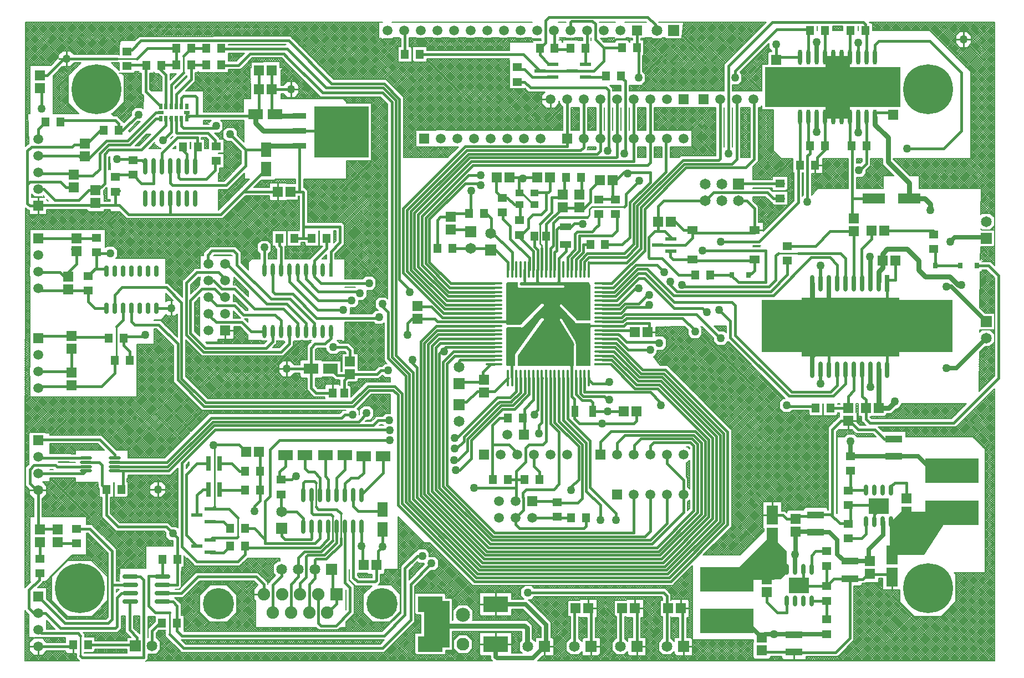
<source format=gtl>
G04 Layer_Physical_Order=1*
G04 Layer_Color=255*
%FSLAX25Y25*%
%MOIN*%
G70*
G01*
G75*
%ADD10R,0.59055X0.35433*%
%ADD11O,0.02500X0.10000*%
%ADD12R,0.02500X0.10000*%
%ADD13O,0.01600X0.10000*%
%ADD14R,0.01600X0.10000*%
%ADD15O,0.10000X0.01600*%
%ADD16R,0.10000X0.01600*%
%ADD17R,0.02362X0.07874*%
%ADD18O,0.02362X0.07874*%
%ADD19O,0.09449X0.02756*%
%ADD20R,0.06299X0.05906*%
%ADD21R,0.04921X0.05709*%
%ADD22R,0.05709X0.04921*%
%ADD23R,0.08268X0.03543*%
%ADD24R,0.08268X0.12598*%
%ADD25O,0.02756X0.09843*%
%ADD26R,0.02362X0.03543*%
%ADD27R,0.03543X0.02362*%
%ADD28R,0.06693X0.02362*%
%ADD29R,0.12205X0.09488*%
%ADD30O,0.02362X0.06693*%
%ADD31O,0.02362X0.09055*%
%ADD32R,0.06102X0.05118*%
%ADD33O,0.02362X0.08661*%
%ADD34O,0.07284X0.01772*%
%ADD35R,0.32283X0.14567*%
%ADD36R,0.06693X0.11417*%
%ADD37R,0.02500X0.03300*%
%ADD38R,0.05906X0.06299*%
%ADD39R,0.10236X0.04331*%
%ADD40R,0.06299X0.08661*%
%ADD41R,0.08661X0.06299*%
%ADD42R,0.13780X0.06299*%
%ADD43R,0.04528X0.05709*%
%ADD44R,0.06693X0.04331*%
%ADD45R,0.04331X0.06693*%
%ADD46O,0.02756X0.06890*%
%ADD47R,0.05118X0.04331*%
%ADD48R,0.03150X0.08661*%
%ADD49R,0.14961X0.09449*%
%ADD50C,0.00500*%
%ADD51C,0.01000*%
%ADD52C,0.01500*%
%ADD53C,0.02500*%
%ADD54C,0.03000*%
%ADD55C,0.02000*%
%ADD56R,1.15000X0.31500*%
%ADD57R,0.15500X0.28000*%
%ADD58R,0.32662X0.31000*%
%ADD59R,0.81500X0.24000*%
%ADD60R,0.15000X0.35827*%
%ADD61C,0.06500*%
%ADD62R,0.06500X0.06500*%
%ADD63C,0.05906*%
%ADD64R,0.05906X0.05906*%
%ADD65R,0.05906X0.05906*%
%ADD66C,0.30000*%
%ADD67R,0.06500X0.06500*%
%ADD68C,0.07500*%
%ADD69R,0.07500X0.07500*%
%ADD70C,0.18740*%
%ADD71C,0.08480*%
%ADD72C,0.07693*%
%ADD73C,0.05000*%
G36*
X465000Y72335D02*
Y61575D01*
X465000Y59028D01*
X461500Y55528D01*
X454000Y55268D01*
X429000Y55528D01*
X455404Y81931D01*
X465000Y72335D01*
D02*
G37*
G36*
X564000Y95500D02*
X547760Y70098D01*
X528000Y70098D01*
Y89858D01*
X527906Y89953D01*
X534213Y96260D01*
X537000D01*
X564000Y95500D01*
D02*
G37*
G36*
X328980Y241784D02*
X328999Y241776D01*
X328999Y241776D01*
X328999Y241776D01*
X329007Y241756D01*
X329015Y241738D01*
X329015Y241738D01*
X329015Y241738D01*
X329001Y234740D01*
X328997Y234730D01*
Y234719D01*
X328970Y234654D01*
X329119Y234295D01*
X329478Y234146D01*
X329516Y234162D01*
X329517Y234169D01*
X329521Y234172D01*
X329523Y234176D01*
X329538Y234182D01*
X329553Y234191D01*
X329557Y234190D01*
X329561Y234192D01*
X344855Y234227D01*
X344876Y234231D01*
X344886Y234229D01*
X344897Y234231D01*
X345706Y234070D01*
X345715Y234064D01*
X345726Y234062D01*
X346412Y233604D01*
X346418Y233595D01*
X346427Y233589D01*
X346886Y232902D01*
X346888Y232892D01*
X346894Y232883D01*
X347055Y232073D01*
X347053Y232063D01*
X347055Y232052D01*
X347050Y232027D01*
X347041Y232013D01*
X347035Y231998D01*
X347030Y231996D01*
X347027Y231992D01*
X347015Y231990D01*
X347026Y211550D01*
X347044Y211508D01*
Y211467D01*
X346932Y211196D01*
X346902Y211167D01*
X346632Y211055D01*
X346590D01*
X346539Y211076D01*
X346532Y211083D01*
X339667Y211061D01*
X339627Y211053D01*
X339616Y211055D01*
X339605Y211053D01*
X338987Y211176D01*
X338979Y211182D01*
X338968Y211184D01*
X338444Y211534D01*
X338438Y211543D01*
X338429Y211549D01*
X338400Y211592D01*
X338397Y211609D01*
X338391Y211624D01*
X338393Y211629D01*
X338392Y211631D01*
X329929Y220507D01*
X329927Y220512D01*
X329923Y220514D01*
X329917Y220524D01*
X329699Y220669D01*
X329443Y220720D01*
X329186Y220669D01*
X328968Y220524D01*
X328823Y220306D01*
X328772Y220049D01*
X328823Y219793D01*
X328903Y219673D01*
X337699Y210173D01*
X337701Y210169D01*
X337704Y210166D01*
X337844Y209957D01*
X338408Y209580D01*
X339074Y209448D01*
X339232Y209479D01*
X339240Y209482D01*
X339255Y209491D01*
X339258Y209490D01*
X339261Y209491D01*
X346549Y209503D01*
X346590Y209520D01*
X346632D01*
X346902Y209408D01*
X346932Y209379D01*
X347044Y209108D01*
Y209067D01*
X347022Y209015D01*
X347013Y209006D01*
X347005Y208845D01*
X347082Y208658D01*
X347252Y208588D01*
X347261Y208592D01*
X354361D01*
X354399Y208576D01*
X354415Y208538D01*
Y207038D01*
X354415Y207038D01*
X354415Y207038D01*
X354408Y207019D01*
X354399Y206999D01*
X354399Y206999D01*
X354399Y206999D01*
X354380Y206991D01*
X354361Y206983D01*
X354361Y206983D01*
X354361Y206983D01*
X347662Y206988D01*
X347652Y206992D01*
X347642D01*
X347511Y207046D01*
X347116Y206883D01*
X346953Y206488D01*
X346999Y206376D01*
X346999Y206376D01*
X347005Y206363D01*
X347013Y206352D01*
X347012Y206345D01*
X347015Y206338D01*
Y184267D01*
X347022Y184260D01*
X347044Y184208D01*
Y184167D01*
X346932Y183896D01*
X346902Y183867D01*
X346632Y183755D01*
X346590D01*
X346539Y183776D01*
X346532Y183783D01*
X338660Y183772D01*
X338650Y183776D01*
X338639D01*
X338420Y183867D01*
X338390Y183896D01*
X338300Y184115D01*
Y184122D01*
X338296Y184128D01*
X338300Y184142D01*
Y184157D01*
X338305Y184162D01*
X338306Y184169D01*
X338307Y184169D01*
X338313Y196437D01*
X338315Y196441D01*
X338314Y196444D01*
X338358Y196779D01*
X338208Y197921D01*
X337767Y198985D01*
X337525Y199301D01*
X337516Y199306D01*
X337516Y199308D01*
X337515Y199309D01*
X329648Y212026D01*
X329495Y212128D01*
X329268Y212173D01*
X329040Y212128D01*
X328848Y211999D01*
X328719Y211807D01*
X328674Y211579D01*
X328719Y211352D01*
X328819Y211202D01*
X328827Y211198D01*
X328829Y211194D01*
X328832Y211191D01*
X336442Y198718D01*
X336734Y198338D01*
X336736Y198331D01*
X336741Y198326D01*
X337127Y197394D01*
Y197386D01*
X337131Y197380D01*
X337263Y196380D01*
X337261Y196373D01*
X337263Y196365D01*
X337219Y196030D01*
X337216Y196025D01*
X337216Y184048D01*
X337232Y184008D01*
Y183967D01*
X337232Y183967D01*
X337182Y183846D01*
X337153Y183817D01*
X337032Y183766D01*
X336990D01*
X336949Y183783D01*
X336761Y183784D01*
X336751Y183788D01*
X336740D01*
X336711Y183800D01*
X336631Y183767D01*
X336598Y183688D01*
X336611Y183658D01*
Y183657D01*
X336612Y183655D01*
X336612Y183646D01*
X336615Y183638D01*
Y176338D01*
X336599Y176299D01*
X336561Y176284D01*
X335061D01*
X335061Y176284D01*
X335061Y176284D01*
X335042Y176291D01*
X335023Y176299D01*
X335023Y176300D01*
X335023Y176300D01*
X335015Y176318D01*
X335007Y176338D01*
X335007Y176338D01*
X335007Y176338D01*
X335048Y183327D01*
X334902Y183679D01*
X334601Y183804D01*
X334599Y183799D01*
X334561Y183783D01*
X304073Y183780D01*
X303932Y183721D01*
X303890D01*
X303466Y183897D01*
X303437Y183926D01*
X303261Y184350D01*
Y184392D01*
X303290Y184461D01*
X303300Y184471D01*
X303307Y184483D01*
X303307Y184483D01*
X303291Y189238D01*
X303293Y189244D01*
X303292Y189249D01*
X303403Y189805D01*
X303409Y189814D01*
X303411Y189824D01*
X303785Y190384D01*
X303794Y190390D01*
X303800Y190399D01*
X303809Y190405D01*
X303825Y190408D01*
X303839Y190414D01*
X303844Y190412D01*
X303848Y190413D01*
X318818Y211067D01*
X318961Y211281D01*
X319036Y211656D01*
X318961Y212031D01*
X318749Y212349D01*
X318431Y212561D01*
X318056Y212636D01*
X317681Y212561D01*
X317363Y212349D01*
X317211Y212121D01*
X317210Y212111D01*
X317207Y212109D01*
X317206Y212105D01*
X302195Y191117D01*
X301904Y190682D01*
X301800Y190158D01*
X301800Y190158D01*
X301807Y190139D01*
X301815Y190121D01*
X301827Y184250D01*
X301844Y184208D01*
Y184167D01*
X301732Y183896D01*
X301702Y183867D01*
X301432Y183755D01*
X301390D01*
X301339Y183776D01*
X301329Y183786D01*
X301316Y183794D01*
X301315Y183798D01*
X301261Y183819D01*
X300910Y183674D01*
X300813Y183440D01*
X300815Y183437D01*
X300715Y176337D01*
X300707Y176318D01*
X300699Y176299D01*
X300699Y176299D01*
X300699Y176299D01*
X300679Y176291D01*
X300661Y176284D01*
X299261D01*
X299261Y176284D01*
X299261Y176284D01*
X299240Y176292D01*
X299223Y176299D01*
X299223Y176299D01*
X299223Y176299D01*
X299216Y176317D01*
X299207Y176338D01*
X299207Y176338D01*
X299207Y176338D01*
X299213Y183428D01*
X299112Y183673D01*
X298801Y183802D01*
X298799Y183799D01*
X298799Y183799D01*
X298799Y183798D01*
X298780Y183791D01*
X298761Y183783D01*
X297214Y183776D01*
X297107Y183731D01*
X297065D01*
X296663Y183898D01*
X296633Y183928D01*
X296467Y184330D01*
X296467Y184330D01*
X296467Y184351D01*
Y184372D01*
X296467Y184372D01*
X296476Y184393D01*
X296484Y184401D01*
X296489Y184412D01*
X296498Y184415D01*
X296505Y184422D01*
X296506D01*
X296503Y206456D01*
X296467Y206542D01*
Y206583D01*
X296592Y206884D01*
X296621Y206914D01*
X296922Y207038D01*
X296964D01*
X297076Y206992D01*
X305261Y206992D01*
X305266Y206989D01*
X305272Y206991D01*
X305588Y206928D01*
X306274Y207064D01*
X306856Y207453D01*
X306908Y207531D01*
X306907Y207533D01*
X306908Y207535D01*
X306907Y207537D01*
X306914Y207555D01*
X306920Y207573D01*
X306922Y207574D01*
X306923Y207575D01*
X318827Y219665D01*
X319009Y219937D01*
X319081Y220303D01*
X319009Y220668D01*
X318802Y220978D01*
X318492Y221185D01*
X318126Y221258D01*
X317760Y221185D01*
X317506Y221015D01*
X317500Y221000D01*
X306205Y209302D01*
X306062Y209088D01*
X306053Y209082D01*
X306047Y209073D01*
X305465Y208684D01*
X305454Y208682D01*
X305445Y208676D01*
X304758Y208539D01*
X304748Y208541D01*
X304737Y208539D01*
X304550Y208577D01*
X304541Y208583D01*
X296973Y208572D01*
X296932Y208555D01*
X296890D01*
X296620Y208667D01*
X296590Y208696D01*
X296478Y208967D01*
Y209008D01*
X296500Y209060D01*
X296510Y209070D01*
X296510Y209071D01*
X296519Y209142D01*
X296522Y209149D01*
Y209157D01*
X296535Y209188D01*
X296440Y209417D01*
X296211Y209512D01*
X296205Y209509D01*
X296204Y209505D01*
X296201Y209503D01*
X296199Y209499D01*
X296183Y209493D01*
X296169Y209484D01*
X296165Y209485D01*
X296161Y209484D01*
X288761D01*
X288723Y209499D01*
X288707Y209538D01*
Y211038D01*
X288707Y211038D01*
X288707Y211038D01*
X288715Y211056D01*
X288723Y211076D01*
X288723Y211076D01*
X288723Y211076D01*
X288743Y211084D01*
X288761Y211092D01*
X288761Y211092D01*
X288761Y211092D01*
X296160Y211080D01*
X296169Y211076D01*
X296180D01*
X296211Y211064D01*
X296440Y211158D01*
X296535Y211388D01*
X296533Y211393D01*
X296529Y211394D01*
X296527Y211398D01*
X296523Y211399D01*
X296516Y211415D01*
X296508Y211430D01*
X296509Y211434D01*
X296507Y211438D01*
X296496Y233132D01*
X296488Y233172D01*
X296490Y233183D01*
X296488Y233193D01*
X296564Y233576D01*
X296570Y233585D01*
X296572Y233595D01*
X296789Y233920D01*
X296798Y233926D01*
X296804Y233935D01*
X297128Y234152D01*
X297139Y234154D01*
X297148Y234160D01*
X297531Y234236D01*
X297541Y234234D01*
X297552Y234236D01*
X297769Y234193D01*
X302748Y234204D01*
X302829Y234237D01*
X302870D01*
X303261Y234075D01*
X303291Y234046D01*
Y234046D01*
X303451Y233659D01*
Y233648D01*
X303455Y233638D01*
X303451Y233628D01*
Y233617D01*
X303444Y233610D01*
X303440Y233600D01*
X303430Y233596D01*
X303422Y233588D01*
X303415D01*
X303413Y231443D01*
X303453Y231244D01*
X303619Y230995D01*
X303868Y230829D01*
X304059Y230791D01*
X304061Y230792D01*
X330661Y230789D01*
X330666Y230786D01*
X330671Y230788D01*
X330726Y230777D01*
X330960Y230823D01*
X331158Y230956D01*
X331290Y231154D01*
X331337Y231388D01*
X331290Y231621D01*
X331158Y231820D01*
X330960Y231952D01*
X330726Y231998D01*
X330675Y231988D01*
X330666Y231984D01*
X330664Y231984D01*
X330661Y231983D01*
X305767Y231973D01*
X305713Y231962D01*
X305703Y231964D01*
X305692Y231962D01*
X305282Y232044D01*
X305273Y232050D01*
X305262Y232052D01*
X304914Y232284D01*
X304908Y232293D01*
X304900Y232299D01*
X304667Y232647D01*
X304665Y232658D01*
X304659Y232667D01*
X304577Y233077D01*
X304579Y233088D01*
X304577Y233098D01*
X304659Y233508D01*
X304665Y233517D01*
X304667Y233528D01*
X304900Y233876D01*
X304908Y233882D01*
X304914Y233891D01*
X305262Y234123D01*
X305273Y234125D01*
X305282Y234131D01*
X305692Y234213D01*
X305703Y234211D01*
X305713Y234213D01*
X305772Y234201D01*
X305786Y234192D01*
X305788Y234191D01*
X306360Y234177D01*
X306369Y234173D01*
X306380D01*
X306444Y234146D01*
X306803Y234295D01*
X306952Y234654D01*
X306937Y234692D01*
X306929Y234694D01*
X306927Y234698D01*
X306923Y234699D01*
X306916Y234715D01*
X306908Y234729D01*
X306909Y234733D01*
X306907Y234738D01*
Y241738D01*
X306923Y241776D01*
X306961Y241792D01*
X308361D01*
X308361Y241792D01*
X308361Y241792D01*
X308380Y241784D01*
X308399Y241776D01*
X308399Y241776D01*
X308399Y241776D01*
X308407Y241756D01*
X308415Y241738D01*
X308415Y241738D01*
X308415Y241738D01*
X308411Y234838D01*
X308408Y234833D01*
X308410Y234827D01*
X308402Y234788D01*
X308448Y234554D01*
X308580Y234357D01*
X308778Y234225D01*
X309011Y234178D01*
X309043Y234184D01*
X309057Y234192D01*
X309059Y234191D01*
X309061Y234192D01*
X313761Y234192D01*
X313766Y234190D01*
X313772Y234191D01*
X313886Y234168D01*
X314133Y234217D01*
X314342Y234357D01*
X314482Y234566D01*
X314531Y234813D01*
X314508Y234927D01*
X314508Y234928D01*
X314508Y234929D01*
X314509Y234933D01*
X314507Y234938D01*
Y241738D01*
X314523Y241776D01*
X314561Y241792D01*
X316061D01*
X316061Y241792D01*
X316061Y241792D01*
X316079Y241784D01*
X316099Y241776D01*
X316099Y241776D01*
X316099Y241776D01*
X316108Y241755D01*
X316115Y241738D01*
X316115Y241738D01*
X316115Y241738D01*
X316107Y234942D01*
X316160Y234677D01*
X316336Y234413D01*
X316600Y234237D01*
X316849Y234187D01*
X316861Y234192D01*
X326759Y234177D01*
X326769Y234173D01*
X326780D01*
X326844Y234146D01*
X327203Y234295D01*
X327352Y234654D01*
X327337Y234692D01*
X327329Y234694D01*
X327327Y234698D01*
X327323Y234699D01*
X327316Y234715D01*
X327308Y234729D01*
X327309Y234733D01*
X327307Y234738D01*
Y241738D01*
X327323Y241776D01*
X327361Y241792D01*
X328961D01*
X328961Y241792D01*
X328961Y241792D01*
X328980Y241784D01*
D02*
G37*
D10*
X503500Y207000D02*
D03*
D11*
X525500Y181415D02*
D03*
X520500D02*
D03*
X515500D02*
D03*
X510500D02*
D03*
X505500D02*
D03*
X500500D02*
D03*
X495500D02*
D03*
X490500D02*
D03*
X485500D02*
D03*
X480500D02*
D03*
Y233500D02*
D03*
X485500D02*
D03*
X490500D02*
D03*
X495500D02*
D03*
X500500D02*
D03*
X505500D02*
D03*
X510500D02*
D03*
X515500D02*
D03*
X520500D02*
D03*
D12*
X525500D02*
D03*
D13*
X346061Y176438D02*
D03*
X343501D02*
D03*
X340941D02*
D03*
X338381D02*
D03*
X335821D02*
D03*
X333261D02*
D03*
X330701D02*
D03*
X328141D02*
D03*
X325581D02*
D03*
X323021D02*
D03*
X317901D02*
D03*
X315341D02*
D03*
X312781D02*
D03*
X310221D02*
D03*
X307661D02*
D03*
X305101D02*
D03*
X302541D02*
D03*
X299981D02*
D03*
X297421D02*
D03*
Y241678D02*
D03*
X299981D02*
D03*
X302541D02*
D03*
X305101D02*
D03*
X307661D02*
D03*
X310221D02*
D03*
X312781D02*
D03*
X315341D02*
D03*
X317901D02*
D03*
X320461D02*
D03*
X325581D02*
D03*
X328141D02*
D03*
X330701D02*
D03*
X333261D02*
D03*
X335821D02*
D03*
X338381D02*
D03*
X340941D02*
D03*
X343501D02*
D03*
X346061D02*
D03*
D14*
X320461Y176438D02*
D03*
X323021Y241678D02*
D03*
D15*
X289121Y184738D02*
D03*
Y187298D02*
D03*
Y189858D02*
D03*
Y192418D02*
D03*
Y194978D02*
D03*
Y197538D02*
D03*
Y200098D02*
D03*
Y202658D02*
D03*
Y205218D02*
D03*
Y207778D02*
D03*
Y212898D02*
D03*
Y215458D02*
D03*
Y218018D02*
D03*
Y220578D02*
D03*
Y223138D02*
D03*
Y225698D02*
D03*
Y228258D02*
D03*
Y230818D02*
D03*
Y233378D02*
D03*
X354361D02*
D03*
Y230818D02*
D03*
Y228258D02*
D03*
Y225698D02*
D03*
Y223138D02*
D03*
Y220578D02*
D03*
Y218018D02*
D03*
Y215458D02*
D03*
Y212898D02*
D03*
Y210338D02*
D03*
Y205218D02*
D03*
Y202658D02*
D03*
Y200098D02*
D03*
Y197538D02*
D03*
Y194978D02*
D03*
Y192418D02*
D03*
Y189858D02*
D03*
Y187298D02*
D03*
D16*
X289121Y210338D02*
D03*
X354361Y207778D02*
D03*
Y184738D02*
D03*
D17*
X191000Y241508D02*
D03*
D18*
X186000D02*
D03*
X181000D02*
D03*
X176000D02*
D03*
X171000D02*
D03*
X166000D02*
D03*
X161000D02*
D03*
X156000D02*
D03*
X151000D02*
D03*
X191000Y204500D02*
D03*
X186000D02*
D03*
X181000D02*
D03*
X176000D02*
D03*
X171000D02*
D03*
X166000D02*
D03*
X161000D02*
D03*
X156000D02*
D03*
X151000D02*
D03*
D19*
X70256Y57000D02*
D03*
Y52000D02*
D03*
Y47000D02*
D03*
Y42000D02*
D03*
X89744Y57000D02*
D03*
Y52000D02*
D03*
Y47000D02*
D03*
Y42000D02*
D03*
D20*
X16000Y358484D02*
D03*
Y350807D02*
D03*
X202500Y186339D02*
D03*
Y178661D02*
D03*
X453000Y55339D02*
D03*
Y47661D02*
D03*
X537000Y96260D02*
D03*
Y103937D02*
D03*
X470500Y84091D02*
D03*
Y91768D02*
D03*
X515000Y66339D02*
D03*
Y58661D02*
D03*
X502000Y150661D02*
D03*
Y158339D02*
D03*
X529000Y334661D02*
D03*
Y342339D02*
D03*
X458677Y360236D02*
D03*
Y367913D02*
D03*
X283000Y167661D02*
D03*
Y175339D02*
D03*
X263000Y265661D02*
D03*
Y273339D02*
D03*
X450000Y12661D02*
D03*
Y20339D02*
D03*
X330500Y279161D02*
D03*
Y286839D02*
D03*
X340500Y279161D02*
D03*
Y286839D02*
D03*
X16244Y85339D02*
D03*
Y77661D02*
D03*
X26744Y85339D02*
D03*
Y77661D02*
D03*
X49500Y289339D02*
D03*
Y281661D02*
D03*
X36500Y298839D02*
D03*
Y291161D02*
D03*
X43000Y309661D02*
D03*
Y317339D02*
D03*
X243000Y212161D02*
D03*
Y219839D02*
D03*
X38000Y260339D02*
D03*
Y252661D02*
D03*
X35000Y201839D02*
D03*
Y194161D02*
D03*
X33000Y237339D02*
D03*
Y229661D02*
D03*
X35000Y179839D02*
D03*
Y172161D02*
D03*
X505500Y264661D02*
D03*
Y272339D02*
D03*
D21*
X473071Y304552D02*
D03*
X481929D02*
D03*
X365429Y358000D02*
D03*
X356571D02*
D03*
X325492Y374740D02*
D03*
X316634D02*
D03*
X335134D02*
D03*
X343992D02*
D03*
X491429Y158500D02*
D03*
X482571D02*
D03*
X487929Y385500D02*
D03*
X479071D02*
D03*
X504071Y316000D02*
D03*
X512929D02*
D03*
X503571Y385500D02*
D03*
X512429D02*
D03*
X487929Y316000D02*
D03*
X479071D02*
D03*
X366071Y375000D02*
D03*
X374929D02*
D03*
X139571Y120500D02*
D03*
X148429D02*
D03*
X130571Y75500D02*
D03*
X139429D02*
D03*
X139429Y86000D02*
D03*
X130571D02*
D03*
X148429Y109000D02*
D03*
X139571D02*
D03*
X263929Y254500D02*
D03*
X255071D02*
D03*
X410071Y238500D02*
D03*
X418929D02*
D03*
X282929Y275500D02*
D03*
X274071D02*
D03*
X297429Y115500D02*
D03*
X288571D02*
D03*
X316429D02*
D03*
X307571D02*
D03*
X344429Y92500D02*
D03*
X335571D02*
D03*
X346932Y256738D02*
D03*
X355790D02*
D03*
X306429Y152500D02*
D03*
X297571D02*
D03*
X341429Y297000D02*
D03*
X332571D02*
D03*
X64929Y109500D02*
D03*
X56071D02*
D03*
X36071Y16000D02*
D03*
X44929D02*
D03*
X98429Y29250D02*
D03*
X89571D02*
D03*
X89815Y67500D02*
D03*
X98673D02*
D03*
X106929Y364646D02*
D03*
X98071D02*
D03*
X63429Y325500D02*
D03*
X54571D02*
D03*
X102071Y315500D02*
D03*
X110929D02*
D03*
X19571Y330500D02*
D03*
X28429D02*
D03*
X124929Y364646D02*
D03*
X116071D02*
D03*
X124929Y374646D02*
D03*
X116071D02*
D03*
X88929Y364500D02*
D03*
X80071D02*
D03*
X98071Y374646D02*
D03*
X106929D02*
D03*
X66429Y200500D02*
D03*
X57571D02*
D03*
X244429Y371000D02*
D03*
X235571D02*
D03*
X61071Y187000D02*
D03*
X69929D02*
D03*
X160071Y260508D02*
D03*
X168929D02*
D03*
X188429D02*
D03*
X179571D02*
D03*
D22*
X50000Y252071D02*
D03*
Y260929D02*
D03*
X303000Y354571D02*
D03*
Y363429D02*
D03*
X489000Y63500D02*
D03*
Y72358D02*
D03*
X502000Y88929D02*
D03*
Y80071D02*
D03*
X489000Y31358D02*
D03*
Y22500D02*
D03*
X503500Y120669D02*
D03*
Y129528D02*
D03*
X489000Y42500D02*
D03*
Y51358D02*
D03*
X502000Y108929D02*
D03*
Y100071D02*
D03*
X161000Y115429D02*
D03*
Y106571D02*
D03*
X461000Y284571D02*
D03*
Y293429D02*
D03*
X294000Y276071D02*
D03*
Y284929D02*
D03*
X327000Y101929D02*
D03*
Y93071D02*
D03*
X304500Y271429D02*
D03*
Y262571D02*
D03*
X16000Y67929D02*
D03*
Y59071D02*
D03*
X38000Y77071D02*
D03*
Y85929D02*
D03*
X122000Y315929D02*
D03*
Y307071D02*
D03*
X72000Y307575D02*
D03*
Y298716D02*
D03*
X61500Y288571D02*
D03*
Y297429D02*
D03*
X68500Y372929D02*
D03*
Y364071D02*
D03*
X362000Y283929D02*
D03*
Y275071D02*
D03*
X352000Y283929D02*
D03*
Y275071D02*
D03*
X45000Y229071D02*
D03*
Y237929D02*
D03*
X553500Y254071D02*
D03*
Y262929D02*
D03*
X465500Y255929D02*
D03*
Y247071D02*
D03*
D23*
X172153Y334055D02*
D03*
Y325000D02*
D03*
Y315945D02*
D03*
D24*
X194595Y325000D02*
D03*
D25*
X79500Y284500D02*
D03*
X84500D02*
D03*
X89500D02*
D03*
X94500D02*
D03*
X99500D02*
D03*
X104500D02*
D03*
X109500D02*
D03*
X79500Y303791D02*
D03*
X84500D02*
D03*
X89500D02*
D03*
X94500D02*
D03*
X99500D02*
D03*
X104500D02*
D03*
X109500D02*
D03*
D26*
X104374Y339886D02*
D03*
X101224D02*
D03*
X98075D02*
D03*
X94925D02*
D03*
X91776D02*
D03*
X88626D02*
D03*
Y332405D02*
D03*
X91776D02*
D03*
X94925D02*
D03*
X98075D02*
D03*
X101224D02*
D03*
X104374D02*
D03*
D27*
X88626Y336146D02*
D03*
X104374D02*
D03*
D28*
X118437Y71760D02*
D03*
Y79240D02*
D03*
X110563Y75500D02*
D03*
X118437Y90260D02*
D03*
Y97740D02*
D03*
X110563Y94000D02*
D03*
X324500Y357500D02*
D03*
Y364980D02*
D03*
X316626Y361240D02*
D03*
X344000Y357500D02*
D03*
Y364980D02*
D03*
X336126Y361240D02*
D03*
X395437Y252760D02*
D03*
Y260240D02*
D03*
X387563Y256500D02*
D03*
D29*
X472500Y51929D02*
D03*
X520405Y99598D02*
D03*
D30*
X480000Y61575D02*
D03*
X475000D02*
D03*
X470000D02*
D03*
X465000D02*
D03*
X480000Y42283D02*
D03*
X475000D02*
D03*
X470000D02*
D03*
X465000D02*
D03*
X512906Y89953D02*
D03*
X517906D02*
D03*
X522905D02*
D03*
X527906D02*
D03*
X512906Y109244D02*
D03*
X517906D02*
D03*
X522905D02*
D03*
X527906D02*
D03*
D31*
X518177Y369413D02*
D03*
X513177D02*
D03*
X508177D02*
D03*
X503177D02*
D03*
X498177D02*
D03*
X493177D02*
D03*
X488177D02*
D03*
X483177D02*
D03*
X478177D02*
D03*
X473177D02*
D03*
X518177Y333587D02*
D03*
X513177D02*
D03*
X508177D02*
D03*
X503177D02*
D03*
X498177D02*
D03*
X493177D02*
D03*
X488177D02*
D03*
X483177D02*
D03*
X478177D02*
D03*
X473177D02*
D03*
D32*
X408299Y265358D02*
D03*
X445701D02*
D03*
X408299Y247642D02*
D03*
X445701D02*
D03*
D33*
X209500Y105949D02*
D03*
X204500D02*
D03*
X199500D02*
D03*
X194500D02*
D03*
X189500D02*
D03*
X184500D02*
D03*
X179500D02*
D03*
X174500D02*
D03*
X209500Y87051D02*
D03*
X204500D02*
D03*
X199500D02*
D03*
X194500D02*
D03*
X189500D02*
D03*
X184500D02*
D03*
X179500D02*
D03*
X174500D02*
D03*
D34*
X43839Y128339D02*
D03*
Y125779D02*
D03*
Y123221D02*
D03*
Y120661D02*
D03*
X61161Y128339D02*
D03*
Y125779D02*
D03*
Y123221D02*
D03*
Y120661D02*
D03*
D35*
X429000Y55528D02*
D03*
Y30331D02*
D03*
X564500Y95500D02*
D03*
Y120697D02*
D03*
D36*
X456500Y94024D02*
D03*
Y80835D02*
D03*
X528500Y56906D02*
D03*
Y70095D02*
D03*
D37*
X579475Y244000D02*
D03*
X569525D02*
D03*
X441975Y238500D02*
D03*
X432025D02*
D03*
X554475Y244000D02*
D03*
X544525D02*
D03*
D38*
X147661Y361500D02*
D03*
X155339D02*
D03*
X147661Y350000D02*
D03*
X155339D02*
D03*
X520339Y158500D02*
D03*
X512661D02*
D03*
X530339Y247000D02*
D03*
X522661D02*
D03*
X147839Y132000D02*
D03*
X140161D02*
D03*
X298339Y297000D02*
D03*
X290661D02*
D03*
X159161Y288500D02*
D03*
X166839D02*
D03*
X218339Y64000D02*
D03*
X210661D02*
D03*
X374839Y156500D02*
D03*
X367161D02*
D03*
X395339Y270500D02*
D03*
X387661D02*
D03*
X315022Y297238D02*
D03*
X322700D02*
D03*
X373661Y204000D02*
D03*
X381339D02*
D03*
X360339Y295500D02*
D03*
X352661D02*
D03*
X523839Y265000D02*
D03*
X516161D02*
D03*
X338161Y38000D02*
D03*
X345839D02*
D03*
X393661D02*
D03*
X401339D02*
D03*
X366161D02*
D03*
X373839D02*
D03*
D39*
X469500Y22244D02*
D03*
Y11614D02*
D03*
X529500Y129283D02*
D03*
Y139913D02*
D03*
X482500Y94244D02*
D03*
Y83614D02*
D03*
X503000Y55783D02*
D03*
Y66413D02*
D03*
D40*
X152000Y313906D02*
D03*
Y302095D02*
D03*
X222000Y97405D02*
D03*
Y85594D02*
D03*
D41*
X145595Y335000D02*
D03*
X157405D02*
D03*
X163594Y130000D02*
D03*
X175406D02*
D03*
X199406D02*
D03*
X187594D02*
D03*
X222406Y129500D02*
D03*
X210595D02*
D03*
X190905Y182000D02*
D03*
X179095D02*
D03*
D42*
X538630Y284500D02*
D03*
X517370D02*
D03*
D43*
X199043Y167500D02*
D03*
X191957D02*
D03*
X320404Y261738D02*
D03*
X313318D02*
D03*
D44*
X332000Y267315D02*
D03*
Y256685D02*
D03*
D45*
X337685Y156500D02*
D03*
X348315D02*
D03*
D46*
X56000Y218280D02*
D03*
X61000D02*
D03*
X66000D02*
D03*
X71000D02*
D03*
X76000D02*
D03*
X81000D02*
D03*
X86000D02*
D03*
X56000Y240721D02*
D03*
X61000D02*
D03*
X66000D02*
D03*
X71000D02*
D03*
X76000D02*
D03*
X81000D02*
D03*
X86000D02*
D03*
D47*
X304361Y280738D02*
D03*
X313416D02*
D03*
Y287824D02*
D03*
X304361D02*
D03*
D48*
X124193Y109500D02*
D03*
X117500D02*
D03*
X124193Y125000D02*
D03*
X117500D02*
D03*
D49*
X290185Y40516D02*
D03*
X250815D02*
D03*
X290185Y16500D02*
D03*
X250815D02*
D03*
D50*
X586125Y390500D02*
X590000Y386625D01*
X584711Y390500D02*
X590000Y385211D01*
X583296Y390500D02*
X590000Y383796D01*
X588953Y390500D02*
X590000Y389453D01*
X587539Y390500D02*
X590000Y388039D01*
X574065Y384560D02*
X580004Y390500D01*
X574772Y383853D02*
X581418Y390500D01*
X572840Y384750D02*
X578590Y390500D01*
X576186Y382439D02*
X584247Y390500D01*
X575479Y383146D02*
X582833Y390500D01*
X579054D02*
X590000Y379554D01*
X576225Y390500D02*
X590000Y376725D01*
X571983Y390500D02*
X590000Y372483D01*
X580468Y390500D02*
X590000Y380968D01*
X577640Y390500D02*
X590000Y378140D01*
X576250Y379675D02*
X587075Y390500D01*
X576250Y378261D02*
X588489Y390500D01*
X576250Y381089D02*
X585661Y390500D01*
X574811D02*
X590000Y375311D01*
X573397Y390500D02*
X590000Y373897D01*
X567740Y390500D02*
X573490Y384750D01*
X570012D02*
X575762Y390500D01*
X566326D02*
X572076Y384750D01*
X571426D02*
X577176Y390500D01*
X514821D02*
X590000D01*
X557841D02*
X566750Y381591D01*
X556426Y390500D02*
X566750Y380176D01*
X555931Y380569D02*
X565862Y390500D01*
X564912D02*
X570662Y384750D01*
X559255Y390500D02*
X567065Y382690D01*
X560174Y376326D02*
X574347Y390500D01*
X567952Y368548D02*
X589904Y390500D01*
X559467Y377033D02*
X572933Y390500D01*
X570569D02*
X590000Y371069D01*
X569154Y390500D02*
X590000Y369654D01*
X556638Y379862D02*
X567276Y390500D01*
X557345Y379155D02*
X568690Y390500D01*
X555012D02*
X566750Y378762D01*
X558759Y377741D02*
X571519Y390500D01*
X558052Y378448D02*
X570105Y390500D01*
X581882D02*
X590000Y382382D01*
X573875Y384750D02*
X576250Y382375D01*
X573490Y384750D02*
X576250Y381990D01*
X590000Y368240D01*
X576250Y377625D02*
Y382375D01*
X573875Y375250D02*
X576250Y377625D01*
X569125Y375250D02*
X573875D01*
X572194Y364306D02*
X590000Y382111D01*
X572901Y363598D02*
X590000Y380697D01*
X571487Y365013D02*
X590000Y383525D01*
X576250Y377748D02*
X590000Y363998D01*
X573609Y362891D02*
X590000Y379283D01*
X570073Y366427D02*
X590000Y386354D01*
X570780Y365720D02*
X590000Y384940D01*
X569366Y367134D02*
X590000Y387768D01*
X576250Y379162D02*
X590000Y365412D01*
X576250Y380576D02*
X590000Y366826D01*
X569125Y384750D02*
X573875D01*
X566750Y382375D02*
X569125Y384750D01*
X563497Y390500D02*
X569247Y384750D01*
X566750Y377625D02*
X569125Y375250D01*
X562083Y390500D02*
X568479Y384104D01*
X566750Y377625D02*
Y382375D01*
X560669Y390500D02*
X567772Y383397D01*
X561588Y374912D02*
X566750Y380074D01*
X560881Y375619D02*
X566750Y381488D01*
X567245Y369255D02*
X573239Y375250D01*
X568659Y367841D02*
X590000Y389182D01*
X565123Y371377D02*
X569061Y375314D01*
X566538Y369962D02*
X571825Y375250D01*
X565831Y370670D02*
X570411Y375250D01*
X563002Y373498D02*
X566940Y377435D01*
X562295Y374205D02*
X566750Y378660D01*
X564416Y372084D02*
X568354Y376021D01*
X563709Y372791D02*
X567647Y376728D01*
X543699Y390500D02*
X548699Y385500D01*
X543891D02*
X548891Y390500D01*
X542477Y385500D02*
X547477Y390500D01*
X545306Y385500D02*
X550306Y390500D01*
X545113D02*
X550113Y385500D01*
X539649D02*
X544649Y390500D01*
X540870D02*
X545870Y385500D01*
X539456Y390500D02*
X544456Y385500D01*
X542284Y390500D02*
X547284Y385500D01*
X541063D02*
X546063Y390500D01*
X553103Y383397D02*
X560205Y390500D01*
X553810Y382690D02*
X561619Y390500D01*
X552395Y384104D02*
X558791Y390500D01*
X555224Y381276D02*
X564448Y390500D01*
X554517Y381983D02*
X563034Y390500D01*
X548134Y385500D02*
X553134Y390500D01*
X549548Y385500D02*
X554548Y390500D01*
X546720Y385500D02*
X551720Y390500D01*
X551688Y384812D02*
X557377Y390500D01*
X550963Y385500D02*
X555963Y390500D01*
X529556D02*
X534556Y385500D01*
X529749D02*
X534749Y390500D01*
X528335Y385500D02*
X533335Y390500D01*
X531164Y385500D02*
X536164Y390500D01*
X530971D02*
X535971Y385500D01*
X525507D02*
X530507Y390500D01*
X526728D02*
X531728Y385500D01*
X518243Y390500D02*
X523243Y385500D01*
X528142Y390500D02*
X533142Y385500D01*
X526921D02*
X531921Y390500D01*
X536627D02*
X541628Y385500D01*
X536821D02*
X541820Y390500D01*
X535406Y385500D02*
X540406Y390500D01*
X538235Y385500D02*
X543235Y390500D01*
X538042D02*
X543042Y385500D01*
X532578D02*
X537578Y390500D01*
X533799D02*
X538799Y385500D01*
X532385Y390500D02*
X537385Y385500D01*
X535213Y390500D02*
X540213Y385500D01*
X533992D02*
X538992Y390500D01*
X522485D02*
X527485Y385500D01*
X522678D02*
X527678Y390500D01*
X521264Y385500D02*
X526264Y390500D01*
X524093Y385500D02*
X529093Y390500D01*
X523900D02*
X528900Y385500D01*
X516640Y387947D02*
X519193Y390500D01*
X516640Y386532D02*
X520607Y390500D01*
X516640Y389361D02*
X517779Y390500D01*
X521071D02*
X526071Y385500D01*
X519850D02*
X524850Y390500D01*
X518436Y385500D02*
X523436Y390500D01*
X519657D02*
X524657Y385500D01*
X517022D02*
X522021Y390500D01*
X525314D02*
X530314Y385500D01*
X516640D02*
X551000D01*
X516640D02*
Y390104D01*
X516828Y390500D02*
X521829Y385500D01*
X516640Y389275D02*
X520414Y385500D01*
X516640Y386446D02*
X517586Y385500D01*
X516640Y387860D02*
X519000Y385500D01*
X515000Y390104D02*
X516640D01*
X515810D02*
X516640Y389275D01*
X508218Y385500D02*
Y388000D01*
X498115D02*
X498860Y387255D01*
X492640Y388000D02*
X498860D01*
X496701D02*
X498860Y385841D01*
X495808Y385500D02*
X498308Y388000D01*
X492640Y386574D02*
X494066Y388000D01*
X498860Y385500D02*
Y388000D01*
X497223Y385500D02*
X498860Y387138D01*
X493873Y388000D02*
X496373Y385500D01*
X494394D02*
X496894Y388000D01*
X492980Y385500D02*
X495480Y388000D01*
X495287D02*
X497787Y385500D01*
X492640D02*
X498860D01*
X492640D02*
Y388000D01*
X483282Y385500D02*
Y388000D01*
X492640Y386405D02*
X493544Y385500D01*
X492640Y387819D02*
X494958Y385500D01*
X575750Y350891D02*
X590000Y365141D01*
X575750Y349476D02*
X590000Y363726D01*
X575750Y352305D02*
X590000Y366555D01*
X575750Y346648D02*
X590000Y360898D01*
X575750Y348062D02*
X590000Y362312D01*
X575750Y357962D02*
X590000Y372212D01*
X575750Y356547D02*
X590000Y370797D01*
X575750Y359376D02*
X590000Y373626D01*
X575750Y353719D02*
X590000Y367969D01*
X575750Y355133D02*
X590000Y369383D01*
X575750Y338163D02*
X590000Y352413D01*
X575750Y351378D02*
X590000Y337127D01*
X575750Y352792D02*
X590000Y338542D01*
X575750Y349963D02*
X590000Y335713D01*
X575750Y336749D02*
X590000Y350998D01*
X575750Y345234D02*
X590000Y359484D01*
X575750Y358449D02*
X590000Y344198D01*
X575750Y359863D02*
X590000Y345613D01*
X575750Y339577D02*
X590000Y353827D01*
X575750Y342405D02*
X590000Y356655D01*
X574190Y375565D02*
X590000Y359755D01*
X570262Y375250D02*
X590000Y355512D01*
X553598Y390500D02*
X590000Y354098D01*
X573091Y375250D02*
X590000Y358341D01*
X571676Y375250D02*
X590000Y356926D01*
X575604Y376979D02*
X590000Y362583D01*
X575023Y361477D02*
X590000Y376454D01*
X574316Y362184D02*
X590000Y377869D01*
X575730Y360770D02*
X590000Y375040D01*
X574897Y376272D02*
X590000Y361169D01*
X575750Y357034D02*
X590000Y342784D01*
X575750Y355620D02*
X590000Y341370D01*
X575750Y343820D02*
X590000Y358070D01*
X575750Y354206D02*
X590000Y339956D01*
X575750Y340991D02*
X590000Y355241D01*
X552184Y390500D02*
X590000Y352684D01*
X550770Y390500D02*
X590000Y351270D01*
X549355Y390500D02*
X590000Y349855D01*
X547941Y390500D02*
X590000Y348441D01*
X546527Y390500D02*
X590000Y347027D01*
X575750Y331092D02*
X590000Y345342D01*
X575750Y344306D02*
X590000Y330056D01*
X575750Y345721D02*
X590000Y331471D01*
X575750Y342892D02*
X590000Y328642D01*
X575750Y329678D02*
X590000Y343928D01*
X575750Y348549D02*
X590000Y334299D01*
X575750Y333920D02*
X590000Y348170D01*
X575750Y335334D02*
X590000Y349584D01*
X575750Y332506D02*
X590000Y346756D01*
X575750Y347135D02*
X590000Y332885D01*
X575750Y324021D02*
X590000Y338271D01*
X575750Y337235D02*
X590000Y322985D01*
X575750Y338650D02*
X590000Y324400D01*
X575750Y335821D02*
X590000Y321571D01*
X575750Y322606D02*
X590000Y336856D01*
X575750Y341478D02*
X590000Y327228D01*
X575750Y326849D02*
X590000Y341099D01*
X575750Y328263D02*
X590000Y342513D01*
X575750Y325435D02*
X590000Y339685D01*
X575750Y340064D02*
X590000Y325814D01*
X575750Y316950D02*
X590000Y331200D01*
X575750Y330164D02*
X590000Y315914D01*
X575750Y331578D02*
X590000Y317329D01*
X575750Y328750D02*
X590000Y314500D01*
X575750Y315535D02*
X590000Y329785D01*
X575750Y334407D02*
X590000Y320157D01*
X575750Y319778D02*
X590000Y334028D01*
X575750Y321192D02*
X590000Y335442D01*
X575750Y318364D02*
X590000Y332614D01*
X575750Y332993D02*
X590000Y318743D01*
X575750Y324507D02*
X590000Y310258D01*
X575750Y309878D02*
X590000Y324129D01*
X575750Y311293D02*
X590000Y325543D01*
X574787Y308500D02*
X590000Y293287D01*
X557674Y290388D02*
X590000Y322714D01*
X575750Y327336D02*
X590000Y313086D01*
X575750Y314121D02*
X590000Y328371D01*
X575750Y325922D02*
X590000Y311672D01*
X575750Y312707D02*
X590000Y326957D01*
X575750Y321679D02*
X590000Y307429D01*
X575750Y320265D02*
X590000Y306015D01*
X575750Y323093D02*
X590000Y308843D01*
X575750Y314608D02*
X590000Y300358D01*
X575750Y318851D02*
X590000Y304601D01*
X575750Y332500D02*
Y356500D01*
Y308500D02*
Y332500D01*
Y356500D02*
Y360750D01*
Y316022D02*
X590000Y301772D01*
X575750Y317436D02*
X590000Y303186D01*
X570402Y290388D02*
X590000Y309986D01*
Y273000D02*
Y390500D01*
X568988Y290388D02*
X590000Y311401D01*
X571958Y308500D02*
X590000Y290458D01*
X571816Y290388D02*
X590000Y308572D01*
X575750Y311780D02*
X590000Y297530D01*
X575750Y310365D02*
X590000Y296115D01*
X575750Y313194D02*
X590000Y298944D01*
X575750Y308951D02*
X590000Y294701D01*
X573373Y308500D02*
X590000Y291873D01*
X561916Y290388D02*
X590000Y318472D01*
X563331Y290388D02*
X590000Y317057D01*
X560502Y290388D02*
X590000Y319886D01*
X566159Y290388D02*
X590000Y314229D01*
X564745Y290388D02*
X590000Y315643D01*
X563473Y308500D02*
X581585Y290388D01*
X567573D02*
X590000Y312815D01*
X551000Y385500D02*
X575750Y360750D01*
X562059Y308500D02*
X580171Y290388D01*
X560645Y308500D02*
X578757Y290388D01*
X553574Y308500D02*
X571686Y290388D01*
X559088D02*
X590000Y321300D01*
X553431Y290388D02*
X571543Y308500D01*
X552160D02*
X570271Y290388D01*
X552017D02*
X570129Y308500D01*
X549331D02*
X567443Y290388D01*
X547774D02*
X565886Y308500D01*
X550745D02*
X568857Y290388D01*
X550603D02*
X568715Y308500D01*
X532531Y304844D02*
X536188Y308500D01*
X533239Y304136D02*
X537602Y308500D01*
X531824Y305551D02*
X534774Y308500D01*
X534653Y302722D02*
X540430Y308500D01*
X533946Y303429D02*
X539016Y308500D01*
X529703Y307672D02*
X530531Y308500D01*
X521047D02*
X522750Y306797D01*
X519633Y308500D02*
X522750Y305383D01*
X531117Y306258D02*
X533359Y308500D01*
X530410Y306965D02*
X531945Y308500D01*
X544946Y290388D02*
X563058Y308500D01*
X545089D02*
X563200Y290388D01*
X538018Y308500D02*
X556129Y290388D01*
X546503Y308500D02*
X564615Y290388D01*
X546360D02*
X564472Y308500D01*
X529532D02*
X539892Y298140D01*
X530946Y308500D02*
X541306Y298140D01*
X518219Y308500D02*
X528579Y298140D01*
X544750Y297263D02*
X555987Y308500D01*
X535360Y302015D02*
X541845Y308500D01*
X515429Y307540D02*
X516389Y308500D01*
X515429Y306679D02*
Y308500D01*
X507000D02*
X510429D01*
X515429D02*
X522750D01*
X515429Y306126D02*
X517803Y308500D01*
X467307D02*
X468860Y306947D01*
X507000Y306182D02*
X509318Y308500D01*
X461750D02*
X468860D01*
X510429Y306679D02*
Y308500D01*
X508319D02*
X510285Y306535D01*
X515429Y304712D02*
X519217Y308500D01*
X512750Y300619D02*
X520632Y308500D01*
X464479D02*
X468860Y304118D01*
X516804Y308500D02*
X527164Y298140D01*
X507000Y293454D02*
X522046Y308500D01*
X463064D02*
X468860Y302704D01*
X457445Y297640D02*
X468306Y308500D01*
X468860Y299948D02*
Y308500D01*
X465893D02*
X468860Y305533D01*
X450361Y390500D02*
X451555Y389305D01*
X454427Y374875D02*
Y377677D01*
X448947Y390500D02*
X450848Y388598D01*
X454427Y374875D02*
X456177Y373125D01*
X453149Y376398D02*
X454427Y375120D01*
X444704Y390500D02*
X448727Y386477D01*
X443290Y390500D02*
X448020Y385770D01*
X441875Y390500D02*
X447313Y385063D01*
X447532Y390500D02*
X450141Y387891D01*
X446118Y390500D02*
X449434Y387184D01*
X452441Y375691D02*
X455517Y372616D01*
X454640D02*
X455663Y373639D01*
X451734Y374984D02*
X454102Y372616D01*
X453778Y371753D02*
X454640Y372616D01*
X453778D02*
X456177D01*
X451027Y374277D02*
X453778Y371527D01*
X450320Y373570D02*
X453778Y370113D01*
X449613Y372863D02*
X453778Y368698D01*
Y365439D02*
Y372616D01*
X448906Y372156D02*
X453778Y367284D01*
X440461Y390500D02*
X446606Y384356D01*
X428750Y366500D02*
X452750Y390500D01*
X403228D02*
X452750D01*
X437578Y359797D02*
X454427Y376646D01*
X437063Y360313D02*
X454427Y377677D01*
X436219Y390500D02*
X444484Y382234D01*
X434804Y390500D02*
X443777Y381527D01*
X433390Y390500D02*
X443070Y380820D01*
X439047Y390500D02*
X445898Y383648D01*
X437633Y390500D02*
X445191Y382941D01*
X409811Y349000D02*
X451311Y390500D01*
X411225Y349000D02*
X452725Y390500D01*
X408397Y349000D02*
X449897Y390500D01*
X438250Y357640D02*
X454956Y374346D01*
X438250Y359054D02*
X454427Y375231D01*
X402740Y349000D02*
X444240Y390500D01*
X404154Y349000D02*
X445654Y390500D01*
X401326Y349000D02*
X442826Y390500D01*
X406983Y349000D02*
X448483Y390500D01*
X405568Y349000D02*
X447068Y390500D01*
X448199Y371449D02*
X453778Y365870D01*
X451517Y365250D02*
X453778Y367511D01*
X447492Y370742D02*
X452983Y365250D01*
X452931D02*
X453778Y366096D01*
X450250Y365250D02*
X453278D01*
X446785Y370035D02*
X451569Y365250D01*
X446077Y369327D02*
X450250Y365155D01*
X445370Y368620D02*
X450250Y363741D01*
X444663Y367913D02*
X450250Y362327D01*
X443956Y367206D02*
X450250Y360912D01*
X443752Y349000D02*
X450250Y355498D01*
X445166Y349000D02*
X450250Y354084D01*
X442338Y349000D02*
X450250Y356912D01*
X447995Y349000D02*
X450250Y351255D01*
X446581Y349000D02*
X450250Y352670D01*
X443249Y366499D02*
X450250Y359498D01*
Y349000D02*
Y365250D01*
X442542Y365792D02*
X450250Y358084D01*
X449409Y349000D02*
X450250Y349841D01*
X441835Y365085D02*
X450250Y356670D01*
X438250Y356226D02*
X453778Y371753D01*
X441128Y364378D02*
X450250Y355255D01*
X432500Y349062D02*
X453778Y370339D01*
X440421Y363671D02*
X450250Y353841D01*
X439713Y362964D02*
X450250Y352427D01*
X439006Y362256D02*
X450250Y351013D01*
X439509Y349000D02*
X450250Y359741D01*
X438299Y361549D02*
X450250Y349599D01*
X440924Y349000D02*
X450250Y358326D01*
X438250Y357356D02*
X446606Y349000D01*
X435267D02*
X450250Y363983D01*
X436681Y349000D02*
X450250Y362569D01*
X433853Y349000D02*
X453778Y368925D01*
X438095Y349000D02*
X450250Y361155D01*
X432500Y349000D02*
X450250D01*
X438250Y358770D02*
X448020Y349000D01*
X437592Y360842D02*
X449434Y349000D01*
X438250Y355942D02*
X445192Y349000D01*
X438076Y354701D02*
X443778Y349000D01*
X429147Y390500D02*
X440949Y378699D01*
X427733Y390500D02*
X440242Y377992D01*
X426319Y390500D02*
X439535Y377285D01*
X431976Y390500D02*
X442363Y380113D01*
X430562Y390500D02*
X441656Y379406D01*
X422077Y390500D02*
X437413Y375163D01*
X420662Y390500D02*
X436706Y374456D01*
X419248Y390500D02*
X435999Y373749D01*
X424905Y390500D02*
X438827Y376577D01*
X423491Y390500D02*
X438120Y375870D01*
X415005Y390500D02*
X433878Y371628D01*
X413591Y390500D02*
X433171Y370921D01*
X412177Y390500D02*
X432464Y370214D01*
X417834Y390500D02*
X435292Y373042D01*
X416420Y390500D02*
X434585Y372335D01*
X407934Y390500D02*
X430342Y368092D01*
X406520Y390500D02*
X429635Y367385D01*
X405106Y390500D02*
X428928Y366678D01*
X410763Y390500D02*
X431756Y369506D01*
X409349Y390500D02*
X431049Y368799D01*
X403692Y390500D02*
X428221Y365971D01*
X399912Y349000D02*
X441412Y390500D01*
X398497Y349000D02*
X439997Y390500D01*
X403136Y389641D02*
X427514Y365264D01*
X402863Y387086D02*
X427500Y362449D01*
X403000Y388364D02*
X427500Y363863D01*
X402727Y385808D02*
X427500Y361035D01*
X402590Y384530D02*
X427500Y359621D01*
X402454Y383253D02*
X427500Y358207D01*
X402317Y381975D02*
X427500Y356792D01*
X391426Y349000D02*
X432926Y390500D01*
X394255Y349000D02*
X435755Y390500D01*
X390012Y349000D02*
X431512Y390500D01*
X397083Y349000D02*
X438583Y390500D01*
X395669Y349000D02*
X437169Y390500D01*
X384355Y349000D02*
X425855Y390500D01*
X385770Y349000D02*
X427270Y390500D01*
X382941Y349000D02*
X424441Y390500D01*
X388598Y349000D02*
X430098Y390500D01*
X387184Y349000D02*
X428684Y390500D01*
X437063Y360313D02*
X438250Y359125D01*
Y354875D02*
Y359125D01*
X436125Y352750D02*
X438250Y354875D01*
X432500Y350476D02*
X434774Y352750D01*
X432500D02*
X436125D01*
X427500Y365250D02*
X428750Y366500D01*
X427500Y362750D02*
Y365250D01*
X428750Y366500D01*
X432500Y351890D02*
X433360Y352750D01*
X427500Y362750D02*
Y365250D01*
X436662Y353287D02*
X440949Y349000D01*
X437369Y353994D02*
X442363Y349000D01*
X435785Y352750D02*
X439535Y349000D01*
X434371Y352750D02*
X438121Y349000D01*
X432957Y352750D02*
X436706Y349000D01*
X432500D02*
Y352750D01*
Y351792D02*
X435292Y349000D01*
X427500D02*
Y362750D01*
X432500Y350378D02*
X433878Y349000D01*
X426782D02*
X427500Y349718D01*
X418296Y349000D02*
X427500Y358204D01*
X419710Y349000D02*
X427500Y356789D01*
X416882Y349000D02*
X427500Y359618D01*
X425367Y349000D02*
X427500Y351133D01*
X421125Y349000D02*
X427500Y355375D01*
X402000Y380878D02*
X427500Y355378D01*
X400964Y380500D02*
X427500Y353964D01*
X399550Y380500D02*
X427500Y352550D01*
X398135Y380500D02*
X427500Y351135D01*
X396721Y380500D02*
X427500Y349721D01*
X414054Y349000D02*
X427500Y362446D01*
X415468Y349000D02*
X427500Y361032D01*
X412640Y349000D02*
X427500Y363861D01*
X423953Y349000D02*
X427500Y352547D01*
X422539Y349000D02*
X427500Y353961D01*
X392479Y380500D02*
X423979Y349000D01*
X390564Y381000D02*
X422564Y349000D01*
X395307Y380500D02*
X426807Y349000D01*
X393893Y380500D02*
X425393Y349000D01*
X455027Y337750D02*
X457250Y335528D01*
X453613Y337750D02*
X457250Y334114D01*
X449422Y339113D02*
X450250Y338285D01*
X456442Y337750D02*
X457250Y336942D01*
X450250Y337750D02*
X457250D01*
X449309Y339000D02*
X450250Y339941D01*
Y337750D02*
Y339941D01*
X448000Y337692D02*
X449308Y339000D01*
X448000Y336277D02*
X450250Y338527D01*
X448000Y339000D02*
X449309D01*
X450785Y337750D02*
X457250Y331285D01*
Y313000D02*
Y337750D01*
X448121Y339000D02*
X457250Y329871D01*
X452199Y337750D02*
X457250Y332699D01*
X448000Y319307D02*
X457250Y328557D01*
X448000Y333449D02*
X452301Y337750D01*
X448000Y332035D02*
X453715Y337750D01*
X448000Y309250D02*
Y339000D01*
Y329206D02*
X456544Y337750D01*
X448000Y330621D02*
X455129Y337750D01*
X448000Y334863D02*
X450887Y337750D01*
X448000Y337706D02*
X457250Y328457D01*
X438221Y339000D02*
X443000Y334221D01*
X448000Y336292D02*
X457250Y327043D01*
X448000Y327792D02*
X457250Y337042D01*
X439635Y339000D02*
X443000Y335635D01*
X437500Y330020D02*
X443000Y335520D01*
X437500Y335479D02*
X443000Y329979D01*
X437500Y334064D02*
X443000Y328564D01*
X437500Y328606D02*
X443000Y334106D01*
X448000Y322135D02*
X457250Y331385D01*
X448000Y330635D02*
X457250Y321386D01*
X448000Y332050D02*
X457250Y322800D01*
X448000Y329221D02*
X457250Y319971D01*
X448000Y320721D02*
X457250Y329971D01*
X448000Y334878D02*
X457250Y325628D01*
X448000Y324964D02*
X457250Y334213D01*
X448000Y326378D02*
X457250Y335628D01*
X448000Y323550D02*
X457250Y332799D01*
X448000Y333464D02*
X457250Y324214D01*
X448000Y312236D02*
X457250Y321486D01*
X448000Y310822D02*
X457250Y320071D01*
X448000Y313650D02*
X457250Y322900D01*
Y313000D02*
X461750Y308500D01*
X448000Y309407D02*
X457250Y318657D01*
X448000Y317893D02*
X457250Y327142D01*
X448000Y326393D02*
X457250Y317143D01*
X448000Y327807D02*
X457250Y318557D01*
X448000Y323564D02*
X457250Y314315D01*
X448000Y316478D02*
X457250Y325728D01*
X448000Y320736D02*
X469500Y299236D01*
X448000Y319322D02*
X469500Y297822D01*
X448000Y322150D02*
X468860Y301290D01*
X454321Y295929D02*
X466891Y308500D01*
X448000Y317908D02*
X469500Y296408D01*
X448664Y295929D02*
X461492Y308757D01*
X450078Y295929D02*
X462649Y308500D01*
X448000Y307993D02*
X457250Y317243D01*
X452907Y295929D02*
X465477Y308500D01*
X451492Y295929D02*
X464063Y308500D01*
X448000Y324979D02*
X457250Y315729D01*
X448000Y315064D02*
X457250Y324314D01*
X444750Y303329D02*
X457250Y315829D01*
X444750Y297672D02*
X458664Y311586D01*
X444750Y299086D02*
X457957Y312293D01*
X444750Y301915D02*
X457250Y314415D01*
X444750Y300501D02*
X457250Y313000D01*
X437500Y320121D02*
X443000Y325621D01*
X448000Y306750D02*
Y309250D01*
Y306750D02*
Y309250D01*
Y315079D02*
X465439Y297640D01*
X448000Y313665D02*
X464025Y297640D01*
X448000Y316493D02*
X469500Y294993D01*
X448000Y310837D02*
X461197Y297640D01*
X448000Y312251D02*
X462611Y297640D01*
X445835Y295929D02*
X460078Y310172D01*
X444750Y296258D02*
X459371Y310879D01*
X448000Y309422D02*
X459783Y297640D01*
X447250Y295929D02*
X460785Y309465D01*
X437500Y339000D02*
X443000D01*
X441050D02*
X443000Y337050D01*
X437500Y332849D02*
X443000Y338349D01*
X437500Y327192D02*
X443000Y332692D01*
X437500Y338307D02*
X443000Y332807D01*
X437500Y335677D02*
X440823Y339000D01*
X437500Y334263D02*
X442237Y339000D01*
X437500Y337091D02*
X439409Y339000D01*
X437500Y336893D02*
X443000Y331393D01*
X437500Y331434D02*
X443000Y336934D01*
X437500Y325777D02*
X443000Y331277D01*
X437500Y331236D02*
X443000Y325736D01*
X437500Y332650D02*
X443000Y327150D01*
X437500Y329822D02*
X443000Y324322D01*
X437500Y324363D02*
X443000Y329863D01*
X432500Y315375D02*
Y339000D01*
Y315375D02*
Y339000D01*
X427500Y315375D02*
Y339000D01*
X443000Y309250D02*
Y339000D01*
X437500Y309250D02*
Y339000D01*
X381527Y349000D02*
X423027Y390500D01*
X392841Y349000D02*
X434340Y390500D01*
X370500Y349000D02*
X427500Y349000D01*
X421251Y339000D02*
X422500Y337751D01*
X385500Y339000D02*
X422500Y339000D01*
X415594D02*
X422500Y332094D01*
X414180Y339000D02*
X422500Y330680D01*
X411351Y339000D02*
X422500Y327851D01*
X408523Y339000D02*
X422500Y325023D01*
X405694Y339000D02*
X422500Y322194D01*
X401452Y339000D02*
X422500Y317952D01*
X427500Y315375D02*
Y339000D01*
X400038Y339000D02*
X422500Y316537D01*
X408000Y316076D02*
X422500Y330576D01*
X408000Y317491D02*
X422500Y331991D01*
X408000Y321733D02*
X422500Y336233D01*
X402866Y339000D02*
X422500Y319366D01*
X408000Y318905D02*
X422500Y333405D01*
X408000Y320319D02*
X422500Y334819D01*
X437500Y324165D02*
X443000Y318665D01*
X437500Y317292D02*
X443000Y322792D01*
X437500Y318706D02*
X443000Y324206D01*
X437500Y315878D02*
X443000Y321378D01*
X437500Y322751D02*
X443000Y317251D01*
X437500Y328408D02*
X443000Y322907D01*
X437500Y321535D02*
X443000Y327035D01*
X437500Y322949D02*
X443000Y328449D01*
X437500Y325579D02*
X443000Y320079D01*
X437500Y326993D02*
X443000Y321493D01*
X437500Y314464D02*
X443000Y319964D01*
X437500Y319922D02*
X443000Y314422D01*
X437500Y321337D02*
X443000Y315837D01*
X437500Y318508D02*
X443000Y313008D01*
X437500Y313050D02*
X443000Y318549D01*
X437693Y309000D02*
X443000Y314307D01*
X439107Y309000D02*
X443000Y312893D01*
X437500Y312851D02*
X441351Y309000D01*
X441936D02*
X443000Y310064D01*
X440521Y309000D02*
X443000Y311478D01*
X437500Y311635D02*
X443000Y317135D01*
X437500Y317094D02*
X443000Y311594D01*
X408000Y325381D02*
X422500Y310881D01*
X437500Y315680D02*
X443000Y310180D01*
X437500Y310221D02*
X443000Y315721D01*
X416066Y310000D02*
X422500Y316434D01*
X417480Y310000D02*
X422500Y315020D01*
X404752Y310000D02*
X422500Y327748D01*
X418894Y310000D02*
X422500Y313606D01*
X403886Y310000D02*
X422500D01*
X437500Y314265D02*
X442758Y309008D01*
X437500Y311437D02*
X439937Y309000D01*
X408995Y310000D02*
X422500Y323505D01*
X437500Y309000D02*
X442750D01*
X437500Y310023D02*
X438523Y309000D01*
X410409Y310000D02*
X422500Y322091D01*
X403338Y310000D02*
X422500Y329162D01*
X414651Y310000D02*
X422500Y317848D01*
X413237Y310000D02*
X422500Y319263D01*
X581996Y289978D02*
X590000Y281973D01*
X581981Y288578D02*
X590000Y280559D01*
X581912Y282100D02*
X590000Y290188D01*
X581966Y287179D02*
X590000Y279145D01*
X581951Y285780D02*
X590000Y277731D01*
X581988Y289246D02*
X590000Y297258D01*
X581973Y287817D02*
X590000Y295844D01*
X581958Y286388D02*
X590000Y294430D01*
X581943Y284958D02*
X590000Y293016D01*
X581927Y283529D02*
X590000Y291602D01*
X583798Y275500D02*
X590000Y281702D01*
X585212Y275500D02*
X590000Y280288D01*
X581936Y284380D02*
X590000Y276316D01*
X587770Y275230D02*
X590000Y277460D01*
X586626Y275500D02*
X590000Y278874D01*
X581921Y282981D02*
X590000Y274902D01*
X588477Y274523D02*
X590000Y276045D01*
X581907Y281581D02*
X590000Y273488D01*
X587500Y275500D02*
X590000Y273000D01*
X582500Y275500D02*
X587500D01*
X570544Y308500D02*
X590000Y289044D01*
X569130Y308500D02*
X590000Y287630D01*
X567716Y308500D02*
X590000Y286216D01*
X578887Y290388D02*
X590000Y301501D01*
X573230Y290388D02*
X590000Y307158D01*
X576059Y290388D02*
X590000Y304330D01*
X577473Y290388D02*
X590000Y302915D01*
X574644Y290388D02*
X590000Y305744D01*
X581715Y290388D02*
X590000Y298673D01*
X580301Y290388D02*
X590000Y300087D01*
X566302Y308500D02*
X590000Y284802D01*
X581897Y280670D02*
X590000Y288773D01*
X564888Y308500D02*
X590000Y283387D01*
X581882Y279241D02*
X590000Y287359D01*
X581867Y277812D02*
X590000Y285945D01*
X581852Y276382D02*
X590000Y284531D01*
X581892Y280182D02*
X586574Y275500D01*
X581837Y274953D02*
X590000Y283116D01*
X581877Y278783D02*
X585160Y275500D01*
X581862Y277383D02*
X583745Y275500D01*
X589184Y273816D02*
X590000Y274631D01*
Y268000D02*
Y273000D01*
X587500Y265500D02*
X590000Y268000D01*
X589209Y267209D02*
X590000Y266417D01*
X587500Y265500D02*
X590000D01*
X588501Y266501D02*
X589503Y265500D01*
X590000D02*
Y268000D01*
X587940Y265500D02*
X590000Y267560D01*
Y255500D02*
Y265500D01*
X589254Y255500D02*
X590000Y256246D01*
X588189Y255500D02*
X590000Y253689D01*
X586775Y255500D02*
X590000Y252275D01*
X585361Y255500D02*
X590000Y250861D01*
X588951Y245299D02*
X590000Y246347D01*
X585910Y246500D02*
X590000Y250590D01*
X588244Y246006D02*
X590000Y247761D01*
X587750Y246500D02*
X589000Y245250D01*
X587325Y246500D02*
X590000Y249175D01*
X585250Y246500D02*
X587750D01*
X585250D02*
X587750D01*
X582500Y265500D02*
X587500D01*
X582532Y255500D02*
X590000Y248032D01*
X581564Y249224D02*
X587839Y255500D01*
X583947D02*
X590000Y249447D01*
X581630Y255500D02*
X590000D01*
X581744Y266256D02*
X582500Y265500D01*
X587500D01*
X581579Y250654D02*
X586425Y255500D01*
X581609Y253513D02*
X583597Y255500D01*
X581594Y252083D02*
X585011Y255500D01*
X582475Y247307D02*
X590000Y254832D01*
X581625Y254993D02*
X590000Y246618D01*
X581549Y247795D02*
X589254Y255500D01*
X584496Y246500D02*
X590000Y252004D01*
X583082Y246500D02*
X590000Y253418D01*
X581595Y252194D02*
X587290Y246500D01*
X581580Y250795D02*
X585875Y246500D01*
X582475D02*
X585250D01*
X581566Y249395D02*
X584461Y246500D01*
X544750Y293021D02*
X560229Y308500D01*
X544750Y291606D02*
X561644Y308500D01*
X544750Y294435D02*
X558815Y308500D01*
X556260Y290388D02*
X574371Y308500D01*
X554845Y290388D02*
X572957Y308500D01*
X541384Y298140D02*
X551744Y308500D01*
X542798Y298140D02*
X553158Y308500D01*
X539970Y298140D02*
X550330Y308500D01*
X544750Y295849D02*
X557401Y308500D01*
X544213Y298140D02*
X554572Y308500D01*
X554988D02*
X573100Y290388D01*
X556402Y308500D02*
X574514Y290388D01*
X549189D02*
X567300Y308500D01*
X559231D02*
X577343Y290388D01*
X557816Y308500D02*
X575928Y290388D01*
X540846Y308500D02*
X558958Y290388D01*
X542260Y308500D02*
X560372Y290388D01*
X539432Y308500D02*
X557544Y290388D01*
X547917Y308500D02*
X566029Y290388D01*
X543674Y308500D02*
X561786Y290388D01*
X536774Y300601D02*
X544673Y308500D01*
X537481Y299894D02*
X546087Y308500D01*
X529250D02*
X575750D01*
X536067Y301308D02*
X543259Y308500D01*
X522750Y304875D02*
X524375Y303250D01*
X522750Y304875D02*
Y308125D01*
Y304875D02*
Y308125D01*
X515429Y304179D02*
Y306679D01*
X522750Y304875D02*
X524375Y303250D01*
X515429Y304179D02*
Y306679D01*
X538188Y299187D02*
X547502Y308500D01*
X538895Y298480D02*
X548916Y308500D01*
X533775D02*
X544135Y298140D01*
X536603Y308500D02*
X554715Y290388D01*
X535189Y308500D02*
X553301Y290388D01*
X529250Y308125D02*
X539235Y298140D01*
X532361Y308500D02*
X542721Y298140D01*
X515429Y308461D02*
X525750Y298140D01*
X515429Y305633D02*
X523000Y298062D01*
X515429Y307047D02*
X524336Y298140D01*
X544750Y291500D02*
Y298140D01*
Y294696D02*
X549058Y290388D01*
X539235Y298140D02*
X544750D01*
Y290388D02*
X582000D01*
X544750D02*
Y291500D01*
X524414Y298140D02*
X526949Y300676D01*
X525828Y298140D02*
X527656Y299969D01*
X524375Y303250D02*
X529485Y298140D01*
X527242D02*
X528364Y299261D01*
X523000Y298140D02*
X529485D01*
X544750Y296111D02*
X550472Y290388D01*
X544750Y293282D02*
X547644Y290388D01*
X544750Y297525D02*
X551887Y290388D01*
X581835Y274835D02*
X582000Y290388D01*
X581545Y247400D02*
X581630Y255500D01*
X519490Y290388D02*
X523000Y293898D01*
Y290388D02*
Y298140D01*
X518076Y290388D02*
X523000Y295312D01*
X544750Y291868D02*
X546230Y290388D01*
X520904D02*
X523000Y292484D01*
X515429Y304218D02*
X523000Y296648D01*
X514742Y303492D02*
X523000Y295233D01*
X514035Y302784D02*
X523000Y293819D01*
X513327Y302077D02*
X523000Y292405D01*
X512750Y301241D02*
X523000Y290991D01*
X514179Y302929D02*
X515429Y304179D01*
X514179Y302929D02*
X515429Y304179D01*
X512750Y301500D02*
X514179Y302929D01*
X512750Y299375D02*
Y301500D01*
X510625Y297250D02*
X512750Y299375D01*
X512419Y290388D02*
X524828Y302797D01*
X513833Y290388D02*
X525535Y302090D01*
X511005Y290388D02*
X524121Y303504D01*
X516662Y290388D02*
X523000Y296726D01*
X515247Y290388D02*
X526242Y301383D01*
X512750Y299827D02*
X522188Y290388D01*
X512269Y298894D02*
X520774Y290388D01*
X511561Y298186D02*
X519360Y290388D01*
X510854Y297479D02*
X517946Y290388D01*
X582475Y241415D02*
X590000Y233890D01*
X581876Y240600D02*
X590000Y232476D01*
X581726Y218274D02*
X590000Y226548D01*
X583140Y216860D02*
X590000Y223720D01*
X582433Y217567D02*
X590000Y225134D01*
X589000Y245250D02*
X590000Y244250D01*
Y255500D01*
X583804Y241500D02*
X590000Y235304D01*
X585250Y241500D02*
X590000Y236750D01*
X585219Y241500D02*
X590000Y236719D01*
X587437Y215500D02*
X590000Y218063D01*
Y205500D02*
Y215500D01*
X584500D02*
X590000D01*
X588692Y205500D02*
X590000Y204192D01*
X587500Y205500D02*
X590000D01*
X584609Y215500D02*
X590000Y220891D01*
Y215500D02*
Y236750D01*
X583847Y216153D02*
X590000Y222305D01*
X588851Y215500D02*
X590000Y216649D01*
X586023Y215500D02*
X590000Y219477D01*
X581418Y235402D02*
X590000Y226819D01*
X581403Y234002D02*
X590000Y225405D01*
X581322Y226355D02*
X590000Y235033D01*
X581388Y232603D02*
X590000Y223991D01*
X581307Y224925D02*
X590000Y233619D01*
X581610Y253594D02*
X590000Y245204D01*
X581462Y239600D02*
X590000Y231062D01*
X581447Y238200D02*
X590000Y229647D01*
X581432Y236801D02*
X590000Y228233D01*
X581337Y227784D02*
X590000Y236448D01*
X581343Y228405D02*
X590000Y219748D01*
X581328Y227005D02*
X590000Y218334D01*
X581246Y219208D02*
X590000Y227962D01*
X581314Y225606D02*
X590000Y216920D01*
X581299Y224207D02*
X590000Y215505D01*
X581291Y223496D02*
X590000Y232205D01*
X581373Y231204D02*
X590000Y222576D01*
X581276Y222067D02*
X590000Y230791D01*
X581358Y229804D02*
X590000Y221162D01*
X581261Y220637D02*
X590000Y229377D01*
X588853Y196853D02*
X590000Y195706D01*
X587500Y195500D02*
X590000Y198000D01*
X587236Y195500D02*
X590000Y198264D01*
X588146Y196146D02*
X590000Y194292D01*
X587378Y195500D02*
X590000Y192878D01*
X587500Y205500D02*
X590000Y203000D01*
Y205500D01*
X587278D02*
X590000Y202778D01*
Y198000D02*
Y203000D01*
X588833Y204167D02*
X590000Y205335D01*
X587879Y168129D02*
X590000Y166008D01*
X587172Y167422D02*
X590000Y164594D01*
X585051Y165301D02*
X590000Y160351D01*
X584343Y164594D02*
X590000Y158937D01*
X583636Y163886D02*
X590000Y157523D01*
X585964Y195500D02*
X590000Y191464D01*
X584550Y195500D02*
X590000Y190050D01*
X583818Y194818D02*
X590000Y188635D01*
X588586Y168836D02*
X590000Y167422D01*
X583111Y194111D02*
X590000Y187221D01*
X580867Y183474D02*
X590000Y192607D01*
X580989Y191989D02*
X590000Y182979D01*
X580852Y182045D02*
X590000Y191193D01*
X580943Y190621D02*
X590000Y181564D01*
X580837Y180616D02*
X590000Y189779D01*
X580913Y187762D02*
X590000Y196850D01*
X580898Y186333D02*
X590000Y195435D01*
X580882Y184904D02*
X590000Y194021D01*
X582404Y193403D02*
X590000Y185807D01*
X581696Y192696D02*
X590000Y184393D01*
X580716Y169181D02*
X590000Y178465D01*
X582929Y163179D02*
X590000Y156109D01*
X580708Y168458D02*
X590000Y177750D01*
X582222Y162472D02*
X590000Y154694D01*
X581515Y161765D02*
X590000Y153280D01*
X580928Y189222D02*
X590000Y180150D01*
X580822Y179186D02*
X590000Y188364D01*
X580746Y172039D02*
X590000Y181293D01*
X580731Y170610D02*
X590000Y179879D01*
X587750Y246500D02*
X589000Y245250D01*
X581413Y234931D02*
X586616Y240134D01*
X581397Y233502D02*
X587323Y239427D01*
X581382Y232072D02*
X588030Y238720D01*
X581367Y230643D02*
X588737Y238013D01*
X582475Y241500D02*
X585250D01*
X581458Y239219D02*
X583739Y241500D01*
X581443Y237790D02*
X585153Y241500D01*
X581472Y240600D02*
X582475D01*
X581428Y236360D02*
X585909Y240841D01*
X581352Y229214D02*
X589444Y237306D01*
X582500Y205500D02*
X587500D01*
X581284Y222807D02*
X588591Y215500D01*
X590000Y177750D02*
Y198000D01*
X584500Y195500D02*
X587500D01*
X581254Y220008D02*
X585763Y215500D01*
X581269Y221408D02*
X587177Y215500D01*
X581241Y218759D02*
X581472Y240600D01*
X582500Y205500D02*
X587500D01*
X581241Y218759D02*
X584500Y215500D01*
X580928Y189192D02*
X587236Y195500D01*
X580913Y187823D02*
X590000Y178736D01*
X580807Y177757D02*
X590000Y186950D01*
X580899Y186423D02*
X589786Y177536D01*
X580884Y185024D02*
X589079Y176829D01*
X581101Y205500D02*
X582500D01*
X581086Y204086D02*
X582500Y205500D01*
X581086Y204086D02*
X581101Y205500D01*
X580957Y191957D02*
X584500Y195500D01*
X580943Y190621D02*
X585822Y195500D01*
X580792Y176328D02*
X590000Y185536D01*
X580869Y183624D02*
X588372Y176122D01*
X580776Y174898D02*
X590000Y184122D01*
X580854Y182225D02*
X587665Y175415D01*
X580761Y173469D02*
X590000Y182708D01*
X580839Y180826D02*
X586957Y174707D01*
X580708Y168458D02*
X580957Y191957D01*
X580824Y179426D02*
X586250Y174000D01*
X580810Y178027D02*
X585543Y173293D01*
X580795Y176628D02*
X584836Y172586D01*
X580780Y175228D02*
X584129Y171879D01*
X580765Y173829D02*
X583422Y171172D01*
X586465Y166715D02*
X590000Y163180D01*
X585758Y166008D02*
X590000Y161765D01*
X580750Y172429D02*
X582715Y170465D01*
X580735Y171030D02*
X582008Y169758D01*
X558000Y161000D02*
X573250D01*
X570966D02*
X572108Y159858D01*
X569552Y161000D02*
X571401Y159151D01*
X565310Y161000D02*
X569280Y157030D01*
X563895Y161000D02*
X568573Y156323D01*
X562481Y161000D02*
X567866Y155616D01*
X568138Y161000D02*
X570694Y158444D01*
X566724Y161000D02*
X569987Y157737D01*
X558239Y161000D02*
X565744Y153494D01*
X556824Y161000D02*
X565037Y152787D01*
X555410Y161000D02*
X564330Y152080D01*
X561067Y161000D02*
X567159Y154909D01*
X559653Y161000D02*
X566451Y154201D01*
X534250Y161000D02*
X558000Y161000D01*
X532125Y158250D02*
X534250Y160375D01*
X529750Y156875D02*
X531125Y158250D01*
X528125Y155250D02*
X529750Y156875D01*
X528125Y155250D02*
X529750Y156875D01*
X525041Y155250D02*
X528125D01*
X525041Y154518D02*
X525773Y155250D01*
X525041D02*
X528125D01*
X517364Y153600D02*
X525041D01*
X515636D02*
X517364D01*
X538079Y152000D02*
X547079Y161000D01*
X545511Y161000D02*
X554511Y152000D01*
X528180D02*
X537180Y161000D01*
X527219Y155250D02*
X530469Y152000D01*
X524123Y153600D02*
X525041Y154518D01*
Y153600D02*
Y155250D01*
X521798Y153600D02*
X523398Y152000D01*
X515851Y152399D02*
X517052Y153600D01*
X515636D02*
X517364D01*
X507982Y305750D02*
X510429Y308197D01*
X509396Y305750D02*
X510429Y306783D01*
X507000Y308405D02*
X509577Y305827D01*
X509500Y305750D02*
X510429Y306679D01*
X507000Y305750D02*
X509500D01*
X501248Y308500D02*
X502000Y307748D01*
X507000Y305750D02*
Y308500D01*
X499834D02*
X502000Y306334D01*
X507000Y306991D02*
X508241Y305750D01*
X507000Y307596D02*
X507904Y308500D01*
X497005D02*
X502000Y303505D01*
X507000Y292040D02*
X522750Y307790D01*
X495591Y308500D02*
X502000Y302091D01*
X508177Y290388D02*
X522750Y304962D01*
X507000Y290626D02*
X522750Y306376D01*
X492763Y308500D02*
X502000Y299263D01*
Y290388D02*
Y308500D01*
X491349D02*
X502000Y297849D01*
X498420Y308500D02*
X502000Y304920D01*
X494177Y308500D02*
X502000Y300677D01*
X486640Y299964D02*
X495176Y308500D01*
X488520D02*
X502000Y295020D01*
X486640Y301378D02*
X493761Y308500D01*
X489934D02*
X502000Y296434D01*
X486750Y308500D02*
X502000D01*
X486640Y305621D02*
X489519Y308500D01*
X486640Y302793D02*
X492347Y308500D01*
X486640Y304207D02*
X490933Y308500D01*
X486640Y299448D02*
Y308390D01*
Y307035D02*
X488105Y308500D01*
X487106D02*
X502000Y293606D01*
X486640Y307552D02*
X502000Y292192D01*
X484135Y290388D02*
X502000Y308253D01*
X486640Y306138D02*
X502000Y290777D01*
X485549Y290388D02*
X502000Y306839D01*
X480000Y290496D02*
X498004Y308500D01*
X480000Y289082D02*
X499418Y308500D01*
X480000Y291910D02*
X496590Y308500D01*
X486963Y290388D02*
X502000Y305425D01*
X480000Y287667D02*
X500833Y308500D01*
X509591Y290388D02*
X523414Y304211D01*
X509670Y297250D02*
X516532Y290388D01*
X508255Y297250D02*
X515117Y290388D01*
X507000Y295677D02*
X512289Y290388D01*
X507000Y297091D02*
X513703Y290388D01*
X507000Y296283D02*
X507967Y297250D01*
X507000Y294868D02*
X509381Y297250D01*
X507000Y290388D02*
Y297250D01*
Y294263D02*
X510875Y290388D01*
X507000Y297250D02*
X510625D01*
X498277Y290388D02*
X502000Y294111D01*
X507000Y292849D02*
X509460Y290388D01*
X495449D02*
X502000Y296940D01*
X507000Y290388D02*
X523000D01*
X507000Y291434D02*
X508046Y290388D01*
X494034D02*
X502000Y298354D01*
X496863Y290388D02*
X502000Y295525D01*
X492620Y290388D02*
X502000Y299768D01*
X501105Y290388D02*
X502000Y291283D01*
X499691Y290388D02*
X502000Y292697D01*
X486640Y303309D02*
X499561Y290388D01*
X489792D02*
X502000Y302596D01*
X486640Y304724D02*
X500975Y290388D01*
X491206D02*
X502000Y301182D01*
X486640Y301895D02*
X498147Y290388D01*
X486259Y299448D02*
X495318Y290388D01*
X486640Y300481D02*
X496733Y290388D01*
X480000Y299448D02*
X486640D01*
X480000Y293324D02*
X486124Y299448D01*
X484844D02*
X493904Y290388D01*
X488378D02*
X502000Y304011D01*
X482016Y299448D02*
X491076Y290388D01*
X483888D02*
X502000D01*
X483430Y299448D02*
X492490Y290388D01*
X480602Y299448D02*
X489662Y290388D01*
X480000Y298635D02*
X488247Y290388D01*
X480000Y295807D02*
X485419Y290388D01*
X480000Y297221D02*
X486833Y290388D01*
X480000Y294739D02*
X484709Y299448D01*
X465604Y295899D02*
X469500Y299795D01*
X480000Y297567D02*
X481881Y299448D01*
X480000Y296153D02*
X483295Y299448D01*
X463102Y297640D02*
X468860Y303398D01*
X464517Y297640D02*
X468860Y301983D01*
X461688Y297640D02*
X468860Y304812D01*
X465604Y294485D02*
X469500Y298381D01*
X465604Y297313D02*
X468860Y300569D01*
X480000Y286500D02*
Y299448D01*
X475000Y286375D02*
Y299948D01*
X474500Y285875D02*
Y299948D01*
X465604Y296061D02*
X469500Y292165D01*
X465604Y293071D02*
X469500Y296966D01*
X465604Y289218D02*
Y297640D01*
X469500Y283250D02*
Y299948D01*
X465604Y297475D02*
X469500Y293579D01*
X465604Y294646D02*
X469500Y290751D01*
X465604Y291656D02*
X469500Y295552D01*
X448000Y308008D02*
X458368Y297640D01*
X458860D02*
X468860Y307640D01*
X447922Y306672D02*
X456954Y297640D01*
X460274D02*
X468860Y306226D01*
X456396Y297640D02*
X465604D01*
X446750Y305500D02*
X448000Y306750D01*
X447215Y305965D02*
X456396Y296784D01*
X446750Y305500D02*
X448000Y306750D01*
X456396Y295929D02*
Y297640D01*
X444750Y303500D02*
X446750Y305500D01*
X445801Y304551D02*
X454422Y295929D01*
X446508Y305258D02*
X455836Y295929D01*
X445093Y303843D02*
X453008Y295929D01*
X444750D02*
X456396D01*
X444750Y302773D02*
X451594Y295929D01*
X444750Y301359D02*
X450179Y295929D01*
X444750Y299944D02*
X448765Y295929D01*
X444750D02*
Y303500D01*
Y297116D02*
X445937Y295929D01*
X444750Y298530D02*
X447351Y295929D01*
X480000Y292979D02*
X483239Y289739D01*
X480000Y291564D02*
X482532Y289032D01*
X480000Y294393D02*
X484005Y290388D01*
X480000Y288736D02*
X481118Y287618D01*
X480000Y290150D02*
X481825Y288325D01*
X465604Y290242D02*
X469500Y294138D01*
X465604Y293232D02*
X469500Y289336D01*
X465558Y288781D02*
X469500Y292724D01*
X465604Y291818D02*
X469500Y287922D01*
X464581Y289218D02*
X465604Y290242D01*
Y290404D02*
X469500Y286508D01*
X480000Y286500D02*
X483888Y290388D01*
X465604Y287414D02*
X469500Y291309D01*
X465604Y286000D02*
X469500Y289895D01*
X465375Y289218D02*
X469500Y285094D01*
X465604Y287575D02*
X469500Y283680D01*
X465604Y283171D02*
X469500Y287067D01*
X465604Y284585D02*
X469500Y288481D01*
X465604Y284747D02*
X468301Y282051D01*
X465604Y286161D02*
X469008Y282758D01*
X455356Y289894D02*
X456392Y290929D01*
X456396Y289218D02*
Y290929D01*
X444750D02*
X456396D01*
Y289218D02*
X465604D01*
X455179Y290929D02*
X456396Y289713D01*
X452250Y290500D02*
X454750D01*
X452250D02*
X454750D01*
X444750D02*
X452250D01*
X454750D02*
X456000Y289250D01*
X454750Y290500D02*
X456000Y289250D01*
X456468Y288781D02*
X465604D01*
X452250Y285500D02*
X454429Y283321D01*
X444750Y285500D02*
X452250D01*
X454429Y283321D02*
X455679Y282071D01*
X454429Y283321D02*
X455679Y282071D01*
X444750Y283530D02*
X446720Y285500D01*
X444750Y283000D02*
Y285500D01*
X445899Y281851D02*
X449548Y285500D01*
X445192Y282558D02*
X448134Y285500D01*
X465604Y281757D02*
X469500Y285653D01*
X465604Y283333D02*
X467593Y281344D01*
X465604Y280360D02*
Y288781D01*
Y281919D02*
X466886Y280636D01*
X456396Y280360D02*
X465604D01*
X456396D02*
Y282071D01*
Y281228D02*
X457263Y280360D01*
X452123Y285500D02*
X456396Y281228D01*
X464334Y280360D02*
X465472Y279222D01*
X462920Y280360D02*
X464765Y278515D01*
X451002Y267155D02*
X464208Y280360D01*
X451002Y264752D02*
X469500Y283250D01*
X451002Y265740D02*
X469500Y284239D01*
X461506Y280360D02*
X464058Y277808D01*
X460091Y280360D02*
X463351Y277101D01*
X457263Y280360D02*
X461937Y275687D01*
X451002Y269983D02*
X461379Y280360D01*
X450709Y285500D02*
X461230Y274980D01*
X458677Y280360D02*
X462644Y276394D01*
X451002Y268569D02*
X462793Y280360D01*
X449295Y285500D02*
X460523Y274272D01*
X447881Y285500D02*
X459815Y273565D01*
X446466Y285500D02*
X459108Y272858D01*
X445052Y285500D02*
X458401Y272151D01*
X444750Y284388D02*
X457694Y271444D01*
X448201Y274253D02*
X456019Y282071D01*
X448201Y272839D02*
X456396Y281034D01*
X448201Y275667D02*
X455142Y282608D01*
X448201Y279523D02*
X456987Y270737D01*
X448201Y271425D02*
X457136Y280360D01*
X430000Y198361D02*
X463861Y164500D01*
X429345Y197970D02*
X463065Y164250D01*
X428638Y197263D02*
X462263Y163638D01*
X427931Y196556D02*
X461556Y162931D01*
X426822Y196250D02*
X460849Y162224D01*
X448358Y270167D02*
X458551Y280360D01*
X449772Y270167D02*
X459965Y280360D01*
X448201Y278109D02*
X456280Y270030D01*
X448201Y276695D02*
X455573Y269323D01*
X414250Y204580D02*
X460750Y158080D01*
X506900Y159004D02*
X507959Y160063D01*
X506900Y160013D02*
X507959Y158954D01*
X506900Y161000D02*
X507959D01*
X506900Y157185D02*
X507959Y156126D01*
X506900Y157590D02*
X507959Y158649D01*
X495640Y161000D02*
X497100D01*
X506900Y155864D02*
Y161000D01*
X495640Y160839D02*
X497100D01*
X506900Y156175D02*
X507959Y157235D01*
X506900Y158599D02*
X507959Y157540D01*
Y153600D02*
X510161D01*
X507959D02*
Y161000D01*
X495640Y154815D02*
X496600Y155776D01*
X509070Y153600D02*
X510161Y152509D01*
X507400Y152433D02*
X508567Y153600D01*
X495640Y153896D02*
Y155839D01*
X496600Y153161D02*
Y155839D01*
X495640Y155717D02*
X496600Y154756D01*
X495640Y154303D02*
X496600Y153342D01*
X494720Y153896D02*
X495640Y154815D01*
X468375Y157000D02*
X478360D01*
X477386D02*
X478360Y156026D01*
X462875Y164250D02*
X464111D01*
X467125Y155750D02*
X468375Y157000D01*
X462875Y155750D02*
X467125D01*
X460750Y162125D02*
X462875Y164250D01*
X425408Y196250D02*
X460750Y160908D01*
X423994Y196250D02*
X460750Y159494D01*
Y158080D02*
X463080Y155750D01*
X460750Y157875D02*
Y162125D01*
X487219Y153896D02*
Y161000D01*
X494632Y153896D02*
X495889Y152639D01*
X486782Y153896D02*
Y161000D01*
X487219Y153896D02*
X495640D01*
X478360D02*
X486782D01*
X478360D02*
Y157000D01*
X460750Y157875D02*
X462875Y155750D01*
X478360Y154612D02*
X479076Y153896D01*
X475972Y157000D02*
X478360Y154612D01*
X448021Y279730D02*
X453020Y284730D01*
X448201Y278496D02*
X453728Y284022D01*
X447313Y280437D02*
X452313Y285437D01*
X448201Y270167D02*
X451002D01*
X448201Y277081D02*
X454435Y283315D01*
X446951Y280799D02*
X448201Y279549D01*
Y277049D02*
Y279549D01*
X446951Y280799D02*
X448201Y279549D01*
Y271038D02*
X449071Y270167D01*
X448201Y277049D02*
Y279549D01*
Y273866D02*
X454158Y267909D01*
X451002Y269651D02*
X453451Y267201D01*
X448201Y275280D02*
X454866Y268616D01*
X451002Y266822D02*
X452037Y265787D01*
X451002Y268237D02*
X452744Y266494D01*
X448201Y272452D02*
X450486Y270167D01*
X451002Y264752D02*
Y270167D01*
X448201D02*
Y277049D01*
X447250Y256000D02*
X449500D01*
X447250D02*
X449500D01*
X446606Y281144D02*
X450963Y285500D01*
X444750Y283000D02*
X446951Y280799D01*
X444750Y255500D02*
X449000D01*
X444750Y256000D02*
X447250D01*
X428029Y207771D02*
X428750Y207050D01*
X426634Y207752D02*
X428750Y205636D01*
X421568Y207682D02*
X428750Y207781D01*
X423519Y205731D02*
X425525Y207737D01*
X422812Y206438D02*
X424091Y207717D01*
X425367Y204750D02*
X428393Y207776D01*
X428750Y203625D02*
Y207781D01*
X425239Y207733D02*
X428750Y204222D01*
X427910Y204465D02*
X428750Y205305D01*
X426781Y204750D02*
X428750Y206719D01*
X424226Y205024D02*
X426959Y207756D01*
X423844Y207714D02*
X426808Y204750D01*
X422449Y207695D02*
X425393Y204750D01*
X421568Y207682D02*
X424500Y204750D01*
X415950Y161392D02*
X441459Y186902D01*
X416657Y160685D02*
X442167Y186195D01*
X415243Y162099D02*
X440752Y187609D01*
X418071Y159271D02*
X443581Y184780D01*
X417364Y159978D02*
X442874Y185487D01*
X427625Y204750D02*
X428750Y203625D01*
X427625Y196250D02*
X429750Y198375D01*
X424500Y204750D02*
X427625D01*
X423375Y196250D02*
X427625D01*
X421250Y198375D02*
X423375Y196250D01*
X423021Y154321D02*
X448530Y179831D01*
X423728Y153614D02*
X449237Y179123D01*
X422314Y155028D02*
X447823Y180538D01*
X425142Y152200D02*
X450652Y177709D01*
X424435Y152907D02*
X449945Y178416D01*
X419485Y157857D02*
X444995Y183366D01*
X420192Y157149D02*
X445702Y182659D01*
X418778Y158564D02*
X444288Y184073D01*
X421607Y155735D02*
X447116Y181245D01*
X420900Y156442D02*
X446409Y181952D01*
X406050Y171291D02*
X431560Y196801D01*
X406757Y170584D02*
X432267Y196094D01*
X405343Y171999D02*
X430853Y197508D01*
X408172Y169170D02*
X433681Y194680D01*
X407465Y169877D02*
X432974Y195387D01*
X403929Y173413D02*
X426766Y196250D01*
X404636Y172706D02*
X430146Y198215D01*
X401808Y175534D02*
X422949Y196676D01*
X403222Y174120D02*
X425352Y196250D01*
X402515Y174827D02*
X423938Y196250D01*
X412414Y164928D02*
X437924Y190437D01*
X413121Y164220D02*
X438631Y189730D01*
X411707Y165635D02*
X437217Y191144D01*
X414536Y162806D02*
X440045Y188316D01*
X413829Y163513D02*
X439338Y189023D01*
X409586Y167756D02*
X435095Y193265D01*
X408879Y168463D02*
X434388Y193973D01*
X411000Y166342D02*
X436510Y191851D01*
X410293Y167049D02*
X435803Y192558D01*
X402890Y387333D02*
X406056Y390500D01*
X402721Y385750D02*
X407471Y390500D01*
X402552Y384167D02*
X408885Y390500D01*
X402382Y382583D02*
X410299Y390500D01*
X402213Y381000D02*
X411713Y390500D01*
X389500D02*
X392000D01*
X402000D01*
X388250D02*
X389500D01*
X403059Y388917D02*
X404642Y390500D01*
X402000D02*
X403228D01*
X402213Y381000D02*
X403228Y390500D01*
X380250Y356208D02*
X414542Y390500D01*
X380250Y357623D02*
X413127Y390500D01*
X390000Y381000D02*
X392000D01*
X378500Y368601D02*
X390899Y381000D01*
X379140Y379140D02*
X381000Y381000D01*
X379140Y377726D02*
X382414Y381000D01*
X379140Y379140D02*
X381000Y381000D01*
X379703D02*
X384000D01*
X379140Y376311D02*
X383828Y381000D01*
X377429Y380797D02*
X379703D01*
X378190Y379604D02*
X379383Y380797D01*
X367804Y390500D02*
X380750D01*
X372429Y379604D02*
Y380797D01*
X370297D02*
X372429D01*
X368304Y381000D02*
X370297D01*
X369351D02*
X370747Y379604D01*
X352500Y390500D02*
X362196D01*
X369705Y379604D02*
X370898Y380797D01*
X357554Y381000D02*
X361696D01*
X360866D02*
X362262Y379604D01*
X368291D02*
X369686Y381000D01*
X359452D02*
X361860Y378591D01*
X370968Y380797D02*
X372161Y379604D01*
X368121Y380816D02*
X369333Y379604D01*
X358037Y381000D02*
X360538Y378500D01*
X358701D02*
X361201Y381000D01*
X357287Y378500D02*
X359787Y381000D01*
X356826Y380797D02*
X359123Y378500D01*
X355873D02*
X358373Y381000D01*
X392000Y380500D02*
X402000D01*
X378500Y364358D02*
X394642Y380500D01*
X378500Y367186D02*
X392000Y380686D01*
X384500Y380500D02*
X389500D01*
X378500Y365772D02*
X393228Y380500D01*
X379140Y373483D02*
X386157Y380500D01*
X379140Y370655D02*
X388985Y380500D01*
X379140Y372069D02*
X387571Y380500D01*
X379140Y370396D02*
Y379604D01*
Y374897D02*
X384743Y380500D01*
X378500Y361529D02*
X397470Y380500D01*
X378880Y360495D02*
X398885Y380500D01*
X378500Y362944D02*
X396056Y380500D01*
X380250Y359037D02*
X401713Y380500D01*
X379587Y359788D02*
X400299Y380500D01*
X378500Y360875D02*
Y370396D01*
Y360875D02*
X380250Y359125D01*
X378500Y360875D02*
Y370396D01*
X380250Y354875D02*
Y359125D01*
X378500Y353125D02*
X380250Y354875D01*
X377429Y379604D02*
X379140D01*
X377429D02*
Y380797D01*
X371119Y379604D02*
X372312Y380797D01*
X370719Y379604D02*
X372429D01*
X361860D02*
X370282D01*
X354147Y379603D02*
X355342Y380797D01*
X354854Y378896D02*
X356756Y380797D01*
X352953D02*
X357351D01*
X362399Y380297D02*
X367601D01*
X361860Y378831D02*
X362634Y379604D01*
X369333D02*
X370282Y378656D01*
X370719Y378500D02*
Y379604D01*
X360115Y378500D02*
X362156Y380540D01*
X370282Y378500D02*
Y379604D01*
X361860Y378500D02*
Y379604D01*
X353998Y380797D02*
X356295Y378500D01*
X352953Y380797D02*
X355250Y378500D01*
X355412Y380797D02*
X357709Y378500D01*
X355250D02*
X361860D01*
X338239Y381000D02*
X339394Y379844D01*
X338832D02*
X339988Y381000D01*
X337554D02*
X342446D01*
X337418Y379844D02*
X338574Y381000D01*
X336004Y379844D02*
X336957Y380797D01*
X331761Y379844D02*
X332714Y380797D01*
X332785D02*
X333737Y379844D01*
X331168Y381000D02*
X332323Y379844D01*
X335613Y380797D02*
X336566Y379844D01*
X334590D02*
X335542Y380797D01*
X342500Y379345D02*
Y380946D01*
X347500Y379345D02*
Y380946D01*
X341067Y381000D02*
X342500Y379567D01*
X347500Y379345D02*
Y380946D01*
Y379345D02*
Y380946D01*
X339844Y379442D02*
X341402Y381000D01*
X339653D02*
X341308Y379345D01*
X330203Y379700D02*
X331503Y381000D01*
X334199Y380797D02*
X335152Y379844D01*
X333176D02*
X334128Y380797D01*
X328304Y381000D02*
X332446D01*
X329753D02*
X330909Y379844D01*
X327804Y390500D02*
X332500D01*
X328933Y379844D02*
X330088Y381000D01*
X328339D02*
X329495Y379844D01*
X307554Y381000D02*
X311696D01*
X308540D02*
X311040Y378500D01*
X297554Y381000D02*
X302446D01*
X311369D02*
X313024Y379345D01*
X309954Y381000D02*
X312423Y378531D01*
X301469Y381000D02*
X303969Y378500D01*
X306375D02*
X308875Y381000D01*
X300055D02*
X302555Y378500D01*
X309204D02*
X311700Y380996D01*
X307789Y378500D02*
X310290Y381000D01*
X298641D02*
X301141Y378500D01*
X299304D02*
X301804Y381000D01*
X292890Y373500D02*
X300390Y381000D01*
X297390Y380836D02*
X299727Y378500D01*
X293187Y380797D02*
X298481Y375503D01*
X337027Y380797D02*
X337980Y379844D01*
X341161Y379345D02*
X342500Y380684D01*
X332649Y380797D02*
X337351D01*
X339844Y379345D02*
X342500D01*
X330423Y379844D02*
X339844D01*
X315705Y379345D02*
X316658Y380297D01*
X316314D02*
X317267Y379345D01*
X312877D02*
X313829Y380297D01*
X327992Y379844D02*
X330203D01*
X312399Y380297D02*
X317500D01*
X329495Y379844D02*
X330203Y379136D01*
X330423Y378500D02*
Y379844D01*
X314900Y380297D02*
X315852Y379345D01*
X330203Y378500D02*
Y379844D01*
X312423Y379345D02*
X317488D01*
X307329Y380797D02*
X309626Y378500D01*
X310618D02*
X312415Y380297D01*
X305914Y380797D02*
X308212Y378500D01*
X314291Y379345D02*
X315244Y380297D01*
X313486D02*
X314438Y379345D01*
X304500Y380797D02*
X306798Y378500D01*
X304961D02*
X307258Y380797D01*
X303547Y378500D02*
X305844Y380797D01*
X302649D02*
X307351D01*
X298481Y378500D02*
X312423D01*
X300718D02*
X303016Y380797D01*
X296015D02*
X298481Y378331D01*
X294601Y380797D02*
X298481Y376917D01*
X303086Y380797D02*
X305383Y378500D01*
X302133D02*
X304430Y380797D01*
X295718Y373500D02*
X298481Y376262D01*
Y373500D02*
Y378500D01*
X294304Y373500D02*
X298481Y377677D01*
X297133Y373500D02*
X298481Y374848D01*
X296999Y368500D02*
X298396Y367103D01*
X295584Y368500D02*
X298396Y365689D01*
X292756Y368500D02*
X298396Y362860D01*
Y359219D02*
Y367640D01*
X294170Y368500D02*
X298396Y364275D01*
X383493Y381000D02*
X415493Y349000D01*
X385407Y380500D02*
X416908Y349000D01*
X382079Y381000D02*
X414079Y349000D01*
X388236Y380500D02*
X419736Y349000D01*
X386822Y380500D02*
X418322Y349000D01*
X379453Y380797D02*
X411251Y349000D01*
X380665Y381000D02*
X412665Y349000D01*
X379140Y378282D02*
X408422Y349000D01*
X379140Y375454D02*
X405594Y349000D01*
X379140Y376868D02*
X407008Y349000D01*
X389575Y380575D02*
X421150Y349000D01*
X380113Y349000D02*
X421613Y390500D01*
X379140Y374040D02*
X404180Y349000D01*
X403163Y325381D02*
X416782Y339000D01*
X379140Y372626D02*
X402765Y349000D01*
X380250Y357373D02*
X388623Y349000D01*
X380250Y355959D02*
X387209Y349000D01*
X380250Y358787D02*
X390038Y349000D01*
X380085Y354710D02*
X385795Y349000D01*
X379378Y354003D02*
X384381Y349000D01*
X378500Y353044D02*
X415956Y390500D01*
X378698Y349000D02*
X420198Y390500D01*
X378039Y380797D02*
X409836Y349000D01*
X379140Y371212D02*
X401351Y349000D01*
X378541Y370396D02*
X399937Y349000D01*
X378500Y367609D02*
X397109Y349000D01*
X378500Y363366D02*
X392866Y349000D01*
X378500Y369023D02*
X398523Y349000D01*
X378671Y353296D02*
X382966Y349000D01*
X370500Y352500D02*
X378500D01*
X377284Y349000D02*
X418784Y390500D01*
X378500Y366194D02*
X395694Y349000D01*
X375870D02*
X417370Y390500D01*
X378500Y361952D02*
X391452Y349000D01*
X378500Y364780D02*
X394280Y349000D01*
X374456D02*
X377956Y352500D01*
X375224D02*
X378724Y349000D01*
X373810Y352500D02*
X377310Y349000D01*
X378052Y352500D02*
X381552Y349000D01*
X376638Y352500D02*
X380138Y349000D01*
X419837Y339000D02*
X422500Y336336D01*
X418422Y339000D02*
X422500Y334922D01*
X417008Y339000D02*
X422500Y333508D01*
X412765Y339000D02*
X422500Y329265D01*
X409937Y339000D02*
X422500Y326437D01*
X398920Y325381D02*
X412539Y339000D01*
X404577Y325381D02*
X418196Y339000D01*
X394677Y325381D02*
X408296Y339000D01*
X407405Y325381D02*
X421024Y339000D01*
X405991Y325381D02*
X419610Y339000D01*
X407109D02*
X422500Y323609D01*
Y310000D02*
Y339000D01*
X404280D02*
X422500Y320780D01*
X398623Y339000D02*
X422500Y315123D01*
X395795Y339000D02*
X422500Y312295D01*
X397506Y325381D02*
X411125Y339000D01*
X400334Y325381D02*
X413953Y339000D01*
X396092Y325381D02*
X409711Y339000D01*
X408000Y324562D02*
X422438Y339000D01*
X401748Y325381D02*
X415367Y339000D01*
X390435Y325381D02*
X404054Y339000D01*
X391552Y339000D02*
X405171Y325381D01*
X385500Y327517D02*
X396983Y339000D01*
X385500Y336003D02*
X388497Y339000D01*
X385500Y337417D02*
X387083Y339000D01*
X377410D02*
X380500Y335910D01*
X375996Y339000D02*
X380500Y334496D01*
X375500Y337316D02*
X377184Y339000D01*
X378824D02*
X380500Y337324D01*
X375500Y339000D02*
X380500D01*
X391849Y325381D02*
X405468Y339000D01*
X393263Y325381D02*
X406882Y339000D01*
X387606Y325381D02*
X401225Y339000D01*
X392967D02*
X406586Y325381D01*
X390138Y339000D02*
X403757Y325381D01*
X385500D02*
Y339000D01*
X380500Y325381D02*
Y339000D01*
X386192Y325381D02*
X399811Y339000D01*
X385895D02*
X399514Y325381D01*
X371627Y349000D02*
X375127Y352500D01*
X373042Y349000D02*
X376542Y352500D01*
X370500Y349287D02*
X373713Y352500D01*
X370500Y351567D02*
X373067Y349000D01*
X370500Y350701D02*
X372299Y352500D01*
X362496D02*
X365500Y349496D01*
X360500Y349186D02*
X363814Y352500D01*
X360500Y350601D02*
X362400Y352500D01*
X370500Y350153D02*
X371653Y349000D01*
X363910Y352500D02*
X365500Y350910D01*
X370981Y352500D02*
X374481Y349000D01*
X372395Y352500D02*
X375895Y349000D01*
X370500D02*
Y352500D01*
X364556Y349000D02*
X365500Y349944D01*
X360500Y349000D02*
X365500D01*
X361728D02*
X365228Y352500D01*
X365500Y349000D02*
Y352500D01*
X361082D02*
X364582Y349000D01*
X363142D02*
X365500Y351358D01*
X360500Y350253D02*
X361753Y349000D01*
X359868Y351382D02*
X360985Y352500D01*
X359667D02*
X363168Y349000D01*
X358750Y352500D02*
X365500D01*
X359250Y352000D02*
X360500Y350750D01*
X359250Y352000D02*
X360500Y350750D01*
Y349000D02*
Y350750D01*
Y349000D02*
Y350750D01*
X298396Y350360D02*
Y358782D01*
X307604Y350646D02*
X308500Y349750D01*
X298396Y350360D02*
X307604D01*
X302411D02*
X327390Y325381D01*
X303825Y350360D02*
X328804Y325381D01*
X300996Y350360D02*
X325975Y325381D01*
X306653Y350360D02*
X330500Y326513D01*
X305239Y350360D02*
X330218Y325381D01*
X308500Y349750D02*
X309750Y348500D01*
X299582Y350360D02*
X324561Y325381D01*
X312756Y348500D02*
X317797Y343459D01*
X308500Y349750D02*
X309750Y348500D01*
X328297Y341649D02*
Y343098D01*
X328203Y341399D02*
Y343188D01*
X328297Y341649D02*
X330500Y339446D01*
X328203Y341539D02*
X330500Y339241D01*
X316999Y348500D02*
X318347Y347151D01*
X317797Y346601D02*
X319696Y348500D01*
X315584D02*
X317797Y346287D01*
Y341399D02*
Y346601D01*
X365500Y325381D02*
Y339000D01*
Y325381D02*
Y339000D01*
X326858Y340054D02*
X330500Y336413D01*
X370500Y325381D02*
Y339000D01*
Y325381D02*
Y339000D01*
X325601Y338797D02*
X328203Y341399D01*
X327566Y340761D02*
X330500Y337827D01*
X317797Y341399D02*
X320399Y338797D01*
X330500Y325381D02*
Y339446D01*
X326151Y339347D02*
X330500Y334999D01*
X312653Y325381D02*
X328609Y341337D01*
X314067Y325381D02*
X329316Y340630D01*
X309928Y348500D02*
X330500Y327928D01*
X315482Y325381D02*
X330023Y339923D01*
X305582Y325381D02*
X319699Y339497D01*
X309750Y348500D02*
X312250D01*
X311342D02*
X317797Y342044D01*
X309750Y348500D02*
X312250D01*
X314170D02*
X317797Y344873D01*
X312250Y348500D02*
X319696D01*
X297097Y325381D02*
X317797Y346081D01*
X298511Y325381D02*
X317797Y344667D01*
X295683Y325381D02*
X318802Y348500D01*
X304168Y325381D02*
X318991Y340205D01*
X302754Y325381D02*
X318284Y340912D01*
X294268Y325381D02*
X317387Y348500D01*
X292854Y325381D02*
X315973Y348500D01*
X301340Y325381D02*
X317797Y341839D01*
X299925Y325381D02*
X317797Y343253D01*
X290062Y373500D02*
X297562Y381000D01*
X290156D02*
X297656Y373500D01*
X288741Y381000D02*
X296241Y373500D01*
X291570Y381000D02*
X298481Y374089D01*
X291476Y373500D02*
X298976Y381000D01*
X281670D02*
X289170Y373500D01*
X282991D02*
X290491Y381000D01*
X277554D02*
X282446D01*
X287554D02*
X292446D01*
X284405Y373500D02*
X291905Y381000D01*
X278842D02*
X286342Y373500D01*
X280162D02*
X287662Y381000D01*
X274505Y373500D02*
X282005Y381000D01*
X281576Y373500D02*
X289076Y381000D01*
X280256D02*
X287756Y373500D01*
X270356Y381000D02*
X277856Y373500D01*
X271677D02*
X279177Y381000D01*
X270263Y373500D02*
X277763Y381000D01*
X273091Y373500D02*
X280591Y381000D01*
X271771D02*
X279271Y373500D01*
X267554Y381000D02*
X272446D01*
X268942D02*
X276442Y373500D01*
X227804Y390500D02*
X312196D01*
X264606Y373500D02*
X272106Y381000D01*
X261871D02*
X269371Y373500D01*
X259043Y381000D02*
X266543Y373500D01*
X260363D02*
X267863Y381000D01*
X257554D02*
X262446D01*
X261777Y373500D02*
X269277Y381000D01*
X260457D02*
X267957Y373500D01*
X253292D02*
X260792Y381000D01*
X254706Y373500D02*
X262206Y381000D01*
X251972D02*
X259472Y373500D01*
X263192D02*
X270692Y381000D01*
X257629D02*
X265129Y373500D01*
X249143Y381000D02*
X256643Y373500D01*
X250464D02*
X257964Y381000D01*
X247729D02*
X255229Y373500D01*
X251878D02*
X259378Y381000D01*
X250558D02*
X258058Y373500D01*
X292649Y380797D02*
X297351D01*
X288647Y373500D02*
X295945Y380797D01*
X287441Y380887D02*
X294827Y373500D01*
X287233D02*
X294530Y380797D01*
X286116D02*
X293413Y373500D01*
X282649Y380797D02*
X287351D01*
X283287D02*
X290584Y373500D01*
X275920D02*
X283217Y380797D01*
X285819Y373500D02*
X293116Y380797D01*
X284701D02*
X291999Y373500D01*
X288513Y368500D02*
X298396Y358618D01*
X287099Y368500D02*
X298396Y357204D01*
X278748Y373500D02*
X286045Y380797D01*
X291342Y368500D02*
X298396Y361446D01*
X289928Y368500D02*
X298396Y360032D01*
X277334Y373500D02*
X284631Y380797D01*
X277491Y380937D02*
X284928Y373500D01*
X276216Y380797D02*
X283513Y373500D01*
X274802Y380797D02*
X282099Y373500D01*
X273388Y380797D02*
X280685Y373500D01*
X272649Y380797D02*
X277351D01*
X268848Y373500D02*
X276146Y380797D01*
X267541Y380987D02*
X275028Y373500D01*
X267434D02*
X274731Y380797D01*
X266317D02*
X273614Y373500D01*
X262649Y380797D02*
X267351D01*
X263488D02*
X270785Y373500D01*
X252649Y380797D02*
X257351D01*
X266020Y373500D02*
X273317Y380797D01*
X264902D02*
X272200Y373500D01*
X257535D02*
X264832Y380797D01*
X258949Y373500D02*
X266246Y380797D01*
X256417D02*
X263714Y373500D01*
X248640Y368500D02*
X298481D01*
X248640Y373500D02*
X298481D01*
X253589Y380797D02*
X260886Y373500D01*
X249049D02*
X256347Y380797D01*
X256121Y373500D02*
X263418Y380797D01*
X255003D02*
X262300Y373500D01*
X242669Y375604D02*
X248064Y381000D01*
X245497Y375604D02*
X250893Y381000D01*
X242072D02*
X247468Y375604D01*
X247554Y381000D02*
X252446D01*
X246911Y375604D02*
X252307Y381000D01*
X237929Y377936D02*
X240993Y381000D01*
X237929Y376522D02*
X242407Y381000D01*
X237929Y379350D02*
X239579Y381000D01*
X242649Y380797D02*
X247351D01*
X237929Y381000D02*
X242446D01*
X244083Y375604D02*
X249479Y381000D01*
X246518Y380797D02*
X253815Y373500D01*
X240658Y381000D02*
X246054Y375604D01*
X243689Y380797D02*
X250987Y373500D01*
X241254Y375604D02*
X246447Y380797D01*
X237929Y375604D02*
Y381000D01*
X239244D02*
X244640Y375604D01*
X237929Y380901D02*
X243225Y375604D01*
X239781Y375546D02*
X245033Y380797D01*
X238426Y375604D02*
X243619Y380797D01*
X219845Y390500D02*
X222196D01*
X219845Y388149D02*
Y390500D01*
X218430D02*
X219845Y389086D01*
Y381155D02*
Y382851D01*
X211359Y390500D02*
X219845Y382015D01*
X217016Y390500D02*
X219797Y387719D01*
X214188Y390500D02*
X219797Y384890D01*
X212773Y390500D02*
X219797Y383476D01*
Y382899D02*
Y388101D01*
X215602Y390500D02*
X219797Y386305D01*
X232173Y381000D02*
X232929Y380244D01*
X230759Y381000D02*
X232929Y378830D01*
X229344Y381000D02*
X232929Y377415D01*
X228117Y380813D02*
X232929Y376001D01*
X207508Y356000D02*
X232477Y380969D01*
X228304Y381000D02*
X232446D01*
X209945Y390500D02*
X231360Y369085D01*
X208531Y390500D02*
X231360Y367670D01*
X220930Y380930D02*
X231360Y370499D01*
X206094Y356000D02*
X231094Y381000D01*
X248325Y375604D02*
X253518Y380797D01*
X248640Y374504D02*
X254932Y380797D01*
X237929Y379486D02*
X241811Y375604D01*
X240218D02*
X248640D01*
X237929Y378072D02*
X240397Y375604D01*
X237929Y376658D02*
X238983Y375604D01*
X239781Y374806D01*
X232929Y375604D02*
Y380797D01*
X237929Y375604D02*
X239781D01*
X231360D02*
X232929D01*
X248640Y373500D02*
Y375604D01*
Y374433D02*
X249572Y373500D01*
X245104Y380797D02*
X252401Y373500D01*
X248640Y367433D02*
X249706Y368500D01*
X248640Y366396D02*
Y368500D01*
X239781Y366396D02*
Y375604D01*
X240218Y366396D02*
Y375604D01*
X231360Y366396D02*
Y375604D01*
X240218Y366396D02*
X248640D01*
X240218Y367298D02*
X241120Y366396D01*
X227219Y380297D02*
X231912Y375604D01*
X224390Y380297D02*
X231360Y373327D01*
X221650Y356000D02*
X232046Y366396D01*
X231360D02*
X239781D01*
X223064Y356000D02*
X233460Y366396D01*
X225805Y380297D02*
X231360Y374742D01*
X222976Y380297D02*
X231360Y371913D01*
X222399Y380297D02*
X227601D01*
X221750Y356000D02*
X224250D01*
X221750D02*
X224250D01*
X210336D02*
X232929Y378593D01*
X211751Y356000D02*
X232929Y377179D01*
X208922Y356000D02*
X232929Y380007D01*
X214579Y356000D02*
X231360Y372781D01*
X213165Y356000D02*
X231360Y374195D01*
X217407Y356000D02*
X231360Y369953D01*
X215993Y356000D02*
X231360Y371367D01*
X220236Y356000D02*
X231360Y367124D01*
X218822Y356000D02*
X231360Y368539D01*
X275785Y368500D02*
X318904Y325381D01*
X277200Y368500D02*
X320319Y325381D01*
X274371Y368500D02*
X317490Y325381D01*
X280028Y368500D02*
X323147Y325381D01*
X278614Y368500D02*
X321733Y325381D01*
X285685Y368500D02*
X298396Y355789D01*
X282856Y368500D02*
X298396Y352961D01*
X281442Y368500D02*
X298396Y351547D01*
X284271Y368500D02*
X298396Y354375D01*
X272957Y368500D02*
X316076Y325381D01*
X267300Y368500D02*
X310419Y325381D01*
X268714Y368500D02*
X311833Y325381D01*
X265886Y368500D02*
X309005Y325381D01*
X271543Y368500D02*
X314662Y325381D01*
X270129Y368500D02*
X313248Y325381D01*
X260229Y368500D02*
X303348Y325381D01*
X261643Y368500D02*
X304762Y325381D01*
X258815Y368500D02*
X301934Y325381D01*
X264472Y368500D02*
X307591Y325381D01*
X263058Y368500D02*
X306176Y325381D01*
X254992Y325703D02*
X297790Y368500D01*
X254572D02*
X297691Y325381D01*
X253256D02*
X296375Y368500D01*
X257401D02*
X300520Y325381D01*
X255986Y368500D02*
X299106Y325381D01*
X249014D02*
X292133Y368500D01*
X250330D02*
X293449Y325381D01*
X234750Y326674D02*
X276576Y368500D01*
X253158D02*
X296277Y325381D01*
X251842D02*
X294961Y368500D01*
X243357Y325381D02*
X286476Y368500D01*
X244771Y325381D02*
X287890Y368500D01*
X234750Y318188D02*
X285062Y368500D01*
X248916D02*
X292035Y325381D01*
X247600D02*
X290718Y368500D01*
X234750Y323845D02*
X279405Y368500D01*
X234750Y322431D02*
X280819Y368500D01*
X234750Y325259D02*
X277991Y368500D01*
X234750Y319603D02*
X283647Y368500D01*
X234750Y321017D02*
X282233Y368500D01*
X267398Y325381D02*
X298396Y356378D01*
X277298Y325381D02*
X302277Y350360D01*
X264570Y325381D02*
X298408Y359219D01*
X275884Y325381D02*
X300863Y350360D01*
X274469Y325381D02*
X299449Y350360D01*
X268813Y325381D02*
X298396Y354964D01*
X270227Y325381D02*
X298396Y353550D01*
X265984Y325381D02*
X298396Y357792D01*
X273055Y325381D02*
X298396Y350721D01*
X271641Y325381D02*
X298396Y352136D01*
X287197Y325381D02*
X310316Y348500D01*
X288612Y325381D02*
X311731Y348500D01*
X285783Y325381D02*
X309326Y348924D01*
X291440Y325381D02*
X314559Y348500D01*
X290026Y325381D02*
X313145Y348500D01*
X280126Y325381D02*
X305105Y350360D01*
X281540Y325381D02*
X306520Y350360D01*
X278712Y325381D02*
X303691Y350360D01*
X284369Y325381D02*
X308619Y349631D01*
X282955Y325381D02*
X307912Y350338D01*
X257821Y325703D02*
X298396Y366278D01*
X259235Y325703D02*
X298396Y364863D01*
X256406Y325703D02*
X298481Y367777D01*
X263156Y325381D02*
X298396Y360621D01*
X260327Y325381D02*
X298396Y363449D01*
X250428Y325381D02*
X293547Y368500D01*
X251744D02*
X294863Y325381D01*
X248640Y367361D02*
X290620Y325381D01*
X261742D02*
X298396Y362035D01*
X248191Y366396D02*
X289206Y325381D01*
X246185D02*
X289304Y368500D01*
X246777Y366396D02*
X287792Y325381D01*
X245363Y366396D02*
X286378Y325381D01*
X243949Y366396D02*
X284963Y325381D01*
X242534Y366396D02*
X283549Y325381D01*
X238292Y366396D02*
X279307Y325381D01*
X236878Y366396D02*
X277892Y325381D01*
X241120Y366396D02*
X282135Y325381D01*
X239706Y366396D02*
X280721Y325381D01*
X234750Y343644D02*
X259606Y368500D01*
X234750Y342230D02*
X261020Y368500D01*
X234750Y345058D02*
X258192Y368500D01*
X234750Y339402D02*
X263848Y368500D01*
X234750Y340816D02*
X262434Y368500D01*
X233557Y346693D02*
X255363Y368500D01*
X234264Y345986D02*
X256777Y368500D01*
X232850Y347400D02*
X253949Y368500D01*
X233500Y346750D02*
X234750Y345500D01*
X233500Y346750D02*
X234750Y345500D01*
Y330916D02*
X272334Y368500D01*
X234750Y329502D02*
X273748Y368500D01*
X234750Y328088D02*
X275162Y368500D01*
X235464Y366396D02*
X276478Y325381D01*
X234049Y366396D02*
X275064Y325381D01*
X234750Y336573D02*
X266677Y368500D01*
X234750Y335159D02*
X268091Y368500D01*
X234750Y337987D02*
X265263Y368500D01*
X234750Y332330D02*
X270919Y368500D01*
X234750Y333745D02*
X269505Y368500D01*
X227193Y353057D02*
X240531Y366396D01*
X227900Y352350D02*
X241945Y366396D01*
X226486Y353764D02*
X239117Y366396D01*
X229314Y350936D02*
X244774Y366396D01*
X228607Y351643D02*
X243359Y366396D01*
X225071Y355179D02*
X236288Y366396D01*
X225778Y354471D02*
X237703Y366396D01*
X224364Y355886D02*
X234874Y366396D01*
X224250Y356000D02*
X225500Y354750D01*
X224250Y356000D02*
X225500Y354750D01*
X205702Y390500D02*
X270821Y325381D01*
X207117Y390500D02*
X272235Y325381D01*
X205701Y390500D02*
X270820Y325381D01*
X232635Y366396D02*
X273650Y325381D01*
X232142Y348108D02*
X252535Y368500D01*
X231435Y348815D02*
X251121Y368500D01*
X230728Y349522D02*
X247602Y366396D01*
X230021Y350229D02*
X246188Y366396D01*
X225500Y354750D02*
X233500Y346750D01*
X220886Y345500D02*
X225250Y341136D01*
X219588Y345500D02*
X225250Y339838D01*
X216760Y345500D02*
X225250Y337010D01*
X234750Y343000D02*
Y345500D01*
Y343000D02*
Y345500D01*
X215412Y341277D02*
X219635Y345500D01*
X218174D02*
X225250Y338424D01*
X215412Y339862D02*
X220968Y345418D01*
X215412Y331377D02*
X225210Y341176D01*
X215412Y338448D02*
X221675Y344711D01*
X234750Y343066D02*
X252435Y325381D01*
X234750Y309000D02*
Y343000D01*
Y344480D02*
X253849Y325381D01*
X234750Y340238D02*
X249607Y325381D01*
X234750Y341652D02*
X251021Y325381D01*
X215412Y341191D02*
X225250Y331353D01*
Y224125D02*
Y341136D01*
X215412Y307250D02*
Y341750D01*
Y339777D02*
X225250Y329939D01*
X215412Y329963D02*
X225250Y339801D01*
X211103Y345500D02*
X214853Y341750D01*
X211643D02*
X215393Y345500D01*
X210228Y341750D02*
X213979Y345500D01*
X214471Y341750D02*
X218221Y345500D01*
X213057Y341750D02*
X216807Y345500D01*
X205986Y341750D02*
X209736Y345500D01*
X206860D02*
X210610Y341750D01*
X205446Y345500D02*
X209196Y341750D01*
X209689Y345500D02*
X213439Y341750D01*
X208275Y345500D02*
X212025Y341750D01*
X215346Y345500D02*
X225250Y335596D01*
X213931Y345500D02*
X225250Y334181D01*
X212517Y345500D02*
X225250Y332767D01*
X215412Y332791D02*
X224503Y341883D01*
X215412Y334206D02*
X223796Y342590D01*
X208814Y341750D02*
X212564Y345500D01*
X207400Y341750D02*
X211150Y345500D01*
X215412Y335620D02*
X223089Y343297D01*
X215412Y337034D02*
X222382Y344004D01*
X385500Y330346D02*
X394154Y339000D01*
X385500Y328932D02*
X395568Y339000D01*
X385500Y331760D02*
X392740Y339000D01*
X388724D02*
X402343Y325381D01*
X385500Y326103D02*
X398397Y339000D01*
X385500Y334588D02*
X389912Y339000D01*
X385500Y333174D02*
X391326Y339000D01*
X375500Y335902D02*
X378598Y339000D01*
X375500Y331660D02*
X380500Y336660D01*
X375500Y334488D02*
X380012Y339000D01*
X389020Y325381D02*
X402639Y339000D01*
X394381D02*
X408000Y325381D01*
X387310Y339000D02*
X400929Y325381D01*
X408000Y323147D02*
X422500Y337647D01*
X397209Y339000D02*
X422500Y313709D01*
X385500Y337981D02*
X398100Y325381D01*
X385500Y336567D02*
X396686Y325381D01*
X375500D02*
Y339000D01*
X385500Y333739D02*
X393858Y325381D01*
X385500Y335153D02*
X395272Y325381D01*
X349126Y339000D02*
X350500Y337626D01*
X375500Y338082D02*
X380500Y333082D01*
X347712Y339000D02*
X350500Y336212D01*
X375500Y336667D02*
X380500Y331667D01*
X375500Y333074D02*
X380500Y338074D01*
X345500Y339000D02*
X350500D01*
X346298D02*
X350500Y334798D01*
X345500Y338383D02*
X350500Y333383D01*
X345500Y336969D02*
X350500Y331969D01*
X345500Y332772D02*
X350500Y337772D01*
X375500Y335253D02*
X380500Y330253D01*
X375500Y330245D02*
X380500Y335245D01*
X360500Y325381D02*
Y339000D01*
X375500Y328831D02*
X380500Y333831D01*
X375500Y333839D02*
X380500Y328839D01*
X355500Y325381D02*
Y339000D01*
X360500Y325381D02*
Y339000D01*
X355500Y325381D02*
Y339000D01*
X350500Y325381D02*
Y339000D01*
X345500Y334141D02*
X350500Y329141D01*
X385500Y330910D02*
X391029Y325381D01*
X385500Y329496D02*
X389615Y325381D01*
X385500Y332324D02*
X392443Y325381D01*
X408000Y315500D02*
Y325381D01*
X385500D02*
X408000D01*
X377707D02*
X380500Y328174D01*
X385500Y328082D02*
X388201Y325381D01*
X376293D02*
X380500Y329588D01*
X385500Y326667D02*
X386787Y325381D01*
X379121D02*
X380500Y326760D01*
X395000Y314390D02*
X396110Y315500D01*
X386768D02*
X390000Y312268D01*
X385500Y315500D02*
X390000D01*
X395000D02*
X408000D01*
X395000Y312976D02*
X397524Y315500D01*
X385500Y314790D02*
X386210Y315500D01*
X379697D02*
X380500Y314697D01*
X378283Y315500D02*
X380500Y313283D01*
X388182Y315500D02*
X390000Y313682D01*
X385500Y313375D02*
X387625Y315500D01*
X375500Y327417D02*
X380500Y332417D01*
X375500Y331011D02*
X380500Y326011D01*
X375500Y332425D02*
X380500Y327425D01*
X375500Y325381D02*
X380500D01*
X375500Y326003D02*
X380500Y331003D01*
X345500Y325701D02*
X350500Y330701D01*
X375500Y329596D02*
X379715Y325381D01*
X345500Y331312D02*
X350500Y326312D01*
X375500Y326768D02*
X376887Y325381D01*
X375500Y328182D02*
X378301Y325381D01*
X349423D02*
X350500Y326458D01*
X375500Y315500D02*
X380500D01*
X346594Y325381D02*
X350500Y329287D01*
X375500Y314689D02*
X376311Y315500D01*
X375500Y313275D02*
X377725Y315500D01*
X350500Y314250D02*
Y315500D01*
X348008Y325381D02*
X350500Y327873D01*
X349105Y313750D02*
X350500Y315145D01*
X345500Y315500D02*
X350500D01*
X345500Y337015D02*
X347485Y339000D01*
X337812D02*
X340500Y336312D01*
X335500Y339000D02*
X340500D01*
X345500Y334186D02*
X350314Y339000D01*
X345500Y335600D02*
X348899Y339000D01*
X335500Y335500D02*
X339000Y339000D01*
X335500Y334086D02*
X340414Y339000D01*
X335500Y335500D02*
X339000Y339000D01*
X339227D02*
X340500Y337726D01*
X336398Y339000D02*
X340500Y334898D01*
X345500Y331358D02*
X350500Y336358D01*
X345500Y335555D02*
X350500Y330555D01*
X345500Y325381D02*
Y339000D01*
Y328530D02*
X350500Y333529D01*
X345500Y329944D02*
X350500Y334944D01*
X335500Y325381D02*
Y339000D01*
X340500Y325381D02*
Y339000D01*
X335500Y335655D02*
X340500Y330656D01*
X335500Y328429D02*
X340500Y333429D01*
X335500Y329843D02*
X340500Y334843D01*
X335500Y338484D02*
X340500Y333484D01*
X335500Y332672D02*
X340500Y337672D01*
X335500Y336914D02*
X337586Y339000D01*
X335500Y331257D02*
X340500Y336257D01*
X335500Y337070D02*
X340500Y332070D01*
X323873Y338797D02*
X330500Y332170D01*
X322459Y338797D02*
X330500Y330756D01*
X320399Y338797D02*
X325601D01*
X325287D02*
X330500Y333584D01*
X321044Y338797D02*
X330500Y329342D01*
X318310Y325381D02*
X330500Y337571D01*
X321138Y325381D02*
X330500Y334743D01*
X316896Y325381D02*
X330500Y338985D01*
X335500Y334241D02*
X340500Y329241D01*
X322553Y325381D02*
X330500Y333328D01*
X308411Y325381D02*
X321827Y338797D01*
X309825Y325381D02*
X323241Y338797D01*
X306996Y325381D02*
X320412Y338797D01*
X319724Y325381D02*
X330500Y336157D01*
X311239Y325381D02*
X324655Y338797D01*
X345500Y327115D02*
X350500Y332115D01*
X345500Y329898D02*
X350017Y325381D01*
X345500Y332727D02*
X350500Y327727D01*
X345500Y325381D02*
X350500D01*
X345500Y328484D02*
X348603Y325381D01*
X338109D02*
X340500Y327772D01*
X345500Y327070D02*
X347189Y325381D01*
X335500Y329999D02*
X340118Y325381D01*
X339523D02*
X340500Y326358D01*
X335500Y325381D02*
X340500D01*
X348584Y315500D02*
X350167Y313917D01*
X347691Y313750D02*
X349441Y315500D01*
X346277Y313750D02*
X348027Y315500D01*
X347170D02*
X348920Y313750D01*
X345236D02*
X350000D01*
X345500Y314014D02*
Y315500D01*
Y314014D02*
Y315500D01*
X336695Y325381D02*
X340500Y329186D01*
X345756Y315500D02*
X347506Y313750D01*
X345500Y314387D02*
X346613Y315500D01*
X335500Y327015D02*
X340500Y332015D01*
X335500Y331413D02*
X340500Y326413D01*
X335500Y332827D02*
X340500Y327827D01*
X335500Y328584D02*
X338703Y325381D01*
X335500Y325601D02*
X340500Y330601D01*
X328209Y325381D02*
X330500Y327672D01*
X335500Y327170D02*
X337289Y325381D01*
X326795D02*
X330500Y329086D01*
X329624Y325381D02*
X330500Y326257D01*
X254399Y325703D02*
X259601D01*
X325381Y325381D02*
X330500Y330500D01*
X325381Y325381D02*
X330500Y330500D01*
X323967Y325381D02*
X330500Y331914D01*
X259923Y325381D02*
X330500D01*
X259804Y315500D02*
X267750D01*
X265145D02*
X266447Y314197D01*
X263730Y315500D02*
X265740Y313490D01*
X262316Y315500D02*
X265033Y312783D01*
X254399Y315297D02*
X259601D01*
X408000Y322552D02*
X420552Y310000D01*
X411823D02*
X422500Y320677D01*
X408000Y323967D02*
X421967Y310000D01*
X421723D02*
X422500Y310777D01*
X420308Y310000D02*
X422500Y312192D01*
X408000Y319724D02*
X417724Y310000D01*
X408000Y318310D02*
X416310Y310000D01*
X408000Y321138D02*
X419138Y310000D01*
X408000Y316895D02*
X414895Y310000D01*
X403739Y315500D02*
X409239Y310000D01*
X407581D02*
X422500Y324920D01*
X414169Y207581D02*
X421250Y200500D01*
X406166Y310000D02*
X422500Y326334D01*
X414078Y207580D02*
X421250Y200408D01*
X413306Y207569D02*
X414250Y206625D01*
X402324Y315500D02*
X407824Y310000D01*
X405153Y315500D02*
X410653Y310000D01*
X401924D02*
X407424Y315500D01*
X407981D02*
X413481Y310000D01*
X406567Y315500D02*
X412067Y310000D01*
X399496Y315500D02*
X404996Y310000D01*
X400910Y315500D02*
X406410Y310000D01*
X398082Y315500D02*
X403582Y310000D01*
X401386D02*
X403886D01*
X401386D02*
X403886D01*
X396668Y315500D02*
X402168Y310000D01*
X395253Y315500D02*
X401070Y309684D01*
X395000Y311562D02*
X398938Y315500D01*
X400386Y309000D02*
X401386Y310000D01*
X395000Y310147D02*
X400353Y315500D01*
X398095Y309000D02*
X404595Y315500D01*
X399509Y309000D02*
X406009Y315500D01*
X396681Y309000D02*
X403181Y315500D01*
X400386Y309000D02*
X401386Y310000D01*
X395267Y309000D02*
X401767Y315500D01*
X395000Y312925D02*
X398925Y309000D01*
X395000Y311511D02*
X397511Y309000D01*
X395000Y314339D02*
X400339Y309000D01*
X395000D02*
X400386D01*
X395000Y310097D02*
X396096Y309000D01*
X414250Y204947D02*
X415526Y206224D01*
X414250Y203533D02*
X416234Y205516D01*
X414250Y202375D02*
Y206625D01*
X412125Y200250D02*
X414250Y202375D01*
X407875Y200250D02*
X412125D01*
X403811Y207439D02*
X405750Y205500D01*
X402917Y207427D02*
X405750Y204594D01*
X401522Y207408D02*
X405750Y203180D01*
Y202375D02*
X407875Y200250D01*
X405750Y202375D02*
Y205500D01*
X414250Y205994D02*
X421250Y198994D01*
Y198375D02*
Y200500D01*
X399686Y177655D02*
X421250Y199219D01*
X401101Y176241D02*
X422242Y197383D01*
X400393Y176948D02*
X421535Y198090D01*
X396858Y180484D02*
X419062Y202688D01*
X397565Y179777D02*
X419769Y201981D01*
X396151Y181191D02*
X418355Y203395D01*
X398979Y178363D02*
X421183Y200567D01*
X398272Y179070D02*
X420476Y201274D01*
X386541Y207203D02*
X403811Y207439D01*
X392750Y196175D02*
X403913Y207337D01*
X385996Y188006D02*
X404620Y206630D01*
X387208Y186390D02*
X405750Y204932D01*
X386601Y187198D02*
X405327Y205923D01*
X392750Y199003D02*
X401150Y207403D01*
X392750Y197589D02*
X402583Y207422D01*
X392354Y200021D02*
X399716Y207383D01*
X391647Y200728D02*
X398282Y207364D01*
X390940Y201435D02*
X396848Y207344D01*
X394737Y182605D02*
X416941Y204809D01*
X395444Y181898D02*
X417648Y204102D01*
X394030Y183312D02*
X410967Y200250D01*
X393303Y184000D02*
X409553Y200250D01*
X391889Y184000D02*
X408139Y200250D01*
X388420Y184774D02*
X405886Y202239D01*
X387814Y185582D02*
X405750Y203518D01*
X390475Y184000D02*
X407300Y200825D01*
X389060Y184000D02*
X406593Y201532D01*
X385500Y315354D02*
X390000Y310854D01*
X385500Y310547D02*
X390000Y315047D01*
X385500Y311961D02*
X389039Y315500D01*
X385500Y309133D02*
X390000Y313633D01*
X385500Y313940D02*
X390000Y309440D01*
X376869Y315500D02*
X380500Y311869D01*
X375500Y311861D02*
X379139Y315500D01*
X375500Y315454D02*
X380500Y310454D01*
X375500Y314040D02*
X380500Y309040D01*
X375500Y310446D02*
X380500Y315446D01*
X390000Y309000D02*
Y315500D01*
X395000Y309000D02*
Y315500D01*
X385500Y309000D02*
Y315500D01*
X376882Y309000D02*
X380500Y312618D01*
X375500Y309032D02*
X380500Y314032D01*
X375500Y309000D02*
Y315500D01*
X380500Y309000D02*
Y315500D01*
X260917Y309000D02*
X267417Y315500D01*
X375500Y312626D02*
X379126Y309000D01*
X261250D02*
X267750Y315500D01*
X260902D02*
X264326Y312076D01*
X259503Y309000D02*
X266003Y315500D01*
X258088Y309000D02*
X264588Y315500D01*
X259646Y315342D02*
X263619Y311369D01*
X256674Y309000D02*
X263174Y315500D01*
X258276Y315297D02*
X262912Y310662D01*
X255260Y309000D02*
X261760Y315500D01*
X253846Y309000D02*
X260346Y315500D01*
X256862Y315297D02*
X262205Y309955D01*
X255448Y315297D02*
X261498Y309248D01*
X252417Y315500D02*
X258917Y309000D01*
X253831Y315500D02*
X260331Y309000D01*
X251003Y315500D02*
X257503Y309000D01*
X252432D02*
X258729Y315297D01*
X251017Y309000D02*
X257315Y315297D01*
X249588Y315500D02*
X256088Y309000D01*
X248174Y315500D02*
X254674Y309000D01*
X249603D02*
X255900Y315297D01*
X248189Y309000D02*
X254486Y315297D01*
X388426Y201750D02*
X393980Y207305D01*
X389840Y201750D02*
X395414Y207324D01*
X387012Y201750D02*
X392546Y207285D01*
X392750Y195375D02*
Y199625D01*
X390625Y201750D02*
X392750Y199625D01*
X386782Y309000D02*
X390000Y312218D01*
X388196Y309000D02*
X390000Y310804D01*
X386541Y202694D02*
X391112Y207265D01*
X386541Y201750D02*
Y207203D01*
Y205522D02*
X388245Y207226D01*
X390842Y184000D02*
X393342D01*
X390842D02*
X393342D01*
X390625Y193250D02*
X392750Y195375D01*
X393342Y184000D02*
X394592Y182750D01*
X393342Y184000D02*
X394592Y182750D01*
X387250Y192089D02*
X388411Y193250D01*
X387250Y191375D02*
Y193250D01*
X390625D01*
X389000Y184000D02*
X390842D01*
X387280Y186294D02*
X389574Y184000D01*
X385500Y311111D02*
X387611Y309000D01*
X385500D02*
X390000D01*
X385500Y312526D02*
X389025Y309000D01*
X386541Y204108D02*
X389679Y207246D01*
X375500Y311212D02*
X377712Y309000D01*
X378296D02*
X380500Y311204D01*
X375500Y309798D02*
X376298Y309000D01*
X379711D02*
X380500Y309789D01*
X375500Y309000D02*
X380500D01*
X386541Y201750D02*
X390625D01*
X386541Y205417D02*
X390208Y201750D01*
X385389Y188814D02*
X389825Y193250D01*
X386139Y190263D02*
X392402Y184000D01*
X385431Y189556D02*
X390988Y184000D01*
X386541Y202589D02*
X387380Y201750D01*
X386541Y204003D02*
X388794Y201750D01*
X385125Y189250D02*
X387250Y191375D01*
X385063Y189250D02*
X389000Y184000D01*
X234750Y337409D02*
X246778Y325381D01*
X234750Y335995D02*
X245364Y325381D01*
X234750Y338824D02*
X248193Y325381D01*
X242537D02*
X254077D01*
X234750Y334581D02*
X243950Y325381D01*
X215412Y327134D02*
X225250Y336973D01*
X215412Y336948D02*
X225250Y327110D01*
X215412Y328549D02*
X225250Y338387D01*
X234750Y331752D02*
X242000Y324502D01*
X234750Y333167D02*
X242499Y325417D01*
X234750Y328924D02*
X242000Y321674D01*
X234750Y327510D02*
X242000Y320260D01*
X234750Y330338D02*
X242000Y323088D01*
X234750Y324681D02*
X242000Y317431D01*
X234750Y326096D02*
X242000Y318846D01*
X234750Y316774D02*
X242000Y324024D01*
Y315500D02*
Y324918D01*
X215412Y322892D02*
X225250Y332730D01*
X234750Y315360D02*
X242000Y322610D01*
X234750Y323267D02*
X242000Y316017D01*
X215412Y321478D02*
X225250Y331316D01*
X215412Y331292D02*
X225250Y321453D01*
X215412Y332706D02*
X225250Y322868D01*
X215412Y329877D02*
X225250Y320039D01*
X215412Y320063D02*
X225250Y329902D01*
X215412Y325720D02*
X225250Y335558D01*
X215412Y335534D02*
X225250Y325696D01*
X215412Y338363D02*
X225250Y328525D01*
X215412Y334120D02*
X225250Y324282D01*
X215412Y324306D02*
X225250Y334144D01*
X215412Y314407D02*
X225250Y324245D01*
X215412Y324220D02*
X225250Y314383D01*
X215412Y325635D02*
X225250Y315797D01*
X215412Y322806D02*
X225250Y312968D01*
X215412Y312992D02*
X225250Y322831D01*
X215412Y328463D02*
X225250Y318625D01*
X215412Y317235D02*
X225250Y327073D01*
X215412Y318649D02*
X225250Y328487D01*
X215412Y315821D02*
X225250Y325659D01*
X215412Y327049D02*
X225250Y317211D01*
X243946Y309000D02*
X250446Y315500D01*
X246760D02*
X253260Y309000D01*
X243931Y315500D02*
X250431Y309000D01*
X246775D02*
X253275Y315500D01*
X242000D02*
X254196D01*
X234750Y311117D02*
X242000Y318367D01*
X234750Y309703D02*
X242000Y316953D01*
X234750Y313946D02*
X242000Y321196D01*
X242532Y309000D02*
X249032Y315500D01*
X242517D02*
X249017Y309000D01*
X245346Y315500D02*
X251846Y309000D01*
X245361D02*
X251861Y315500D01*
X234750Y321853D02*
X247603Y309000D01*
X241118D02*
X247618Y315500D01*
X239704Y309000D02*
X246204Y315500D01*
X234750Y317610D02*
X243360Y309000D01*
X235461D02*
X242000Y315539D01*
X234750Y320439D02*
X246189Y309000D01*
X238289D02*
X244790Y315500D01*
X236875Y309000D02*
X243375Y315500D01*
X234750Y319025D02*
X244775Y309000D01*
X234750Y316196D02*
X241946Y309000D01*
X234750Y312532D02*
X242000Y319782D01*
X234750Y309000D02*
X261250D01*
X234750Y313368D02*
X239118Y309000D01*
X215412Y321392D02*
X225250Y311554D01*
X215412Y310164D02*
X225250Y320002D01*
X215412Y311578D02*
X225250Y321416D01*
X234750Y311953D02*
X237703Y309000D01*
X215412Y319978D02*
X225250Y310140D01*
X215412Y318564D02*
X225250Y308726D01*
X215412Y307336D02*
X225250Y317174D01*
X215412Y308750D02*
X225250Y318588D01*
X234750Y310539D02*
X236289Y309000D01*
X234750Y314782D02*
X240532Y309000D01*
X215412Y315735D02*
X225250Y305897D01*
X215412Y317149D02*
X225250Y307311D01*
X215412Y312907D02*
X225250Y303069D01*
X215412Y314321D02*
X225250Y304483D01*
X215412Y310078D02*
X225250Y300240D01*
X215412Y308664D02*
X225250Y298826D01*
X215412Y311493D02*
X225250Y301655D01*
X215412Y307250D02*
X225250Y297412D01*
X215123Y237750D02*
X225250Y247877D01*
X217038Y236837D02*
X225250Y245049D01*
X217745Y236130D02*
X225250Y243635D01*
X216331Y237544D02*
X225250Y246463D01*
X218250Y235221D02*
X225250Y242220D01*
X216125Y237750D02*
X218250Y235625D01*
Y232392D02*
X225250Y239392D01*
X218250Y235116D02*
X225250Y228116D01*
X218250Y233806D02*
X225250Y240806D01*
X218250Y232287D02*
X225250Y225287D01*
X218250Y233701D02*
X225250Y226701D01*
X218250Y231375D02*
Y235625D01*
X217999Y231124D02*
X223873Y225250D01*
X216125Y229250D02*
X218250Y231375D01*
X217292Y230417D02*
X222459Y225250D01*
X216585Y229710D02*
X221045Y225250D01*
X213998Y307250D02*
X225250Y295998D01*
X212583Y307250D02*
X225250Y294584D01*
X211169Y307250D02*
X225250Y293169D01*
X209755Y307250D02*
X225250Y291755D01*
X208341Y307250D02*
X225250Y290341D01*
X206927Y307250D02*
X225250Y288927D01*
X212294Y237750D02*
X225250Y250706D01*
X205512Y307250D02*
X225250Y287512D01*
X213708Y237750D02*
X225250Y249292D01*
X211875Y237750D02*
X216125D01*
X212750Y225478D02*
X225250Y237978D01*
X206515Y215000D02*
X225250Y233735D01*
X205100Y215000D02*
X225250Y235150D01*
X209343Y215000D02*
X225250Y230907D01*
X207929Y215000D02*
X225250Y232321D01*
X207716Y236000D02*
X225250Y253534D01*
X206302Y236000D02*
X225250Y254948D01*
X210125Y236000D02*
X211875Y237750D01*
X209130Y236000D02*
X225250Y252120D01*
X222422Y225250D02*
X225250Y228078D01*
X223836Y225250D02*
X225250Y226664D01*
X221007Y225250D02*
X225250Y229493D01*
X224125Y225250D02*
X225250Y224125D01*
X219875Y225250D02*
X224125D01*
X212750Y229250D02*
X216125D01*
X212750Y228306D02*
X213694Y229250D01*
X212750Y225375D02*
Y229250D01*
X215630D02*
X219753Y225128D01*
X214216Y229250D02*
X219046Y224421D01*
X217750Y223125D02*
X219875Y225250D01*
X217750Y218875D02*
X219375Y217250D01*
X212802Y229250D02*
X218338Y223713D01*
X217875Y217250D02*
X219375D01*
X215000Y215000D02*
X218313Y218313D01*
X217750Y218875D02*
Y223125D01*
X213586Y215000D02*
X217750Y219164D01*
X212750Y226474D02*
X217750Y221474D01*
X215750Y215125D02*
X217875Y217250D01*
X215000Y215000D02*
X218313Y218313D01*
X212750Y226892D02*
X215108Y229250D01*
X212750Y227888D02*
X217750Y222888D01*
X210625Y223250D02*
X212750Y225375D01*
X212592Y225217D02*
X217750Y220059D01*
X211885Y224510D02*
X219145Y217250D01*
X207750Y223250D02*
X210625D01*
X210522D02*
X212750Y225478D01*
X207750Y221892D02*
X209108Y223250D01*
X207750Y220875D02*
Y223250D01*
X205625Y218750D02*
X207750Y220875D01*
X211178Y223803D02*
X217803Y217178D01*
X210317Y223250D02*
X217096Y216471D01*
X208903Y223250D02*
X216389Y215764D01*
X210757Y215000D02*
X217750Y221993D01*
X207750Y222988D02*
X215738Y215000D01*
X207750Y221574D02*
X214324Y215000D01*
X207392Y220517D02*
X212910Y215000D01*
X206685Y219810D02*
X211496Y215000D01*
X205978Y219103D02*
X210082Y215000D01*
X216496Y210000D02*
X223000Y203496D01*
Y189535D02*
Y209625D01*
X215082Y210000D02*
X223000Y202081D01*
Y187036D02*
Y189535D01*
Y187036D02*
Y189535D01*
X222125Y208750D02*
X223000Y209625D01*
X220574Y208750D02*
X223000Y206324D01*
X219160Y208750D02*
X223000Y204910D01*
X221988Y208750D02*
X223000Y207738D01*
X217875Y208750D02*
X222125D01*
X223000Y187036D02*
X224250Y185785D01*
X223000Y187036D02*
X224250Y185785D01*
X220269Y183500D02*
X223403Y186633D01*
X223375Y185250D02*
X224785D01*
X221688Y177938D02*
X225626Y174000D01*
X215102Y181161D02*
X223000Y189059D01*
X216517Y181161D02*
X223000Y187645D01*
X213688Y181161D02*
X223000Y190473D01*
X221937Y178188D02*
X223375Y176750D01*
X221625Y183500D02*
X223375Y185250D01*
X206596Y210000D02*
X223000Y193596D01*
X205183Y191041D02*
X223000Y208858D01*
X205182Y210000D02*
X223000Y192182D01*
X207400Y190429D02*
X223000Y206030D01*
X206598Y191041D02*
X223000Y207444D01*
X213667Y210000D02*
X223000Y200667D01*
X212253Y210000D02*
X223000Y199253D01*
X210839Y210000D02*
X223000Y197839D01*
X209425Y210000D02*
X223000Y196425D01*
X208010Y210000D02*
X223000Y195010D01*
X208031Y181161D02*
X223000Y196130D01*
X209446Y181161D02*
X223000Y194716D01*
X207400Y181944D02*
X223000Y197544D01*
X212274Y181161D02*
X223000Y191887D01*
X210860Y181161D02*
X223000Y193302D01*
X207400Y187601D02*
X223000Y203201D01*
X207400Y186187D02*
X223000Y201787D01*
X207400Y189015D02*
X223000Y204615D01*
X207400Y183358D02*
X223000Y198958D01*
X207400Y184772D02*
X223000Y200373D01*
X225704Y176750D02*
X226750Y175704D01*
Y174000D02*
Y176750D01*
X224290D02*
X226750Y174290D01*
X225805Y166750D02*
X226750Y165805D01*
X224912Y174000D02*
X226750Y175838D01*
X223375Y176750D02*
X226750D01*
X223497Y174000D02*
X226247Y176750D01*
X220981Y177231D02*
X224212Y174000D01*
X222083D02*
X224833Y176750D01*
X220669Y174000D02*
X223419Y176750D01*
X222976Y166750D02*
X226750Y162976D01*
Y155250D02*
Y166750D01*
X221562D02*
X226750Y161562D01*
X225960Y155250D02*
X226750Y156040D01*
X224390Y166750D02*
X226750Y164390D01*
X223875Y155250D02*
X226750D01*
X224546D02*
X226750Y157454D01*
X221382Y153500D02*
X226750Y158868D01*
X222125Y153500D02*
X223875Y155250D01*
X220750Y153500D02*
X222125D01*
X215500Y166750D02*
X226750D01*
X220148D02*
X226750Y160148D01*
X214568Y174000D02*
X226750D01*
X218734Y166750D02*
X226750Y158734D01*
X217319Y166750D02*
X226750Y157319D01*
X219255Y174000D02*
X222690Y177435D01*
X220274Y176524D02*
X222797Y174000D01*
X215472Y158903D02*
X223318Y166750D01*
X216750Y157353D02*
X226147Y166750D01*
X216179Y158196D02*
X224733Y166750D01*
X216750Y155939D02*
X226750Y165939D01*
X216750Y154525D02*
X226750Y164525D01*
X215905Y166750D02*
X226750Y155905D01*
X219968Y153500D02*
X226750Y160282D01*
X218554Y153500D02*
X226750Y161696D01*
X214996Y166245D02*
X225991Y155250D01*
X214288Y165538D02*
X224577Y155250D01*
X213581Y164831D02*
X223519Y154894D01*
X212874Y164124D02*
X222812Y154187D01*
X219750Y183500D02*
X221625D01*
X221161Y177411D02*
X221937Y178188D01*
X219750Y183500D02*
X221625D01*
X219911Y176161D02*
X221161Y177411D01*
X219911Y176161D02*
X221161Y177411D01*
X218500Y182250D02*
X219750Y183500D01*
X218500Y182250D02*
X219750Y183500D01*
X216625Y210000D02*
X217875Y208750D01*
X217411Y176161D02*
X219911D01*
X217411Y181161D02*
X218500Y182250D01*
X217841Y174000D02*
X221983Y178142D01*
X219222Y176161D02*
X221383Y174000D01*
X217807Y176161D02*
X219969Y174000D01*
X217411Y176161D02*
X219911D01*
X216426Y174000D02*
X218588Y176161D01*
X213598Y174000D02*
X215759Y176161D01*
X214979D02*
X217140Y174000D01*
X213565Y176161D02*
X215726Y174000D01*
X216393Y176161D02*
X218555Y174000D01*
X215012D02*
X217174Y176161D01*
X212172Y215000D02*
X217750Y220578D01*
X207400Y190812D02*
X217050Y181161D01*
X207400Y189398D02*
X215636Y181161D01*
X207400D02*
X217411D01*
X207400Y187983D02*
X214222Y181161D01*
X207400Y186569D02*
X212807Y181161D01*
X207400Y185155D02*
X211393Y181161D01*
X207400Y183364D02*
Y191041D01*
Y181636D02*
Y183364D01*
Y181636D02*
Y183364D01*
X210736Y176161D02*
X212898Y174000D01*
X212151Y176161D02*
X214312Y174000D01*
X207908Y176161D02*
X211069Y173001D01*
X212184Y174000D02*
X214345Y176161D01*
X207400D02*
X217411D01*
X207400Y182327D02*
X208565Y181161D01*
X207400Y183741D02*
X209979Y181161D01*
X207400Y173959D02*
Y176161D01*
Y174873D02*
X208688Y176161D01*
X213490Y159750D02*
X220490Y166750D01*
X214765Y159610D02*
X221904Y166750D01*
X212068Y174000D02*
X214568D01*
X214625Y159750D02*
X216750Y157625D01*
X212076Y159750D02*
X219076Y166750D01*
X212068Y174000D02*
X214568D01*
X210818Y172750D02*
X212068Y174000D01*
X210818Y172750D02*
X212068Y174000D01*
X211460Y162710D02*
X214420Y159750D01*
X210753Y162003D02*
X213006Y159750D01*
X216750Y157420D02*
X220670Y153500D01*
X216750Y156006D02*
X219256Y153500D01*
X212167Y163417D02*
X222084Y153500D01*
X218250D02*
X220750D01*
X218250D02*
X220750D01*
X216750Y153375D02*
Y157625D01*
Y154592D02*
X218046Y153296D01*
X214420Y159750D02*
X216750Y157420D01*
X217000Y152250D02*
X218250Y153500D01*
X217000Y152250D02*
X218250Y153500D01*
X209322Y176161D02*
X211776Y173708D01*
X210662Y159750D02*
X217662Y166750D01*
X207400Y175256D02*
X210362Y172294D01*
X210375Y159750D02*
X214625D01*
X210046Y161296D02*
X211592Y159750D01*
X206486Y173959D02*
X207400Y174873D01*
X207282Y173959D02*
X209654Y171587D01*
X205868Y173959D02*
X208947Y170879D01*
X209339Y160589D02*
X210276Y159651D01*
X208631Y159881D02*
X209569Y158944D01*
X207186Y157689D02*
X216247Y166750D01*
X208250Y157338D02*
X210662Y159750D01*
X207000Y158250D02*
X215500Y166750D01*
X208250Y157625D02*
X210375Y159750D01*
X207924Y159174D02*
X208862Y158237D01*
X207217Y158467D02*
X208250Y157435D01*
X206813Y158063D02*
X208250Y156625D01*
Y154500D02*
Y156625D01*
Y154500D02*
Y156625D01*
X560707Y152000D02*
X569707Y161000D01*
X562121Y152000D02*
X571121Y161000D01*
X559293Y152000D02*
X568293Y161000D01*
X564250Y152000D02*
X573250Y161000D01*
X563535Y152000D02*
X572535Y161000D01*
X553636Y152000D02*
X562636Y161000D01*
X553996D02*
X562996Y152000D01*
X552582Y161000D02*
X561582Y152000D01*
X557878D02*
X566878Y161000D01*
X555050Y152000D02*
X564050Y161000D01*
X562435Y141000D02*
X590000Y168565D01*
X563849Y141000D02*
X590000Y167151D01*
X561020Y141000D02*
X590000Y169980D01*
X566677Y141000D02*
X590000Y164323D01*
X565263Y141000D02*
X590000Y165737D01*
X568091Y141000D02*
X590000Y162909D01*
X569506Y141000D02*
X590000Y161494D01*
X568000Y148250D02*
X590000Y170250D01*
X580808Y161058D02*
X590000Y151866D01*
X556464Y152000D02*
X565464Y161000D01*
X538440Y161000D02*
X547440Y152000D01*
X539854Y161000D02*
X548854Y152000D01*
X537025Y161000D02*
X546026Y152000D01*
X540908D02*
X549908Y161000D01*
X539494Y152000D02*
X548493Y161000D01*
X533837Y152000D02*
X542837Y161000D01*
X535251Y152000D02*
X544251Y161000D01*
X532422Y152000D02*
X541423Y161000D01*
X536665Y152000D02*
X545665Y161000D01*
X535611D02*
X544611Y152000D01*
X546565D02*
X555565Y161000D01*
X546925D02*
X555925Y152000D01*
X545150D02*
X554150Y161000D01*
X548339D02*
X557339Y152000D01*
X547979D02*
X556979Y161000D01*
X542682Y161000D02*
X551682Y152000D01*
X544097Y161000D02*
X553096Y152000D01*
X541268Y161000D02*
X550268Y152000D01*
X543736D02*
X552736Y161000D01*
X542322Y152000D02*
X551322Y161000D01*
X580101Y160351D02*
X590000Y150452D01*
X579394Y159644D02*
X590000Y149038D01*
X578687Y158937D02*
X590000Y147623D01*
X577273Y157522D02*
X590000Y144795D01*
X576565Y156815D02*
X590000Y143381D01*
X566750Y147000D02*
X568000Y148250D01*
X577980Y158230D02*
X590000Y146209D01*
X566750Y147000D02*
X568000Y148250D01*
X564250Y147000D02*
X566750D01*
X564250D02*
X566750D01*
X575858Y156108D02*
X590000Y141966D01*
X572334Y141000D02*
X590000Y158666D01*
X570920Y141000D02*
X590000Y160080D01*
X576577Y141000D02*
X590000Y154423D01*
X568787Y149037D02*
X576824Y141000D01*
X567373Y147623D02*
X573996Y141000D01*
X568080Y148330D02*
X575410Y141000D01*
X566582Y147000D02*
X572582Y141000D01*
X565168Y147000D02*
X571168Y141000D01*
X563753Y147000D02*
X569753Y141000D01*
X551168Y161000D02*
X560168Y152000D01*
X552221D02*
X561221Y161000D01*
X550807Y152000D02*
X559807Y161000D01*
X520250Y147000D02*
X564250D01*
X516250Y152000D02*
X564250D01*
X549393D02*
X558393Y161000D01*
X549753D02*
X558753Y152000D01*
X534250Y160947D02*
X543197Y152000D01*
X536868Y142304D02*
X541565Y147000D01*
X533829Y159954D02*
X541783Y152000D01*
X558192Y141000D02*
X564192Y147000D01*
X559511D02*
X565511Y141000D01*
X558097Y147000D02*
X564096Y141000D01*
X562339Y147000D02*
X568339Y141000D01*
X560925Y147000D02*
X566925Y141000D01*
X555364D02*
X561364Y147000D01*
X555268D02*
X561268Y141000D01*
X556778D02*
X562778Y147000D01*
X556682D02*
X562682Y141000D01*
X525351Y152000D02*
X531601Y158250D01*
X525805Y155250D02*
X529055Y152000D01*
X523937D02*
X527187Y155250D01*
X525041Y154599D02*
X527641Y152000D01*
X524626Y153600D02*
X526227Y152000D01*
X520384Y153600D02*
X521984Y152000D01*
X521109D02*
X522709Y153600D01*
X519695Y152000D02*
X521295Y153600D01*
X523212D02*
X524812Y152000D01*
X522523D02*
X524123Y153600D01*
X531008Y152000D02*
X540008Y161000D01*
X533122Y159247D02*
X540369Y152000D01*
X529594D02*
X538594Y161000D01*
X532415Y158540D02*
X538954Y152000D01*
X531290Y158250D02*
X537540Y152000D01*
X529793Y156918D02*
X534712Y152000D01*
X530501Y157625D02*
X536126Y152000D01*
X526766D02*
X535766Y161000D01*
X529086Y156211D02*
X533298Y152000D01*
X528379Y155504D02*
X531883Y152000D01*
X516866D02*
X518467Y153600D01*
X517555D02*
X519156Y152000D01*
X516141Y153600D02*
X517741Y152000D01*
X518969Y153600D02*
X520570Y152000D01*
X518280D02*
X519881Y153600D01*
X515161Y153166D02*
X516327Y152000D01*
X507400Y151019D02*
X509981Y153600D01*
X507400Y153856D02*
X510161Y151095D01*
X515161Y153089D02*
X516250Y152000D01*
X510161Y150589D02*
Y153089D01*
Y150589D02*
X511411Y149339D01*
X507400Y151028D02*
X510428Y148000D01*
X507400Y152442D02*
X511842Y148000D01*
X510161Y150589D02*
X511411Y149339D01*
X508937Y148313D02*
X510687Y150063D01*
X510161Y150589D02*
Y153089D01*
X507523Y149727D02*
X510161Y152366D01*
X507400Y149850D02*
Y155864D01*
X508230Y149020D02*
X510161Y150952D01*
X507400Y149850D02*
X509250Y148000D01*
X527580Y144329D02*
X530251Y147000D01*
X528398D02*
X531069Y144329D01*
X526984Y147000D02*
X529655Y144329D01*
X528994D02*
X531665Y147000D01*
X522921Y144329D02*
X536868D01*
X524156Y147000D02*
X526827Y144329D01*
X524751D02*
X527423Y147000D01*
X523337Y144329D02*
X526008Y147000D01*
X526165Y144329D02*
X528837Y147000D01*
X525570D02*
X528241Y144329D01*
X534055Y147000D02*
X536726Y144329D01*
X534651D02*
X537322Y147000D01*
X533237Y144329D02*
X535908Y147000D01*
X536868Y143718D02*
X540150Y147000D01*
X536065Y144329D02*
X538736Y147000D01*
X530408Y144329D02*
X533079Y147000D01*
X531226D02*
X533898Y144329D01*
X529812Y147000D02*
X532484Y144329D01*
X532641Y147000D02*
X535312Y144329D01*
X531822D02*
X534493Y147000D01*
X522422Y144828D02*
X524594Y147000D01*
X522741D02*
X525413Y144329D01*
X521327Y147000D02*
X523998Y144329D01*
X521715Y145535D02*
X523180Y147000D01*
X520500Y146750D02*
X522921Y144329D01*
X511411Y149339D02*
X512500Y148250D01*
X510038Y148000D02*
X511394Y149356D01*
X509250Y148000D02*
X512750D01*
X521008Y146242D02*
X521766Y147000D01*
X504291Y145459D02*
X505500Y144250D01*
X506750Y143000D02*
X509250D01*
X506750D02*
X509250D01*
X506621Y141754D02*
X507866Y143000D01*
X509250D02*
X516750D01*
X507328Y141047D02*
X509280Y143000D01*
X505500Y144250D02*
X506750Y143000D01*
X503373Y142750D02*
X505187Y144563D01*
X505500Y144250D02*
X506750Y143000D01*
X504788Y142750D02*
X505894Y143856D01*
X584500Y127710D02*
X590000Y133210D01*
X584500Y131910D02*
X590000Y126410D01*
X584500Y133324D02*
X590000Y127824D01*
X584500Y130496D02*
X590000Y124996D01*
X584500Y126296D02*
X590000Y131796D01*
X584500Y133367D02*
X590000Y138867D01*
X584500Y131953D02*
X590000Y137453D01*
X583943Y134224D02*
X590000Y140281D01*
X584500Y129124D02*
X590000Y134624D01*
X584500Y130539D02*
X590000Y136039D01*
X584500Y126253D02*
X590000Y120753D01*
Y6500D02*
Y170250D01*
X584500Y120639D02*
X590000Y126139D01*
X584500Y119225D02*
X590000Y124725D01*
X584500Y124839D02*
X590000Y119339D01*
X584500Y129082D02*
X590000Y123582D01*
X584500Y123468D02*
X590000Y128967D01*
X584500Y124882D02*
X590000Y130382D01*
X584500Y122053D02*
X590000Y127553D01*
X584500Y127668D02*
X590000Y122168D01*
X578994Y139174D02*
X590000Y150181D01*
X574444Y154694D02*
X590000Y139138D01*
X573737Y153987D02*
X590000Y137724D01*
X580408Y137760D02*
X590000Y147352D01*
X579701Y138467D02*
X590000Y148767D01*
X575163Y141000D02*
X590000Y155838D01*
X575151Y155401D02*
X590000Y140552D01*
X573748Y141000D02*
X590000Y157252D01*
X578287Y139881D02*
X590000Y151595D01*
X577579Y140588D02*
X590000Y153009D01*
X572323Y152573D02*
X590000Y134895D01*
X571616Y151866D02*
X590000Y133481D01*
X570908Y151158D02*
X590000Y132067D01*
X570201Y150451D02*
X590000Y130653D01*
X569494Y149744D02*
X590000Y129239D01*
X581115Y137053D02*
X590000Y145938D01*
X581822Y136346D02*
X590000Y144524D01*
X573030Y153280D02*
X590000Y136310D01*
X583236Y134932D02*
X590000Y141695D01*
X582529Y135639D02*
X590000Y143110D01*
X584500Y82455D02*
X590000Y87955D01*
X584500Y86655D02*
X590000Y81156D01*
X584500Y88070D02*
X590000Y82570D01*
X584500Y85241D02*
X590000Y79741D01*
X584500Y81041D02*
X590000Y86541D01*
X584500Y90898D02*
X590000Y85398D01*
X584500Y85284D02*
X590000Y90784D01*
X584500Y86698D02*
X590000Y92198D01*
X584500Y83870D02*
X590000Y89370D01*
X584500Y89484D02*
X590000Y83984D01*
X584500Y79584D02*
X590000Y74084D01*
X584500Y73970D02*
X590000Y79470D01*
X584500Y75384D02*
X590000Y80884D01*
X584500Y72556D02*
X590000Y78056D01*
X584500Y78170D02*
X590000Y72670D01*
X584500Y83827D02*
X590000Y78327D01*
X584500Y82413D02*
X590000Y76913D01*
X584500Y79627D02*
X590000Y85127D01*
X584500Y80999D02*
X590000Y75499D01*
X584500Y76799D02*
X590000Y82299D01*
X584500Y119182D02*
X590000Y113682D01*
X584500Y113568D02*
X590000Y119068D01*
X584500Y114982D02*
X590000Y120482D01*
X584500Y112154D02*
X590000Y117654D01*
X584500Y117768D02*
X590000Y112268D01*
X584500Y117811D02*
X590000Y123311D01*
X584500Y122011D02*
X590000Y116511D01*
X584500Y123425D02*
X590000Y117925D01*
X584500Y120597D02*
X590000Y115096D01*
X584500Y116396D02*
X590000Y121897D01*
X584500Y89526D02*
X590000Y95026D01*
X584500Y93726D02*
X590000Y88226D01*
X584500Y113525D02*
X590000Y108026D01*
X584500Y92312D02*
X590000Y86812D01*
X584500Y88112D02*
X590000Y93612D01*
X584500Y110740D02*
X590000Y116240D01*
X584500Y116354D02*
X590000Y110854D01*
X584500Y109325D02*
X590000Y114825D01*
X584500Y114940D02*
X590000Y109440D01*
X545464Y141000D02*
X551464Y147000D01*
X546783D02*
X552783Y141000D01*
X545369Y147000D02*
X551369Y141000D01*
X548197Y147000D02*
X554197Y141000D01*
X546878D02*
X552878Y147000D01*
X542540D02*
X548540Y141000D01*
X542636D02*
X548636Y147000D01*
X541221Y141000D02*
X547221Y147000D01*
X544050Y141000D02*
X550050Y147000D01*
X543954D02*
X549954Y141000D01*
X552535D02*
X558535Y147000D01*
X553854D02*
X559854Y141000D01*
X552440Y147000D02*
X558440Y141000D01*
X559606D02*
X565606Y147000D01*
X553949Y141000D02*
X559949Y147000D01*
X549611D02*
X555611Y141000D01*
X549707D02*
X555707Y147000D01*
X548292Y141000D02*
X554292Y147000D01*
X551121Y141000D02*
X557121Y147000D01*
X551025D02*
X557025Y141000D01*
X512937D02*
X514937Y143000D01*
X535469Y147000D02*
X541469Y141000D01*
X512599Y143000D02*
X514599Y141000D01*
X511523D02*
X513523Y143000D01*
X511185D02*
X513185Y141000D01*
X508357Y143000D02*
X510357Y141000D01*
X508695D02*
X510695Y143000D01*
X506942D02*
X508942Y141000D01*
X510109D02*
X512109Y143000D01*
X509771D02*
X511771Y141000D01*
X538393D02*
X544393Y147000D01*
X539712D02*
X545712Y141000D01*
X538298Y147000D02*
X544298Y141000D01*
X541126Y147000D02*
X547126Y141000D01*
X539807D02*
X545807Y147000D01*
X536979Y141000D02*
X542979Y147000D01*
X536883D02*
X542883Y141000D01*
X536868Y144187D02*
X540055Y141000D01*
X536868D02*
Y144329D01*
X584500Y103669D02*
X590000Y109169D01*
X584500Y107869D02*
X590000Y102369D01*
X584500Y109283D02*
X590000Y103783D01*
X584500Y106454D02*
X590000Y100954D01*
X584500Y102254D02*
X590000Y107754D01*
X584500Y112111D02*
X590000Y106611D01*
X584500Y106497D02*
X590000Y111997D01*
X584500Y107911D02*
X590000Y113411D01*
X584500Y105083D02*
X590000Y110583D01*
X584500Y110697D02*
X590000Y105197D01*
X584500Y105040D02*
X590000Y99540D01*
X584500Y99426D02*
X590000Y104926D01*
X584500Y100840D02*
X590000Y106340D01*
X584500Y97969D02*
X590000Y92469D01*
X584500Y93769D02*
X590000Y99269D01*
X584500Y92355D02*
X590000Y97855D01*
X584500Y96555D02*
X590000Y91055D01*
X584500Y59500D02*
Y133668D01*
Y78213D02*
X590000Y83713D01*
X584500Y95141D02*
X590000Y89641D01*
X517180Y141000D02*
X517965Y141785D01*
X536868Y142773D02*
X538641Y141000D01*
X516750Y143000D02*
X518750Y141000D01*
X536868D02*
X577168D01*
X507375D02*
X518750D01*
X514351D02*
X516351Y143000D01*
X515428D02*
X517428Y141000D01*
X514013Y143000D02*
X516013Y141000D01*
X515766D02*
X517258Y142492D01*
X505625Y142750D02*
X507375Y141000D01*
X584500Y100798D02*
X590000Y95298D01*
X584500Y95183D02*
X590000Y100683D01*
X584500Y96598D02*
X590000Y102098D01*
X584500Y90941D02*
X590000Y96441D01*
X584500Y99383D02*
X590000Y93883D01*
X584500Y103626D02*
X590000Y98126D01*
X577168Y141000D02*
X584500Y133668D01*
Y102212D02*
X590000Y96712D01*
X584500Y98012D02*
X590000Y103512D01*
X490390Y153896D02*
X493768Y150518D01*
X488976Y153896D02*
X493061Y149811D01*
X487561Y153896D02*
X492353Y149103D01*
X493218Y153896D02*
X495182Y151932D01*
X491804Y153896D02*
X494475Y151225D01*
X486147Y153896D02*
X491646Y148396D01*
X484733Y153896D02*
X490939Y147689D01*
X474558Y157000D02*
X490000Y141558D01*
X483319Y153896D02*
X490232Y146982D01*
X480490Y153896D02*
X490000Y144386D01*
X471729Y157000D02*
X490000Y138729D01*
X470315Y157000D02*
X490000Y137315D01*
X468901Y157000D02*
X490000Y135901D01*
X473143Y157000D02*
X490000Y140143D01*
X467931Y156556D02*
X490000Y134486D01*
X467224Y155849D02*
X490000Y133072D01*
X464494Y155750D02*
X490000Y130244D01*
X463080Y155750D02*
X490000Y128830D01*
X465908Y155750D02*
X490000Y131658D01*
X432000Y106732D02*
X479164Y153896D01*
X400127Y207389D02*
X490000Y117516D01*
X398732Y207370D02*
X490000Y116102D01*
X397337Y207350D02*
X490000Y114688D01*
X410094Y200250D02*
X490000Y120344D01*
X408680Y200250D02*
X490000Y118930D01*
X414250Y203166D02*
X490000Y127416D01*
X413938Y202063D02*
X490000Y126001D01*
X413231Y201356D02*
X490000Y124587D01*
X412524Y200649D02*
X490000Y123173D01*
X411509Y200250D02*
X490000Y121759D01*
X395942Y207331D02*
X490000Y113273D01*
X394547Y207312D02*
X490000Y111859D01*
X393152Y207293D02*
X490000Y110445D01*
X391757Y207274D02*
X490000Y109031D01*
X390362Y207255D02*
X490000Y107616D01*
X388966Y207236D02*
X490000Y106202D01*
X388965Y207236D02*
X490000Y106201D01*
X387570Y207217D02*
X490000Y104787D01*
X432000Y108146D02*
X478360Y154506D01*
X386541Y206831D02*
X490000Y103373D01*
X501655Y145459D02*
X504364Y142750D01*
X496600Y145459D02*
X504291D01*
X501959Y142750D02*
X504480Y145270D01*
X501375Y142750D02*
X505625D01*
X495161Y151911D02*
X496411Y153161D01*
X495161Y151911D02*
X496411Y153161D01*
X500241Y145459D02*
X502950Y142750D01*
X498827Y145459D02*
X501536Y142750D01*
X498795Y141000D02*
X503254Y145459D01*
X503069D02*
X507528Y141000D01*
X497381D02*
X501840Y145459D01*
X499625Y141000D02*
X501375Y142750D01*
X497413Y145459D02*
X500748Y142123D01*
X496103Y145353D02*
X500041Y141416D01*
X495967Y141000D02*
X500425Y145459D01*
X495000Y141447D02*
X499011Y145459D01*
X495521Y141000D02*
X499625D01*
X495396Y144646D02*
X499043Y141000D01*
X491250Y148000D02*
X495161Y151911D01*
X495000Y144250D02*
X496600Y145850D01*
X490000Y146750D02*
X491250Y148000D01*
X495000Y143629D02*
X497629Y141000D01*
X495000Y142862D02*
X497597Y145459D01*
X490000Y146750D02*
X491250Y148000D01*
X481905Y153896D02*
X490000Y145800D01*
X479076Y153896D02*
X490000Y142972D01*
Y144250D02*
Y146750D01*
Y144250D02*
Y146750D01*
X495000Y142214D02*
X496214Y141000D01*
X458363Y101982D02*
X490000Y133619D01*
X452706Y101982D02*
X490000Y139276D01*
X461192Y101982D02*
X490000Y130791D01*
X459777Y101982D02*
X490000Y132205D01*
X432000Y103903D02*
X481992Y153896D01*
X432000Y105317D02*
X480578Y153896D01*
X456949Y101982D02*
X490000Y135033D01*
X432000Y102489D02*
X483407Y153896D01*
X432000Y139259D02*
X460551Y167810D01*
X432000Y137844D02*
X461258Y167103D01*
X432000Y140673D02*
X459844Y168517D01*
X432000Y135016D02*
X462673Y165688D01*
X432000Y136430D02*
X461965Y166395D01*
X432000Y143501D02*
X458430Y169931D01*
X432000Y142087D02*
X459137Y169224D01*
X432000Y144915D02*
X457723Y170638D01*
X432000Y142842D02*
Y145342D01*
Y142842D02*
Y145342D01*
Y116631D02*
X472369Y157000D01*
X432000Y115217D02*
X473783Y157000D01*
X432000Y133602D02*
X463380Y164981D01*
X432000Y120874D02*
X466876Y155750D01*
X432000Y122288D02*
X465462Y155750D01*
X432000Y130773D02*
X460750Y159523D01*
X432000Y129359D02*
X460750Y158109D01*
X432000Y132187D02*
X460750Y160938D01*
X432000Y125116D02*
X462754Y155871D01*
X432000Y127945D02*
X461340Y157285D01*
X429385Y147957D02*
X454894Y173467D01*
X430092Y147250D02*
X455602Y172759D01*
X428678Y148664D02*
X454187Y174174D01*
X431506Y145836D02*
X457016Y171345D01*
X430799Y146543D02*
X456309Y172052D01*
X425849Y151493D02*
X451359Y177002D01*
X426556Y150786D02*
X452066Y176295D01*
X394592Y182750D02*
X430750Y146592D01*
X427971Y149371D02*
X453480Y174881D01*
X427263Y150078D02*
X452773Y175588D01*
X432000Y113803D02*
X475197Y157000D01*
X432000Y112389D02*
X476612Y157000D01*
X432000Y118045D02*
X470955Y157000D01*
X432000Y109560D02*
X478360Y155920D01*
X432000Y110974D02*
X478026Y157000D01*
X432000Y126531D02*
X462047Y156578D01*
X432000Y123702D02*
X464048Y155750D01*
X432000Y119460D02*
X469540Y157000D01*
X430750Y146592D02*
X432000Y145342D01*
X430750Y146592D02*
X432000Y145342D01*
X405954Y135250D02*
X406750Y134454D01*
X405797Y135250D02*
X406750Y134297D01*
X405351Y125797D02*
X406750Y127196D01*
X405500Y115748D02*
X406750Y114498D01*
X405500Y115587D02*
X406750Y116837D01*
X405500Y114173D02*
X406750Y115423D01*
X405500Y113750D02*
Y116250D01*
Y113750D02*
Y116250D01*
Y112759D02*
X406750Y114008D01*
X405500Y114333D02*
X406750Y113084D01*
X432000Y127431D02*
X457449Y101982D01*
X432000Y124603D02*
X454621Y101982D01*
X432000Y131674D02*
X461692Y101982D01*
X432000Y121775D02*
X451792Y101982D01*
X405500Y111344D02*
X406750Y112594D01*
X405500Y111054D02*
Y113750D01*
X406750Y109804D02*
Y127196D01*
X405500Y112919D02*
X406750Y111669D01*
X405500Y111054D02*
X406750Y109804D01*
X405500Y111505D02*
X406750Y110255D01*
X404750Y121908D02*
X406750Y123908D01*
X404750Y123569D02*
X406750Y121569D01*
X404750Y124983D02*
X406750Y122983D01*
X404750Y122155D02*
X406750Y120155D01*
X404750Y120494D02*
X406750Y122494D01*
X404750Y135250D02*
X405954D01*
X405351Y135203D02*
X406750Y133804D01*
X404750Y124736D02*
X406750Y126736D01*
X405350Y125797D02*
X406750Y124397D01*
X404750Y123322D02*
X406750Y125322D01*
X404750Y120740D02*
X406750Y118740D01*
X404750Y117665D02*
X406750Y119665D01*
X404750Y119080D02*
X406750Y121080D01*
X404750Y117912D02*
X406750Y115912D01*
X404750Y119326D02*
X406750Y117326D01*
X405124Y116626D02*
X406750Y118251D01*
X404750Y117000D02*
Y125797D01*
Y117000D02*
X405500Y116250D01*
X404750Y117000D02*
X405500Y116250D01*
X454121Y101982D02*
X490000Y137862D01*
Y97000D02*
Y144250D01*
X451292Y101982D02*
X490000Y140690D01*
X462097Y101473D02*
X490000Y129376D01*
X455535Y101982D02*
X490000Y136448D01*
X432000Y101075D02*
X484821Y153896D01*
X432000Y98246D02*
X487649Y153896D01*
X432000Y99661D02*
X486235Y153896D01*
X432000Y137331D02*
X472360Y96970D01*
X432000Y144402D02*
X477742Y98659D01*
X432000Y92590D02*
X493306Y153896D01*
X432000Y91175D02*
X494720Y153896D01*
X432000Y89761D02*
X496600Y154362D01*
X495521Y95000D02*
Y141000D01*
X495000Y95000D02*
Y144250D01*
X432000Y96832D02*
X489063Y153896D01*
X432000Y94004D02*
X491892Y153896D01*
X432000Y95418D02*
X490478Y153896D01*
X432000Y138745D02*
X473775Y96970D01*
X432000Y88347D02*
X490000Y146347D01*
X392750Y197794D02*
X490000Y100544D01*
X392750Y196380D02*
X490000Y99130D01*
X392750Y199208D02*
X490000Y101958D01*
X392545Y195170D02*
X489056Y98659D01*
X390223Y193250D02*
X484813Y98659D01*
X387395Y193250D02*
X481985Y98659D01*
X388809Y193250D02*
X483399Y98659D01*
X387250Y191980D02*
X480571Y98659D01*
X432000Y142988D02*
X476328Y98659D01*
X386846Y190971D02*
X479157Y98659D01*
X391838Y194463D02*
X487642Y98659D01*
X415067Y70000D02*
X490000Y144933D01*
X391131Y193756D02*
X486228Y98659D01*
X417896Y70000D02*
X490000Y142104D01*
X416481Y70000D02*
X490000Y143519D01*
X432000Y140159D02*
X475132Y97027D01*
X432000Y135917D02*
X470946Y96970D01*
X432000Y141574D02*
X475132Y98442D01*
X432000Y133088D02*
X468118Y96970D01*
X432000Y134502D02*
X469532Y96970D01*
X479082Y98659D02*
X490000Y109578D01*
X480496Y98659D02*
X490000Y108163D01*
X477668Y98659D02*
X490000Y110992D01*
X483325Y98659D02*
X490000Y105335D01*
X481910Y98659D02*
X490000Y106749D01*
X486153Y98659D02*
X490000Y102506D01*
X487567Y98659D02*
X490000Y101092D01*
X484739Y98659D02*
X490000Y103921D01*
X488981Y98659D02*
X490000Y99678D01*
X475132Y98659D02*
X489868D01*
X468908Y96970D02*
X490000Y118063D01*
X470322Y96970D02*
X490000Y116649D01*
X467493Y96970D02*
X490000Y119477D01*
X476254Y98659D02*
X490000Y112406D01*
X473150Y96970D02*
X490000Y113820D01*
X489056Y98659D02*
X489868Y97847D01*
Y97000D02*
Y98659D01*
X471736Y96970D02*
X490000Y115234D01*
X475132Y97538D02*
X476254Y98659D01*
X475132Y96970D02*
Y98659D01*
X462097Y98645D02*
X490000Y126548D01*
X462097Y97230D02*
X490000Y125134D01*
X462097Y100059D02*
X490000Y127962D01*
X466079Y96970D02*
X490000Y120891D01*
X462804Y96524D02*
X490000Y123720D01*
X462097Y101578D02*
X466704Y96970D01*
X462097Y100163D02*
X465289Y96970D01*
X450904Y101982D02*
X462097D01*
X465100Y96970D02*
X475132D01*
X462097Y96524D02*
X464155D01*
X465100Y95992D02*
X466079Y96970D01*
X465100Y95579D02*
Y96970D01*
X464187Y96492D02*
X490000Y122305D01*
X464155Y96524D02*
X465100Y95579D01*
X464155Y96524D02*
X465100Y95579D01*
X462097Y98749D02*
X465100Y95745D01*
X462097Y96524D02*
Y101982D01*
Y96524D02*
X464155D01*
X462097Y97335D02*
X462908Y96524D01*
X432000Y128846D02*
X458863Y101982D01*
X432000Y126017D02*
X456035Y101982D01*
X432000Y130260D02*
X460278Y101982D01*
X432000Y117532D02*
X450904Y98628D01*
X432000Y114704D02*
X450904Y95800D01*
X432000Y113289D02*
X450904Y94386D01*
X432000Y116118D02*
X450904Y97214D01*
X432000Y110461D02*
X450904Y91557D01*
X432000Y111875D02*
X450904Y92972D01*
X432000Y107633D02*
X450904Y88729D01*
X432000Y106218D02*
X450904Y87315D01*
X432000Y109047D02*
X450904Y90143D01*
X432000Y103390D02*
X451195Y84195D01*
X432000Y104804D02*
X451404Y85400D01*
X432000Y89612D02*
Y142842D01*
X450904Y86065D02*
Y101982D01*
X432000Y101976D02*
X450488Y83488D01*
X432000Y97733D02*
X448366Y81366D01*
X432000Y99147D02*
X449074Y82074D01*
X432000Y120360D02*
X450904Y101457D01*
X432000Y118946D02*
X450904Y100043D01*
X432000Y123189D02*
X453206Y101982D01*
X406037Y102483D02*
X406750Y101770D01*
X405500Y101946D02*
X406750Y103196D01*
X405500Y101606D02*
X406750Y100356D01*
X405500Y100031D02*
X406750Y101281D01*
X405500Y101445D02*
X406750Y102695D01*
X405500Y98616D02*
X406750Y99866D01*
X405500Y100191D02*
X406750Y98941D01*
X432000Y100561D02*
X449781Y82781D01*
X420724Y70000D02*
X450904Y100180D01*
X419310Y70000D02*
X450904Y101594D01*
X422138Y70000D02*
X450904Y98765D01*
X405500Y97202D02*
X406750Y98452D01*
Y98000D02*
Y103196D01*
X405500Y97070D02*
Y101946D01*
Y96750D02*
X406750Y98000D01*
X405500Y98777D02*
X406514Y97764D01*
X432000Y94905D02*
X446952Y79952D01*
X432000Y96319D02*
X447659Y80659D01*
X451404Y84404D02*
Y86065D01*
X432000Y93490D02*
X446245Y79245D01*
X432000Y87112D02*
Y89612D01*
Y87112D02*
Y89612D01*
Y92076D02*
X445538Y78538D01*
X430750Y85862D02*
X432000Y87112D01*
X430750Y85862D02*
X432000Y87112D01*
X433452Y70000D02*
X450904Y87452D01*
X434866Y70000D02*
X450931Y86065D01*
X432038Y70000D02*
X450904Y88866D01*
X437000Y70000D02*
X451404Y84404D01*
X436280Y70000D02*
X451404Y85123D01*
X432000Y89248D02*
X444124Y77124D01*
X432000Y87833D02*
X443417Y76417D01*
X432000Y90662D02*
X444831Y77831D01*
X431654Y86766D02*
X442710Y75710D01*
X430946Y86059D02*
X442003Y75003D01*
X429209Y70000D02*
X450904Y91694D01*
X430623Y70000D02*
X450904Y90280D01*
X427795Y70000D02*
X450904Y93108D01*
X430239Y85352D02*
X441295Y74296D01*
X429532Y84644D02*
X440588Y73588D01*
X428825Y83937D02*
X439881Y72881D01*
X428118Y83230D02*
X439174Y72174D01*
X427411Y82523D02*
X438467Y71467D01*
X426704Y81816D02*
X437760Y70760D01*
X425997Y81109D02*
X437053Y70053D01*
X424967Y70000D02*
X450904Y95937D01*
X426381Y70000D02*
X450904Y94523D01*
X423553Y70000D02*
X450904Y97351D01*
X425290Y80402D02*
X435691Y70000D01*
X424582Y79695D02*
X434277Y70000D01*
X423875Y78988D02*
X432863Y70000D01*
X414888D02*
X430750Y85862D01*
X423168Y78281D02*
X431449Y70000D01*
X422461Y77573D02*
X430035Y70000D01*
X584500Y72513D02*
X590000Y67013D01*
X584500Y66899D02*
X590000Y72399D01*
X584500Y68313D02*
X590000Y73813D01*
X584500Y65485D02*
X590000Y70985D01*
X584500Y71099D02*
X590000Y65599D01*
X584500Y71142D02*
X590000Y76642D01*
X584500Y75342D02*
X590000Y69842D01*
X584500Y76756D02*
X590000Y71256D01*
X584500Y73928D02*
X590000Y68428D01*
X584500Y69728D02*
X590000Y75228D01*
X584500Y65442D02*
X590000Y59942D01*
X584500Y59828D02*
X590000Y65328D01*
X584500Y61242D02*
X590000Y66742D01*
X584500Y62614D02*
X590000Y57114D01*
X584500Y64028D02*
X590000Y58528D01*
X584500Y64071D02*
X590000Y69571D01*
X584500Y68271D02*
X590000Y62771D01*
X584500Y69685D02*
X590000Y64185D01*
X584500Y66856D02*
X590000Y61357D01*
X584500Y62656D02*
X590000Y68156D01*
X584500Y61200D02*
X590000Y55700D01*
X584500Y59785D02*
X590000Y54286D01*
X583371Y59500D02*
X590000Y52871D01*
X580543Y59500D02*
X590000Y50043D01*
X566750Y50563D02*
X575687Y59500D01*
X566750Y56220D02*
X570030Y59500D01*
X566750Y54806D02*
X571444Y59500D01*
X566750Y57634D02*
X568616Y59500D01*
X566750Y51978D02*
X574272Y59500D01*
X566750Y53392D02*
X572858Y59500D01*
X572058D02*
X590000Y41558D01*
X570643Y59500D02*
X590000Y40143D01*
X569229Y59500D02*
X590000Y38729D01*
X567815Y59500D02*
X590000Y37315D01*
X566401Y59500D02*
X590000Y35901D01*
X566750Y47735D02*
X578515Y59500D01*
X566750Y46321D02*
X579929Y59500D01*
X566750Y49149D02*
X577101Y59500D01*
X574886D02*
X590000Y44386D01*
X573472Y59500D02*
X590000Y42972D01*
X581957Y59500D02*
X590000Y51457D01*
X579129Y59500D02*
X590000Y48629D01*
X577714Y59500D02*
X590000Y47214D01*
X576300Y59500D02*
X590000Y45800D01*
X566750Y56322D02*
X590000Y33072D01*
X566750Y43492D02*
X582758Y59500D01*
X566750Y42078D02*
X584172Y59500D01*
X566750Y44906D02*
X581344Y59500D01*
X566750Y54908D02*
X590000Y31658D01*
X566750Y57736D02*
X590000Y34486D01*
X566750Y45009D02*
X590000Y21759D01*
X566750Y43594D02*
X590000Y20344D01*
X566750Y46423D02*
X590000Y23173D01*
X589154Y6500D02*
X590000Y7345D01*
X566750Y42180D02*
X590000Y18930D01*
X566750Y52080D02*
X590000Y28830D01*
X566750Y50665D02*
X590000Y27415D01*
X566750Y53494D02*
X590000Y30244D01*
X566750Y47837D02*
X590000Y24587D01*
X566750Y49251D02*
X590000Y26001D01*
X566321Y41195D02*
X590000Y17516D01*
X565613Y40488D02*
X590000Y16102D01*
X564906Y39781D02*
X590000Y14688D01*
X564199Y39074D02*
X590000Y13273D01*
X562078Y36953D02*
X590000Y9031D01*
X565625Y59500D02*
X584500D01*
X566413Y58712D02*
X567201Y59500D01*
X563492Y38367D02*
X590000Y11859D01*
X562785Y37660D02*
X590000Y10445D01*
X561371Y36246D02*
X590000Y7616D01*
X556628Y6500D02*
X590000Y39872D01*
X558042Y6500D02*
X590000Y38458D01*
X555213Y6500D02*
X590000Y41287D01*
X563699Y6500D02*
X590000Y32801D01*
X562285Y6500D02*
X590000Y34216D01*
X559249Y34124D02*
X586872Y6500D01*
X558542Y33417D02*
X585458Y6500D01*
X557294Y33250D02*
X584044Y6500D01*
X555880Y33250D02*
X582630Y6500D01*
X565625Y59500D02*
X566750Y58375D01*
X521816Y56000D02*
X522903Y54913D01*
X520402Y56000D02*
X522903Y53498D01*
X520400Y56000D02*
X522903D01*
X520400Y53710D02*
X522689Y56000D01*
X520400Y55124D02*
X521275Y56000D01*
X520400Y53459D02*
Y56000D01*
X512449Y53459D02*
X520400D01*
X510368Y53098D02*
X512089D01*
X510368D02*
X512089D01*
X566750Y41625D02*
Y58375D01*
X520115Y53459D02*
X522903Y50670D01*
X530283Y48947D02*
X533250Y45980D01*
X522903Y48947D02*
X533250D01*
X520400Y54588D02*
X522903Y52084D01*
Y48947D02*
Y56000D01*
X518701Y53459D02*
X522903Y49256D01*
X510368Y52164D02*
X511303Y53098D01*
X510368Y51368D02*
Y53098D01*
X505500Y44467D02*
X514491Y53459D01*
X505500Y43053D02*
X515905Y53459D01*
X505500Y45882D02*
X513077Y53459D01*
X505500Y40225D02*
X518734Y53459D01*
X505500Y41639D02*
X517319Y53459D01*
X505500Y51368D02*
X510368D01*
X509572D02*
X510368Y52164D01*
X505500Y47296D02*
X509572Y51368D01*
X505500Y48710D02*
X508158Y51368D01*
X505500Y50124D02*
X506744Y51368D01*
X505500Y34568D02*
X522903Y51972D01*
X505500Y30325D02*
X524121Y48947D01*
X505500Y35982D02*
X522903Y53386D01*
X505500Y27497D02*
X526950Y48947D01*
X505500Y28911D02*
X525536Y48947D01*
X505500Y38811D02*
X520148Y53459D01*
X505500Y21250D02*
Y51368D01*
Y37396D02*
X522903Y54800D01*
X505500Y31740D02*
X522903Y49143D01*
X505500Y33154D02*
X522903Y50557D01*
X557922Y33250D02*
X566750Y42078D01*
X558375Y33250D02*
X566750Y41625D01*
X533250Y41738D02*
X541738Y33250D01*
X541625D02*
X558375D01*
X533250Y41625D02*
X541625Y33250D01*
X527455Y48947D02*
X533250Y43152D01*
Y41625D02*
Y48947D01*
X526041D02*
X533250Y41738D01*
X531698Y48947D02*
X533250Y47395D01*
X528869Y48947D02*
X533250Y44566D01*
X505500Y23254D02*
X531192Y48947D01*
X505500Y21840D02*
X532607Y48947D01*
X505500Y24669D02*
X529778Y48947D01*
X505500Y19012D02*
X533250Y46762D01*
X505500Y20426D02*
X533250Y48176D01*
X505500Y18750D02*
Y21250D01*
Y18750D02*
Y21250D01*
Y26083D02*
X528364Y48947D01*
X504250Y17500D02*
X505500Y18750D01*
X504250Y17500D02*
X505500Y18750D01*
X497000Y10250D02*
X504250Y17500D01*
X495750Y9000D02*
X497000Y10250D01*
X495750Y9000D02*
X497000Y10250D01*
X493250Y9000D02*
X495750D01*
X493250D02*
X495750D01*
X461222Y9114D02*
X462132Y8204D01*
X455400Y7459D02*
Y9114D01*
X462132D01*
X476868Y9000D02*
X493250D01*
X476868Y7350D02*
X478518Y9000D01*
X478307D02*
X480807Y6500D01*
X478846D02*
X481346Y9000D01*
X476868Y7199D02*
Y9000D01*
X492988Y6500D02*
X495488Y9000D01*
X492449D02*
X494949Y6500D01*
X462132Y7199D02*
Y9114D01*
Y7199D02*
X476868D01*
X462132Y8204D02*
X463137Y7199D01*
X542486Y6500D02*
X590000Y54014D01*
X543900Y6500D02*
X590000Y52600D01*
X541071Y6500D02*
X590000Y55429D01*
X546728Y6500D02*
X590000Y49772D01*
X545314Y6500D02*
X590000Y51186D01*
X535415Y6500D02*
X590000Y61085D01*
X536829Y6500D02*
X590000Y59671D01*
X534000Y6500D02*
X590000Y62500D01*
X539657Y6500D02*
X590000Y56843D01*
X538243Y6500D02*
X590000Y58257D01*
X549557Y6500D02*
X590000Y46943D01*
X550971Y6500D02*
X590000Y45529D01*
X548142Y6500D02*
X590000Y48358D01*
X553799Y6500D02*
X590000Y42701D01*
X552385Y6500D02*
X590000Y44115D01*
X560664Y35539D02*
X589702Y6500D01*
X560870D02*
X590000Y35630D01*
X559456Y6500D02*
X590000Y37044D01*
X560663Y35538D02*
X589701Y6500D01*
X559956Y34831D02*
X588287Y6500D01*
X508063Y51368D02*
X552931Y6500D01*
X509478Y51368D02*
X554346Y6500D01*
X506649Y51368D02*
X551517Y6500D01*
X505500Y49689D02*
X548689Y6500D01*
X505500Y51103D02*
X550103Y6500D01*
X505500Y46860D02*
X545860Y6500D01*
X505500Y45446D02*
X544446Y6500D01*
X505500Y48275D02*
X547275Y6500D01*
X505500Y42618D02*
X541618Y6500D01*
X505500Y44032D02*
X543032Y6500D01*
X517286Y53459D02*
X564245Y6500D01*
X532586D02*
X590000Y63914D01*
X515872Y53459D02*
X562831Y6500D01*
X524627Y48947D02*
X567073Y6500D01*
X523212Y48947D02*
X565659Y6500D01*
X513044Y53459D02*
X560003Y6500D01*
X514458Y53459D02*
X561417Y6500D01*
X511990Y53098D02*
X558588Y6500D01*
X510576Y53098D02*
X557174Y6500D01*
X510368Y51892D02*
X555760Y6500D01*
X569356D02*
X590000Y27144D01*
X570770Y6500D02*
X590000Y25730D01*
X567941Y6500D02*
X590000Y28559D01*
X573598Y6500D02*
X590000Y22902D01*
X572184Y6500D02*
X590000Y24316D01*
X553051Y33250D02*
X579801Y6500D01*
X554466Y33250D02*
X581216Y6500D01*
X551637Y33250D02*
X578387Y6500D01*
X566527D02*
X590000Y29973D01*
X565113Y6500D02*
X590000Y31387D01*
X583498Y6500D02*
X590000Y13002D01*
X584912Y6500D02*
X590000Y11588D01*
X582084Y6500D02*
X590000Y14416D01*
X587740Y6500D02*
X590000Y8760D01*
X586326Y6500D02*
X590000Y10174D01*
X576427Y6500D02*
X590000Y20073D01*
X577841Y6500D02*
X590000Y18659D01*
X575012Y6500D02*
X590000Y21488D01*
X580669Y6500D02*
X590000Y15831D01*
X579255Y6500D02*
X590000Y17245D01*
X524101Y6500D02*
X550851Y33250D01*
X525515Y6500D02*
X552265Y33250D01*
X522687Y6500D02*
X549437Y33250D01*
X528343Y6500D02*
X555093Y33250D01*
X526929Y6500D02*
X553679Y33250D01*
X517030Y6500D02*
X543780Y33250D01*
X518444Y6500D02*
X545194Y33250D01*
X515616Y6500D02*
X542366Y33250D01*
X521272Y6500D02*
X548023Y33250D01*
X519858Y6500D02*
X546608Y33250D01*
X545980D02*
X572730Y6500D01*
X547395Y33250D02*
X574145Y6500D01*
X544566Y33250D02*
X571316Y6500D01*
X550223Y33250D02*
X576973Y6500D01*
X548809Y33250D02*
X575559Y6500D01*
X531172D02*
X557922Y33250D01*
X529758Y6500D02*
X556508Y33250D01*
X543152D02*
X569902Y6500D01*
X541738Y33250D02*
X568488Y6500D01*
X505500Y38375D02*
X537375Y6500D01*
X505500Y36961D02*
X535961Y6500D01*
X505500Y39789D02*
X538789Y6500D01*
X505500Y32718D02*
X531718Y6500D01*
X505500Y35547D02*
X534547Y6500D01*
X505500Y24233D02*
X523233Y6500D01*
X505500Y22819D02*
X521819Y6500D01*
X505500Y29890D02*
X528890Y6500D01*
X505500Y19990D02*
X518990Y6500D01*
X505500Y21405D02*
X520405Y6500D01*
X509959D02*
X539167Y35708D01*
X511373Y6500D02*
X539874Y35001D01*
X505500Y41203D02*
X540204Y6500D01*
X514201D02*
X541288Y33587D01*
X512787Y6500D02*
X540581Y34294D01*
X507130Y6500D02*
X537753Y37122D01*
X508544Y6500D02*
X538460Y36415D01*
X505716Y6500D02*
X537046Y37830D01*
X505500Y31304D02*
X530304Y6500D01*
X505500Y34133D02*
X533133Y6500D01*
X497231D02*
X533250Y42519D01*
X498645Y6500D02*
X533510Y41365D01*
X495817Y6500D02*
X533250Y43933D01*
X501474Y6500D02*
X534924Y39951D01*
X500059Y6500D02*
X534217Y40658D01*
X501878Y15128D02*
X510505Y6500D01*
X502585Y15835D02*
X511919Y6500D01*
X494403D02*
X533250Y45348D01*
X501170Y14420D02*
X509091Y6500D01*
X500463Y13713D02*
X507677Y6500D01*
X504302D02*
X536339Y38537D01*
X505500Y28476D02*
X527476Y6500D01*
X502888D02*
X535631Y39244D01*
X505500Y25647D02*
X524647Y6500D01*
X505500Y27061D02*
X526061Y6500D01*
X505413Y18663D02*
X517576Y6500D01*
X504706Y17956D02*
X516162Y6500D01*
X503999Y17249D02*
X514748Y6500D01*
X503292Y16542D02*
X513334Y6500D01*
X488206Y9000D02*
X490706Y6500D01*
X488746D02*
X491246Y9000D01*
X487331Y6500D02*
X489831Y9000D01*
X490160Y6500D02*
X492660Y9000D01*
X489620D02*
X492120Y6500D01*
X484503D02*
X487003Y9000D01*
X485378D02*
X487878Y6500D01*
X483963Y9000D02*
X486463Y6500D01*
X486792Y9000D02*
X489292Y6500D01*
X485917D02*
X488417Y9000D01*
X499049Y12299D02*
X504848Y6500D01*
X499756Y13006D02*
X506262Y6500D01*
X498342Y11592D02*
X503434Y6500D01*
X497635Y10885D02*
X502020Y6500D01*
X496928Y10178D02*
X500606Y6500D01*
X495277Y9000D02*
X497777Y6500D01*
X496221Y9471D02*
X499191Y6500D01*
X493863Y9000D02*
X496363Y6500D01*
X491574D02*
X494074Y9000D01*
X491035D02*
X493535Y6500D01*
X459047D02*
X461661Y9114D01*
X459808D02*
X462422Y6500D01*
X457633D02*
X460247Y9114D01*
X460461Y6500D02*
X462132Y8170D01*
X458394Y9114D02*
X461008Y6500D01*
X456219D02*
X458833Y9114D01*
X456979D02*
X459593Y6500D01*
X455565Y9114D02*
X458179Y6500D01*
X455400Y7865D02*
X456765Y6500D01*
X454805D02*
X457419Y9114D01*
X481135Y9000D02*
X483635Y6500D01*
X481675D02*
X484175Y9000D01*
X480260Y6500D02*
X482760Y9000D01*
X483089Y6500D02*
X485589Y9000D01*
X482549D02*
X485049Y6500D01*
X479721Y9000D02*
X482221Y6500D01*
X477432D02*
X479932Y9000D01*
X476893D02*
X479392Y6500D01*
X476868Y7610D02*
X477978Y6500D01*
X421047Y76159D02*
X427206Y70000D01*
X421754Y76866D02*
X428620Y70000D01*
X420340Y75452D02*
X425792Y70000D01*
X419633Y74745D02*
X424378Y70000D01*
X414888D02*
X437000D01*
X418219Y73331D02*
X421549Y70000D01*
X418926Y74038D02*
X422963Y70000D01*
X417512Y72624D02*
X420135Y70000D01*
X416804Y71917D02*
X418721Y70000D01*
X416097Y71209D02*
X417307Y70000D01*
X404076Y59189D02*
X408500Y54765D01*
Y20500D02*
Y63612D01*
X403369Y58482D02*
X408500Y53351D01*
X404023Y43400D02*
X408500Y47876D01*
X402662Y57775D02*
X408500Y51937D01*
X407612Y62724D02*
X408500Y61836D01*
X406905Y62017D02*
X408500Y60422D01*
X406198Y61310D02*
X408500Y59008D01*
X405491Y60603D02*
X408500Y57594D01*
X404784Y59896D02*
X408500Y56179D01*
X400541Y55653D02*
X408500Y47694D01*
X395500Y46190D02*
X408500Y59190D01*
X395073Y47177D02*
X408500Y60604D01*
X399834Y54946D02*
X408500Y46280D01*
X399127Y54239D02*
X408500Y44866D01*
X397888Y53000D02*
X408500Y63612D01*
X394366Y47884D02*
X408500Y62019D01*
X393659Y48591D02*
X408500Y63433D01*
X401955Y57067D02*
X408500Y50523D01*
X401248Y56360D02*
X408500Y49108D01*
X398420Y53532D02*
X408500Y43451D01*
X396952Y43400D02*
X408500Y54948D01*
X395500Y44776D02*
X408500Y57776D01*
X402609Y43400D02*
X408500Y49291D01*
X401195Y43400D02*
X408500Y50705D01*
X398366Y43400D02*
X408500Y53533D01*
X397712Y52825D02*
X408500Y42037D01*
X395500Y43362D02*
X408500Y56362D01*
X399781Y43400D02*
X408500Y52119D01*
X397005Y52118D02*
X405723Y43400D01*
X406541Y43089D02*
X408500Y45048D01*
X406541Y41675D02*
X408500Y43634D01*
X405437Y43400D02*
X408500Y46462D01*
X406541Y40261D02*
X408500Y42220D01*
X406541Y42582D02*
X408500Y40623D01*
X406541Y41168D02*
X408500Y39209D01*
X406541Y38847D02*
X408500Y40805D01*
X405723Y43400D02*
X406541Y42582D01*
Y37433D02*
X408500Y39391D01*
X406541Y39753D02*
X408500Y37795D01*
X406541Y36018D02*
X408500Y37977D01*
X406541Y36925D02*
X408500Y34966D01*
X406541Y38339D02*
X408500Y36380D01*
X406541Y35511D02*
X408500Y33552D01*
X406541Y34604D02*
X408500Y36563D01*
X406541Y33190D02*
X408500Y35149D01*
X406541Y34096D02*
X408500Y32138D01*
X406541Y32600D02*
Y43400D01*
X406579Y20500D02*
X408500Y22421D01*
X406541Y32682D02*
X408500Y30724D01*
X405000Y30234D02*
X408500Y33734D01*
X405209Y32600D02*
X408500Y29309D01*
X405000Y28820D02*
X408500Y32320D01*
X405000Y29981D02*
X408500Y26481D01*
X405000Y27406D02*
X408500Y30906D01*
X405000Y32600D02*
X406541D01*
X396136Y43400D02*
X406541D01*
X405000Y31395D02*
X408500Y27895D01*
X405000Y31649D02*
X405952Y32600D01*
X405000Y28567D02*
X408500Y25067D01*
X405000Y24577D02*
X408500Y28078D01*
X405000Y25992D02*
X408500Y29492D01*
X405000Y23163D02*
X408500Y26663D01*
X405000Y27152D02*
X408500Y23652D01*
X405000Y21749D02*
X408500Y25249D01*
X405000Y25738D02*
X408500Y22238D01*
X405000Y21496D02*
X405996Y20500D01*
X405000Y24324D02*
X408500Y20824D01*
X396638Y51750D02*
X397888Y53000D01*
X396638Y51750D02*
X397888Y53000D01*
X394138Y51750D02*
X396638D01*
X394250Y48000D02*
X395500Y46750D01*
X394138Y51750D02*
X396638D01*
X392951Y49299D02*
X395403Y51750D01*
X392250Y50000D02*
X393500Y48750D01*
X392239Y50000D02*
X393989Y51750D01*
X393500Y48750D02*
X394250Y48000D01*
X392250Y50000D02*
X393500Y48750D01*
X394545Y51750D02*
X402895Y43400D01*
X395959Y51750D02*
X404309Y43400D01*
X393130Y51750D02*
X401481Y43400D01*
X395500Y45138D02*
X397238Y43400D01*
X395500Y46552D02*
X398652Y43400D01*
X394250Y48000D02*
X395500Y46750D01*
Y44250D02*
Y46750D01*
X392052Y50000D02*
X395500Y46552D01*
Y42900D02*
Y44250D01*
Y46750D01*
X390302Y51750D02*
X392052Y50000D01*
X390825D02*
X392575Y51750D01*
X311625D02*
X394138D01*
X389750Y50000D02*
X392250D01*
X389750D02*
X392250D01*
X388888Y51750D02*
X390638Y50000D01*
X389410D02*
X391160Y51750D01*
X387474D02*
X389224Y50000D01*
X387996D02*
X389746Y51750D01*
X313375Y50000D02*
X389750D01*
Y45000D02*
X390500Y44250D01*
X391716Y51750D02*
X400067Y43400D01*
X388567Y45000D02*
X390500Y43067D01*
X379041Y33974D02*
X389909Y44841D01*
X313375Y45000D02*
X389750D01*
X385738D02*
X388959Y41780D01*
X382910Y45000D02*
X388959Y38951D01*
X378667Y45000D02*
X388959Y34709D01*
X387153Y45000D02*
X389253Y42900D01*
X380082Y45000D02*
X388959Y36123D01*
X398138Y32600D02*
X400000Y30738D01*
X396724Y32600D02*
X400000Y29324D01*
X396136Y32600D02*
X400000D01*
X395500Y27805D02*
X400000Y32305D01*
X395500Y30634D02*
X397467Y32600D01*
X395500Y32410D02*
X400000Y27910D01*
X395500Y29220D02*
X398881Y32600D01*
X395500Y29581D02*
X400000Y25082D01*
X395500Y30996D02*
X400000Y26496D01*
X395500Y24977D02*
X400000Y29477D01*
X405000Y20500D02*
Y32600D01*
X395500Y28167D02*
X400000Y23667D01*
X395500Y26753D02*
X400000Y22253D01*
X395500Y23563D02*
X400000Y28063D01*
X395500Y25339D02*
X400000Y20839D01*
X395500Y20734D02*
X400000Y25234D01*
X395500Y22149D02*
X400000Y26649D01*
X397500Y20500D02*
X400000D01*
X395500Y22510D02*
X397510Y20500D01*
X389381Y42900D02*
X390500Y44019D01*
Y42900D02*
Y44250D01*
X388959Y42900D02*
X390500D01*
X388959Y33100D02*
X390500D01*
X379041Y41798D02*
X390500Y30339D01*
X379041Y43212D02*
X388959Y33294D01*
Y33100D02*
Y42900D01*
X377500Y31018D02*
X388959Y42477D01*
X389153Y33100D02*
X390500Y31753D01*
X377500Y29604D02*
X388959Y41063D01*
X379041Y38969D02*
X390500Y27510D01*
X379041Y37555D02*
X390500Y26096D01*
X379041Y40383D02*
X390500Y28925D01*
X395500Y26391D02*
X400000Y30891D01*
X379041Y36141D02*
X390500Y24682D01*
X379041Y34726D02*
X390500Y23268D01*
X377500Y22533D02*
X388959Y33992D01*
X379041Y33312D02*
X390500Y21854D01*
X377500Y21119D02*
X389481Y33100D01*
X444265Y19000D02*
X445100Y18165D01*
X442851Y19000D02*
X444600Y17251D01*
X441437Y19000D02*
X444600Y15836D01*
X445100Y17864D02*
Y19000D01*
X432951D02*
X445451Y6500D01*
X438608Y19000D02*
X444600Y13008D01*
X437194Y19000D02*
X444600Y11594D01*
X434366Y19000D02*
X444600Y8765D01*
X440023Y19000D02*
X444600Y14422D01*
X435780Y19000D02*
X444600Y10180D01*
X430123Y19000D02*
X442623Y6500D01*
X430763D02*
X443263Y19000D01*
X429349Y6500D02*
X441849Y19000D01*
X432177Y6500D02*
X444677Y19000D01*
X431537D02*
X444037Y6500D01*
X426520D02*
X439020Y19000D01*
X427295D02*
X439795Y6500D01*
X425880Y19000D02*
X438380Y6500D01*
X428709Y19000D02*
X441209Y6500D01*
X427935D02*
X440435Y19000D01*
X423052D02*
X435552Y6500D01*
X424466Y19000D02*
X436966Y6500D01*
X422278D02*
X434778Y19000D01*
X425106Y6500D02*
X437606Y19000D01*
X408500D02*
X445100D01*
X408500Y9693D02*
X417807Y19000D01*
X413793Y6500D02*
X426293Y19000D01*
X408500Y11107D02*
X416393Y19000D01*
X419449Y6500D02*
X431949Y19000D01*
X418809D02*
X431309Y6500D01*
X411738Y19000D02*
X424238Y6500D01*
X412378D02*
X424878Y19000D01*
X410964Y6500D02*
X423464Y19000D01*
X423692Y6500D02*
X436192Y19000D01*
X413153D02*
X425653Y6500D01*
X408136D02*
X420636Y19000D01*
X408910D02*
X421410Y6500D01*
X406721D02*
X419221Y19000D01*
X410324D02*
X422824Y6500D01*
X409550D02*
X422050Y19000D01*
X454349Y7459D02*
X455400Y8509D01*
X454392Y7459D02*
X455351Y6500D01*
X444600Y7459D02*
X455400D01*
X453390Y6500D02*
X454349Y7459D01*
X451976Y6500D02*
X452935Y7459D01*
X444600Y8765D02*
X445907Y7459D01*
X450150D02*
X451108Y6500D01*
X444600Y7459D02*
Y17864D01*
X451564Y7459D02*
X452523Y6500D01*
X450562D02*
X451521Y7459D01*
X447733Y6500D02*
X448692Y7459D01*
X448735D02*
X449694Y6500D01*
X447321Y7459D02*
X448280Y6500D01*
X452978Y7459D02*
X453937Y6500D01*
X449148D02*
X450106Y7459D01*
X443491Y6500D02*
X444600Y7609D01*
X444905Y6500D02*
X445864Y7459D01*
X442077Y6500D02*
X444600Y9024D01*
X446319Y6500D02*
X447278Y7459D01*
X445907D02*
X446866Y6500D01*
X416621D02*
X429121Y19000D01*
X417395D02*
X429895Y6500D01*
X415981Y19000D02*
X428481Y6500D01*
X418035D02*
X430535Y19000D01*
X315500Y6500D02*
X590000D01*
X414567Y19000D02*
X427067Y6500D01*
X415207D02*
X427707Y19000D01*
X408500Y17996D02*
X419996Y6500D01*
X408500Y15167D02*
X417167Y6500D01*
X408500Y16581D02*
X418581Y6500D01*
X436420D02*
X444600Y14681D01*
X437834Y6500D02*
X444600Y13266D01*
X435006Y6500D02*
X444600Y16095D01*
X440662Y6500D02*
X444600Y10438D01*
X439248Y6500D02*
X444600Y11852D01*
X420863Y6500D02*
X433363Y19000D01*
X420224D02*
X432724Y6500D01*
X433591D02*
X444600Y17509D01*
X421638Y19000D02*
X434138Y6500D01*
X405000Y22910D02*
X407410Y20500D01*
X405165D02*
X408500Y23835D01*
X405000Y20500D02*
X408500D01*
Y19000D02*
Y20500D01*
X407410D02*
X408500Y19410D01*
X400000Y20500D02*
Y32600D01*
X395500Y20000D02*
Y33100D01*
Y23925D02*
X398925Y20500D01*
X398094D02*
X400000Y22406D01*
X395840Y19660D02*
X400000Y23820D01*
X408500Y16764D02*
X410736Y19000D01*
X408500Y15350D02*
X412150Y19000D01*
X408500Y18178D02*
X409322Y19000D01*
X408500Y12521D02*
X414979Y19000D01*
X408500Y13935D02*
X413565Y19000D01*
X408500D02*
Y20500D01*
X397500Y18000D02*
Y20500D01*
X396547Y18953D02*
X397500Y19906D01*
X408500Y9500D02*
Y19000D01*
X379709Y20500D02*
X390500Y31291D01*
Y20000D02*
Y33100D01*
X378339Y32600D02*
X390500Y20439D01*
X395500Y20000D02*
X397500Y18000D01*
X395500Y21096D02*
X397500Y19096D01*
X378295Y20500D02*
X390500Y32705D01*
X377500Y32025D02*
X390013Y19513D01*
X377500Y30611D02*
X389305Y18805D01*
X380500Y18462D02*
X390500Y28462D01*
X380500Y19876D02*
X390500Y29876D01*
X388000Y17500D02*
X390500Y20000D01*
X380500Y15634D02*
X390500Y25634D01*
X380500Y17048D02*
X390500Y27048D01*
X380500Y17711D02*
X391711Y6500D01*
X380500Y19126D02*
X393126Y6500D01*
X380500Y12805D02*
X390500Y22805D01*
X380500Y14220D02*
X390500Y24220D01*
X380500Y16297D02*
X390297Y6500D01*
X380500Y11391D02*
X390500Y21391D01*
X408500Y12339D02*
X414339Y6500D01*
X408500Y9510D02*
X411510Y6500D01*
X408500Y13753D02*
X415753Y6500D01*
X407096Y9500D02*
X410096Y6500D01*
X405682Y9500D02*
X408682Y6500D01*
X397500Y10611D02*
X398611Y9500D01*
X397500D02*
X408500D01*
X405307Y6500D02*
X408307Y9500D01*
X404268D02*
X407268Y6500D01*
X403893D02*
X406893Y9500D01*
X408500Y10925D02*
X412925Y6500D01*
X402854Y9500D02*
X405854Y6500D01*
X402479D02*
X405479Y9500D01*
X401439D02*
X404439Y6500D01*
X398611Y9500D02*
X401611Y6500D01*
X399650D02*
X402650Y9500D01*
X398236Y6500D02*
X401236Y9500D01*
X401065Y6500D02*
X404065Y9500D01*
X400025D02*
X403025Y6500D01*
X397500Y9500D02*
Y12000D01*
X396098Y10598D02*
X400197Y6500D01*
X395283Y10000D02*
X398782Y6500D01*
X396822D02*
X399822Y9500D01*
X395408Y6500D02*
X398408Y9500D01*
X395500Y10000D02*
X397500Y12000D01*
X393993Y6500D02*
X397500Y10007D01*
X388000Y12500D02*
X390500Y10000D01*
X393868D02*
X397368Y6500D01*
X390500Y10000D02*
X395500D01*
X392454D02*
X395954Y6500D01*
X392579D02*
X397500Y11421D01*
X391165Y6500D02*
X394665Y10000D01*
X391040D02*
X394540Y6500D01*
X389751D02*
X393251Y10000D01*
X385508Y6500D02*
X389754Y10746D01*
X384094Y6500D02*
X389047Y11453D01*
X388337Y6500D02*
X391837Y10000D01*
X386923Y6500D02*
X390461Y10039D01*
X377574Y51750D02*
X379324Y50000D01*
X378097D02*
X379847Y51750D01*
X376682Y50000D02*
X378432Y51750D01*
X379511Y50000D02*
X381261Y51750D01*
X378988D02*
X380738Y50000D01*
X373854D02*
X375604Y51750D01*
X374746D02*
X376496Y50000D01*
X373331Y51750D02*
X375081Y50000D01*
X376160Y51750D02*
X377910Y50000D01*
X375268D02*
X377018Y51750D01*
X384645D02*
X386395Y50000D01*
X385168D02*
X386918Y51750D01*
X383754Y50000D02*
X385504Y51750D01*
X386582Y50000D02*
X388332Y51750D01*
X386059D02*
X387809Y50000D01*
X380925D02*
X382675Y51750D01*
X381817D02*
X383567Y50000D01*
X380402Y51750D02*
X382153Y50000D01*
X383231Y51750D02*
X384981Y50000D01*
X382339D02*
X384089Y51750D01*
X363432D02*
X365182Y50000D01*
X363955D02*
X365705Y51750D01*
X362540Y50000D02*
X364290Y51750D01*
X365369Y50000D02*
X367119Y51750D01*
X364846D02*
X366596Y50000D01*
X346984D02*
X348734Y51750D01*
X360604D02*
X362354Y50000D01*
X346462Y51750D02*
X348212Y50000D01*
X362018Y51750D02*
X363768Y50000D01*
X361126D02*
X362876Y51750D01*
X370503D02*
X372253Y50000D01*
X371026D02*
X372776Y51750D01*
X369612Y50000D02*
X371361Y51750D01*
X372440Y50000D02*
X374190Y51750D01*
X371917D02*
X373667Y50000D01*
X366783D02*
X368533Y51750D01*
X367675D02*
X369425Y50000D01*
X366260Y51750D02*
X368010Y50000D01*
X369089Y51750D02*
X370839Y50000D01*
X368197D02*
X369947Y51750D01*
X357775D02*
X359525Y50000D01*
X358298D02*
X360048Y51750D01*
X356884Y50000D02*
X358634Y51750D01*
X359712Y50000D02*
X361462Y51750D01*
X359189D02*
X360939Y50000D01*
X351227D02*
X352977Y51750D01*
X354947D02*
X356697Y50000D01*
X350704Y51750D02*
X352454Y50000D01*
X356361Y51750D02*
X358111Y50000D01*
X355469D02*
X357219Y51750D01*
X370082Y43400D02*
X371683Y45000D01*
X375739Y43400D02*
X377339Y45000D01*
X354055Y50000D02*
X355805Y51750D01*
X377153Y43400D02*
X378754Y45000D01*
X375839D02*
X377439Y43400D01*
X352641Y50000D02*
X354391Y51750D01*
X353533D02*
X355282Y50000D01*
X352118Y51750D02*
X353868Y50000D01*
X350283Y43400D02*
X351884Y45000D01*
X349813Y50000D02*
X351562Y51750D01*
X345570Y50000D02*
X347320Y51750D01*
X347876D02*
X349626Y50000D01*
X345047Y51750D02*
X346797Y50000D01*
X349290Y51750D02*
X351040Y50000D01*
X348398D02*
X350148Y51750D01*
X341327Y50000D02*
X343077Y51750D01*
X342219D02*
X343969Y50000D01*
X340805Y51750D02*
X342555Y50000D01*
X344156D02*
X345906Y51750D01*
X343633D02*
X345383Y50000D01*
X344626Y43400D02*
X346227Y45000D01*
X344726D02*
X346327Y43400D01*
X343312Y45000D02*
X344912Y43400D01*
X348969Y45000D02*
X350569Y43400D01*
X346041D02*
X347641Y45000D01*
X342741Y50000D02*
X344492Y51750D01*
X339913Y50000D02*
X341663Y51750D01*
X343212Y43400D02*
X344812Y45000D01*
X341898D02*
X343498Y43400D01*
X330014Y50000D02*
X331764Y51750D01*
X330905D02*
X332655Y50000D01*
X329491Y51750D02*
X331241Y50000D01*
X332319Y51750D02*
X334069Y50000D01*
X331428D02*
X333178Y51750D01*
X326662D02*
X328413Y50000D01*
X327185D02*
X328935Y51750D01*
X325771Y50000D02*
X327521Y51750D01*
X328599Y50000D02*
X330349Y51750D01*
X328077D02*
X329827Y50000D01*
X337085D02*
X338835Y51750D01*
X337976D02*
X339726Y50000D01*
X336562Y51750D02*
X338312Y50000D01*
X339390Y51750D02*
X341140Y50000D01*
X338499D02*
X340249Y51750D01*
X333734D02*
X335484Y50000D01*
X334256D02*
X336006Y51750D01*
X332842Y50000D02*
X334592Y51750D01*
X335670Y50000D02*
X337420Y51750D01*
X335148D02*
X336898Y50000D01*
X322420Y51750D02*
X324170Y50000D01*
X322942D02*
X324693Y51750D01*
X321528Y50000D02*
X323278Y51750D01*
X325248D02*
X326998Y50000D01*
X324357D02*
X326107Y51750D01*
X313209Y50166D02*
X314793Y51750D01*
X319591D02*
X321341Y50000D01*
X312502Y50873D02*
X313379Y51750D01*
X321006D02*
X322756Y50000D01*
X320114D02*
X321864Y51750D01*
X317286Y50000D02*
X319036Y51750D01*
X318177D02*
X319927Y50000D01*
X316763Y51750D02*
X318513Y50000D01*
X323834Y51750D02*
X325584Y50000D01*
X318700D02*
X320450Y51750D01*
X313935D02*
X315685Y50000D01*
X314457D02*
X316207Y51750D01*
X312520D02*
X314270Y50000D01*
X315872D02*
X317621Y51750D01*
X315349D02*
X317099Y50000D01*
X307375Y51750D02*
X311625D01*
X305250Y49278D02*
X307722Y51750D01*
X305250Y49625D02*
X307375Y51750D01*
X311625D02*
X313375Y50000D01*
X307375Y51750D02*
X311625D01*
X302621D02*
X305250Y49121D01*
X301207Y51750D02*
X305250Y47707D01*
X299915Y46772D02*
X304894Y51750D01*
X305449D02*
X306412Y50787D01*
X304035Y51750D02*
X305705Y50080D01*
X305250Y45375D02*
Y49625D01*
Y45375D02*
X307109Y43516D01*
X303730D02*
X305420Y45205D01*
X305145Y43516D02*
X306127Y44498D01*
X299915Y43516D02*
X306484D01*
X299915Y43943D02*
X305250Y49278D01*
X300902Y43516D02*
X305250Y47864D01*
X299915Y43516D02*
Y47490D01*
X302316Y43516D02*
X305250Y46450D01*
X299915Y47385D02*
X303784Y43516D01*
X295550Y51750D02*
X299810Y47490D01*
X296391D02*
X300651Y51750D01*
X294977Y47490D02*
X299237Y51750D01*
X299219Y47490D02*
X303479Y51750D01*
X297805Y47490D02*
X302065Y51750D01*
X289893D02*
X294153Y47490D01*
X290734D02*
X294994Y51750D01*
X289320Y47490D02*
X293580Y51750D01*
X294136D02*
X298395Y47490D01*
X293563D02*
X297822Y51750D01*
X299793D02*
X305250Y46292D01*
X299915Y45358D02*
X306308Y51750D01*
X298378D02*
X306613Y43516D01*
X299915Y45970D02*
X302370Y43516D01*
X296964Y51750D02*
X305198Y43516D01*
X292148Y47490D02*
X296408Y51750D01*
X291307D02*
X295567Y47490D01*
X299915Y44556D02*
X300956Y43516D01*
X292722Y51750D02*
X296981Y47490D01*
X374325Y43400D02*
X375925Y45000D01*
X374425D02*
X376025Y43400D01*
X373010Y45000D02*
X374611Y43400D01*
X378567D02*
X380168Y45000D01*
X377253D02*
X378853Y43400D01*
X368668D02*
X370268Y45000D01*
X371496Y43400D02*
X373097Y45000D01*
X367354D02*
X368954Y43400D01*
X372910D02*
X374511Y45000D01*
X371596D02*
X373197Y43400D01*
X379041Y41045D02*
X382996Y45000D01*
X379041Y39631D02*
X384410Y45000D01*
X379041Y42459D02*
X381582Y45000D01*
X384324D02*
X388959Y40365D01*
X379041Y38217D02*
X385825Y45000D01*
X365939D02*
X368040Y42900D01*
X366754D02*
X368854Y45000D01*
X365339Y42900D02*
X367440Y45000D01*
X370182D02*
X371782Y43400D01*
X368768Y45000D02*
X370368Y43400D01*
X361697Y45000D02*
X363797Y42900D01*
X362511D02*
X364612Y45000D01*
X360282D02*
X362383Y42900D01*
X364525Y45000D02*
X366625Y42900D01*
X363111Y45000D02*
X365211Y42900D01*
X340484Y45000D02*
X342084Y43400D01*
X341798D02*
X343398Y45000D01*
X339884Y42900D02*
X341984Y45000D01*
X348869Y43400D02*
X350469Y45000D01*
X346140D02*
X347741Y43400D01*
X351041Y35673D02*
X360369Y45000D01*
X351041Y34258D02*
X361783Y45000D01*
X350383D02*
X361459Y33924D01*
X363925Y42900D02*
X366026Y45000D01*
X351041Y32844D02*
X363197Y45000D01*
X351041Y41329D02*
X354712Y45000D01*
X351041Y39915D02*
X356126Y45000D01*
X351041Y42744D02*
X353298Y45000D01*
X351041Y37087D02*
X358955Y45000D01*
X351041Y38501D02*
X357540Y45000D01*
X381496D02*
X388959Y37537D01*
X379041Y36803D02*
X387239Y45000D01*
X368636Y43400D02*
X379041D01*
X357454Y45000D02*
X361459Y40995D01*
X356040Y45000D02*
X361459Y39581D01*
X354626Y45000D02*
X361459Y38167D01*
Y42900D02*
X368636D01*
X358868Y45000D02*
X361459Y42410D01*
X379041Y35388D02*
X388653Y45000D01*
X377500Y28190D02*
X388959Y39649D01*
X377500Y26776D02*
X388959Y38235D01*
X377500Y23947D02*
X388959Y35406D01*
X377500Y25362D02*
X388959Y36820D01*
X353211Y45000D02*
X361459Y36753D01*
X379041Y32600D02*
Y43400D01*
X351797Y45000D02*
X361459Y35339D01*
Y33924D02*
X362283Y33100D01*
X361459D02*
Y42900D01*
X351041Y42928D02*
X362661Y31307D01*
X350000Y30389D02*
X361459Y41847D01*
X340636Y43400D02*
X351041D01*
Y41513D02*
X362661Y29893D01*
X350000Y28974D02*
X361459Y40433D01*
X347555Y45000D02*
X349155Y43400D01*
X351041Y32600D02*
Y43400D01*
X347455D02*
X349055Y45000D01*
X351041Y38685D02*
X362661Y27065D01*
X351041Y37271D02*
X362661Y25651D01*
X351041Y40099D02*
X362661Y28479D01*
X351041Y34442D02*
X362661Y22822D01*
X351041Y35857D02*
X362661Y24236D01*
X350000Y26146D02*
X361459Y37605D01*
X350000Y27560D02*
X361459Y39019D01*
X350000Y23317D02*
X361459Y34776D01*
X350000Y24732D02*
X361459Y36190D01*
X337055Y42900D02*
X339156Y45000D01*
X337655D02*
X339756Y42900D01*
X336241Y45000D02*
X338341Y42900D01*
X339069Y45000D02*
X340670Y43400D01*
X338470Y42900D02*
X340570Y45000D01*
X333413D02*
X335513Y42900D01*
X334227D02*
X336327Y45000D01*
X331998D02*
X334099Y42900D01*
X335641D02*
X337741Y45000D01*
X334827D02*
X336927Y42900D01*
X323513Y45000D02*
X333459Y35054D01*
X322099Y45000D02*
X333459Y33640D01*
X320749Y32251D02*
X333499Y45000D01*
X321457Y31543D02*
X334913Y45000D01*
X320685D02*
X335000Y30685D01*
X330584Y45000D02*
X333459Y42125D01*
X329170Y45000D02*
X333459Y40711D01*
X327756Y45000D02*
X333459Y39297D01*
X326342Y45000D02*
X333459Y37883D01*
X324927Y45000D02*
X333459Y36469D01*
X315093Y37907D02*
X322185Y45000D01*
X315800Y37200D02*
X323599Y45000D01*
X312971Y40029D02*
X317943Y45000D01*
X317214Y35786D02*
X326428Y45000D01*
X316507Y36493D02*
X325014Y45000D01*
X311625Y43250D02*
X313375Y45000D01*
X310850Y42150D02*
X313700Y45000D01*
X312264Y40736D02*
X316528Y45000D01*
X311557Y41443D02*
X315114Y45000D01*
X319270D02*
X335000Y29270D01*
X317856Y45000D02*
X335000Y27856D01*
X316442Y45000D02*
X335000Y26442D01*
X315028Y45000D02*
X335000Y25028D01*
X313614Y45000D02*
X335000Y23614D01*
X318628Y34372D02*
X329256Y45000D01*
X317921Y35079D02*
X327842Y45000D01*
X320042Y32958D02*
X332085Y45000D01*
X319335Y33665D02*
X330670Y45000D01*
X333459Y42900D02*
X340636D01*
X333459Y33100D02*
Y42900D01*
Y42131D02*
X334227Y42900D01*
X322164Y30836D02*
X333459Y42131D01*
X310984Y42016D02*
X322000Y31000D01*
X313678Y39322D02*
X319357Y45000D01*
X314386Y38614D02*
X320771Y45000D01*
X309750Y43250D02*
X311625D01*
X309750D02*
X310984Y42016D01*
X309750Y43250D02*
X310984Y42016D01*
X312787Y44412D02*
X335000Y22199D01*
X312080Y43705D02*
X335000Y20785D01*
X311121Y43250D02*
X334685Y19685D01*
X323500Y27930D02*
X333459Y37889D01*
X323500Y29344D02*
X333459Y39303D01*
X323500Y26516D02*
X333459Y36474D01*
X323500Y25102D02*
X333459Y35060D01*
X322871Y30129D02*
X333459Y40717D01*
X323500Y23687D02*
X333459Y33646D01*
X306521Y30750D02*
X309886Y34115D01*
X301299Y37516D02*
X308065Y30750D01*
X302278D02*
X307764Y36236D01*
X300864Y30750D02*
X307057Y36943D01*
X305107Y30750D02*
X309178Y34822D01*
X303693Y30750D02*
X308471Y35529D01*
X299915Y35458D02*
X301973Y37516D01*
X299915Y33541D02*
Y37516D01*
X306484D01*
X299915Y34044D02*
X303387Y37516D01*
X306484D02*
X317500Y26500D01*
X305541Y37516D02*
X317500Y25557D01*
X302713Y37516D02*
X317500Y22729D01*
X304127Y37516D02*
X317500Y24143D01*
X299915Y37485D02*
X306650Y30750D01*
X299450D02*
X306216Y37516D01*
X298036Y30750D02*
X304801Y37516D01*
X299915Y34657D02*
X303822Y30750D01*
X299915Y36071D02*
X305236Y30750D01*
X247250Y77500D02*
X250384D01*
X246284Y73750D02*
X250034Y77500D01*
X244869Y73750D02*
X248619Y77500D01*
X248619Y73256D02*
X251623Y76261D01*
X247698Y73750D02*
X250916Y76968D01*
X231500Y77351D02*
X239449Y85300D01*
X231500Y75937D02*
X240157Y84593D01*
X231500Y78765D02*
X238742Y86008D01*
X243875Y73750D02*
X248125D01*
X231500Y74523D02*
X240864Y83886D01*
X250033Y71842D02*
X253037Y74847D01*
X250384Y77500D02*
X274884Y53000D01*
X249326Y72549D02*
X252330Y75554D01*
X250250Y70645D02*
X253745Y74140D01*
X248094Y73750D02*
X250250Y71594D01*
X231500Y73109D02*
X241571Y83179D01*
X231500Y83273D02*
X242449Y72324D01*
X231500Y84687D02*
X243156Y73031D01*
X248125Y73750D02*
X250250Y71625D01*
X242125Y72000D02*
X243875Y73750D01*
X231500Y90344D02*
X248094Y73750D01*
X231500Y88930D02*
X246680Y73750D01*
X231500Y93250D02*
X247250Y77500D01*
X231500Y86102D02*
X243863Y73738D01*
X231500Y87516D02*
X245266Y73750D01*
X231500Y81859D02*
X241554Y71804D01*
X231500Y71694D02*
X242278Y82472D01*
X231500Y80180D02*
X238035Y86715D01*
X231500Y79030D02*
X240140Y70390D01*
X231500Y80445D02*
X240847Y71097D01*
X231500Y66037D02*
X245106Y79644D01*
X231500Y64623D02*
X245813Y78937D01*
X231500Y67452D02*
X244399Y80351D01*
X231500Y61795D02*
X247228Y77522D01*
X231500Y63209D02*
X246520Y78229D01*
X231500Y77616D02*
X239433Y69683D01*
X231500Y68866D02*
X243692Y81058D01*
X231500Y70280D02*
X242985Y81765D01*
X231500Y74788D02*
X238019Y68269D01*
X231500Y76202D02*
X238726Y68976D01*
X253097Y69250D02*
X255866Y72018D01*
X254068Y68807D02*
X256573Y71311D01*
X251683Y69250D02*
X255159Y72726D01*
X255483Y67392D02*
X257987Y69897D01*
X254775Y68100D02*
X257280Y70604D01*
X250250Y69250D02*
Y71625D01*
X250269Y69250D02*
X254452Y73433D01*
X250250Y71594D02*
X252594Y69250D01*
X250250D02*
X253625D01*
X250250Y70180D02*
X251180Y69250D01*
X255750Y64832D02*
X259401Y68483D01*
X255750Y63417D02*
X260108Y67776D01*
X255750Y66246D02*
X258694Y69190D01*
X255750Y62875D02*
Y67125D01*
X253625Y60750D02*
X255750Y62875D01*
X253625Y69250D02*
X255750Y67125D01*
X243875Y65250D02*
X247250D01*
X243183Y65933D02*
X245933Y63183D01*
X251000Y60750D02*
X253625D01*
X245281Y65250D02*
X246640Y63890D01*
X242476Y65226D02*
X245226Y62476D01*
X238000Y59809D02*
X243658Y65467D01*
X238000Y60750D02*
X243187Y65938D01*
X241769Y64519D02*
X244519Y61769D01*
X241062Y63812D02*
X243812Y61062D01*
X240500Y70750D02*
X241750Y72000D01*
X240500Y70750D02*
X241750Y72000D01*
X234250Y64500D02*
X240500Y70750D01*
X240355Y63105D02*
X243105Y60355D01*
X239648Y62398D02*
X242398Y59648D01*
X238000Y58395D02*
X244855Y65250D01*
X238000Y55567D02*
X247250Y64817D01*
X238000Y56981D02*
X246269Y65250D01*
X238941Y61690D02*
X241690Y58941D01*
X238000Y55250D02*
X247250Y64500D01*
X238233Y60983D02*
X240983Y58233D01*
X238000Y59803D02*
X240276Y57526D01*
X238000Y56974D02*
X238862Y56112D01*
X238000Y58388D02*
X239569Y56819D01*
X231500Y83008D02*
X236621Y88129D01*
X231500Y81594D02*
X237328Y87422D01*
X231500Y84422D02*
X235914Y88836D01*
X231500Y71959D02*
X236605Y66855D01*
X231500Y73374D02*
X237312Y67562D01*
X231500Y90079D02*
X233085Y91664D01*
X231500Y88665D02*
X233793Y90957D01*
X231500Y91493D02*
X232378Y92372D01*
X231500Y85836D02*
X235207Y89543D01*
X231500Y87251D02*
X234500Y90250D01*
X231500Y69131D02*
X235191Y65440D01*
X231500Y64888D02*
X233069Y63319D01*
X231500Y70545D02*
X235898Y66148D01*
X233000Y63250D02*
X234250Y64500D01*
X233000Y63250D02*
X234250Y64500D01*
X231500Y63474D02*
X233000Y61974D01*
Y60750D02*
Y63250D01*
X231500Y61500D02*
Y93250D01*
X233000Y60750D02*
Y63250D01*
X231500Y62060D02*
X233000Y60560D01*
X214625Y151250D02*
X216750Y153375D01*
X215250Y150500D02*
X217000Y152250D01*
X214139Y150500D02*
X226750Y163110D01*
X220750Y148500D02*
X222125D01*
X211750Y150500D02*
X215250D01*
X212725D02*
X213475Y151250D01*
X213020D02*
X213770Y150500D01*
X211750D02*
X212500Y151250D01*
X214435D02*
X215185Y150500D01*
X212500Y151250D02*
X214625D01*
X231500Y67717D02*
X234483Y64733D01*
X231500Y66303D02*
X233776Y64026D01*
X227817Y61500D02*
X233000Y56317D01*
X229232Y61500D02*
X233000Y57731D01*
X226403Y61500D02*
X233000Y54903D01*
X220839Y53962D02*
X228377Y61500D01*
X220313Y52022D02*
X229791Y61500D01*
X220250Y148000D02*
X222625D01*
X224989Y61500D02*
X233000Y53489D01*
X221727Y52022D02*
X231205Y61500D01*
X223541D02*
X231500D01*
X223541Y59493D02*
X225548Y61500D01*
X220839Y55376D02*
X226963Y61500D01*
X238000Y55250D02*
Y60750D01*
X230646Y61500D02*
X233000Y59146D01*
X222649Y58600D02*
X223541Y59493D01*
Y58600D02*
Y61500D01*
X220839Y58600D02*
X223541D01*
X220839Y56089D02*
Y58600D01*
Y56790D02*
X222649Y58600D01*
X224555Y52022D02*
X233000Y60466D01*
X225970Y52022D02*
X233000Y59052D01*
X223575Y61500D02*
X233000Y52075D01*
X220839Y55751D02*
X224568Y52022D01*
X219272D02*
X227253D01*
X220839Y53589D02*
Y56089D01*
Y54337D02*
X223153Y52022D01*
X220839Y53589D02*
Y56089D01*
X220000Y52750D02*
X220839Y53589D01*
X220000Y52750D02*
X220839Y53589D01*
X213136Y58600D02*
X215839D01*
X213746D02*
X215839Y56508D01*
X211832Y59100D02*
X214433Y56500D01*
X215839D02*
Y58600D01*
X214892Y56500D02*
X215839Y57447D01*
X207328Y57422D02*
X209007Y59100D01*
X208035Y56715D02*
X210421Y59100D01*
X207000Y57750D02*
Y59100D01*
X212063Y56500D02*
X214163Y58600D01*
X207000Y59100D02*
X213136D01*
X210418D02*
X213018Y56500D01*
X210649D02*
X213136Y58987D01*
X209235Y56500D02*
X211835Y59100D01*
X213477Y56500D02*
X215578Y58600D01*
X208250Y56500D02*
X215839D01*
X209004Y59100D02*
X211604Y56500D01*
X207590Y59100D02*
X210190Y56500D01*
X207000Y57750D02*
X208250Y56500D01*
X207000Y58276D02*
X208776Y56500D01*
X282249Y47490D02*
X286509Y51750D01*
X282822D02*
X287082Y47490D01*
X281408Y51750D02*
X285668Y47490D01*
X288479Y51750D02*
X292739Y47490D01*
X286492D02*
X290752Y51750D01*
X274884Y53000D02*
X276134Y51750D01*
X277165D02*
X281425Y47490D01*
X274884Y53000D02*
X276134Y51750D01*
X280835Y47490D02*
X285095Y51750D01*
X278579D02*
X282839Y47490D01*
X264250Y42219D02*
X274958Y52927D01*
X264250Y40805D02*
X275665Y52219D01*
X264250Y43633D02*
X274251Y53634D01*
X283663Y47490D02*
X287923Y51750D01*
X269309Y40207D02*
X280852Y51750D01*
X260045Y45085D02*
X271422Y56462D01*
X260624Y44250D02*
X272129Y55755D01*
X260045Y46500D02*
X270715Y57169D01*
X263453Y44250D02*
X273543Y54341D01*
X262038Y44250D02*
X272836Y55048D01*
X248587Y77500D02*
X280455Y45632D01*
X231500Y91758D02*
X280455Y42804D01*
X231500Y93173D02*
X280455Y44218D01*
X259122Y46990D02*
X270008Y57876D01*
X250001Y77500D02*
X280455Y47046D01*
X253465Y46990D02*
X267179Y60705D01*
X254879Y46990D02*
X267887Y59998D01*
X252051Y46990D02*
X266472Y61412D01*
X257708Y46990D02*
X269301Y58583D01*
X256293Y46990D02*
X268594Y59291D01*
X255750Y64680D02*
X280455Y39975D01*
X255750Y63266D02*
X280455Y38561D01*
X255750Y66094D02*
X280455Y41389D01*
X254531Y61656D02*
X280455Y35733D01*
X253824Y60949D02*
X280455Y34318D01*
X252609Y60750D02*
X273152Y40207D01*
X255238Y62363D02*
X280455Y37147D01*
X251195Y60750D02*
X271738Y40207D01*
X250390Y60140D02*
X270324Y40207D01*
X249683Y59433D02*
X268910Y40207D01*
X287065Y51750D02*
X291324Y47490D01*
X287906D02*
X292166Y51750D01*
X278634D02*
X307375D01*
X280455Y47490D02*
X299915D01*
X285077D02*
X289337Y51750D01*
X285650D02*
X289910Y47490D01*
X284236Y51750D02*
X288496Y47490D01*
X279994Y51750D02*
X284253Y47490D01*
X276490Y36075D02*
X280455Y40039D01*
Y33541D02*
Y47490D01*
X276490Y33246D02*
X280455Y37211D01*
X276490Y36869D02*
X282609Y30750D01*
X280455Y34318D02*
X281232Y33541D01*
X276490Y35454D02*
X281195Y30750D01*
X276490Y31832D02*
X280455Y35796D01*
X276490Y31222D02*
Y37212D01*
Y34660D02*
X280455Y38625D01*
X276822Y30750D02*
X280455Y34382D01*
X276490Y34040D02*
X279781Y30750D01*
X270723Y40207D02*
X282266Y51750D01*
X272137Y40207D02*
X283680Y51750D01*
X267895Y40207D02*
X279438Y51750D01*
X274230Y39471D02*
X280455Y45696D01*
X273523Y40179D02*
X280455Y47110D01*
X276134Y51750D02*
X278634D01*
X276134D02*
X278634D01*
X264250Y43452D02*
X267500Y40202D01*
X267505Y40207D02*
X273495D01*
X264250Y42038D02*
X266793Y39495D01*
X274937Y38764D02*
X280455Y44282D01*
X264250Y37976D02*
X278024Y51750D01*
X264250Y39391D02*
X276609Y51750D01*
X276352Y37350D02*
X280455Y41453D01*
X275644Y38057D02*
X280455Y42867D01*
X264510Y36822D02*
X267895Y40207D01*
X264510Y37212D02*
X267505Y40207D01*
X273495D02*
X276490Y37212D01*
X273152Y40207D02*
X276490Y36869D01*
X246394Y46990D02*
X263644Y64240D01*
X247808Y46990D02*
X264351Y63533D01*
X241500Y47753D02*
X260816Y67069D01*
X250636Y46990D02*
X265765Y62119D01*
X249222Y46990D02*
X265058Y62826D01*
X247562Y57312D02*
X257883Y46990D01*
X248269Y58019D02*
X259298Y46990D01*
X241500Y50582D02*
X251668Y60750D01*
X246855Y56605D02*
X256469Y46990D01*
X246148Y55898D02*
X255055Y46990D01*
X243565D02*
X262230Y65654D01*
X244980Y46990D02*
X262937Y64947D01*
X242151Y46990D02*
X261523Y66362D01*
X248976Y58726D02*
X263452Y44250D01*
X245441Y55190D02*
X253641Y46990D01*
X244026Y53776D02*
X250812Y46990D01*
X244733Y54483D02*
X252227Y46990D01*
X243319Y53069D02*
X249398Y46990D01*
X242612Y52362D02*
X247984Y46990D01*
X241905Y51655D02*
X246570Y46990D01*
X241500Y51250D02*
X251000Y60750D01*
X223541Y60119D02*
X233000Y50661D01*
X223141Y52022D02*
X233000Y61881D01*
X228732Y50542D02*
X233000Y54809D01*
X227318Y51956D02*
X233000Y57638D01*
X220839Y57165D02*
X225982Y52022D01*
X228025Y51249D02*
X233000Y56224D01*
X220505Y53255D02*
X221739Y52022D01*
X213776Y51500D02*
X214693Y50582D01*
X205750Y51500D02*
X208250D01*
X223541Y58705D02*
X233000Y49246D01*
X241500Y49167D02*
X253083Y60750D01*
X220839Y58579D02*
X233000Y46418D01*
X230147Y49128D02*
X233000Y51981D01*
X229440Y49835D02*
X233000Y53395D01*
Y35250D02*
Y60750D01*
X222232Y58600D02*
X233000Y47832D01*
X227253Y52022D02*
X232813Y46462D01*
X212362Y51500D02*
X213986Y49875D01*
X260045Y44250D02*
X264250D01*
X263452D02*
X264250Y43452D01*
X260045Y46242D02*
X262038Y44250D01*
X264250Y39209D02*
X265379Y38081D01*
X264250Y40624D02*
X266086Y38788D01*
X241500Y49231D02*
X243741Y46990D01*
X241585D02*
X260045D01*
X241500Y50646D02*
X245156Y46990D01*
X260045Y44250D02*
Y46990D01*
X259298D02*
X260045Y46242D01*
X264510Y31222D02*
Y37212D01*
X264250Y30750D02*
Y44250D01*
X241585Y34041D02*
X245250D01*
X243962D02*
X245250Y32754D01*
X242548Y34041D02*
X245250Y31339D01*
X241585Y34041D02*
Y46990D01*
Y35005D02*
X242548Y34041D01*
X241500Y32250D02*
Y51250D01*
X245250Y22974D02*
Y34041D01*
X241500Y30783D02*
X244759Y34041D01*
X230854Y48421D02*
X233000Y50567D01*
X231561Y47714D02*
X233000Y49153D01*
X208250Y51500D02*
X215611D01*
X241500Y47817D02*
X242327Y46990D01*
X232268Y47006D02*
X233000Y47739D01*
X208119Y51500D02*
X211865Y47754D01*
X206705Y51500D02*
X211158Y47047D01*
X205750Y51500D02*
X208250D01*
X210947D02*
X213279Y49168D01*
X209533Y51500D02*
X212572Y48461D01*
X232813Y35342D02*
Y46462D01*
X226357Y29781D02*
X232813Y36238D01*
X221750Y24000D02*
X233000Y35250D01*
X241500Y33675D02*
X245250Y29925D01*
X241500Y32197D02*
X243344Y34041D01*
X210573Y35342D02*
Y46462D01*
X215611Y51500D01*
X227253Y29781D02*
X232813Y35342D01*
X210573D02*
X216133Y29781D01*
X368636Y32600D02*
X372500D01*
X371268D02*
X372500Y31368D01*
X367939Y33100D02*
X372500Y28540D01*
X377500Y32600D02*
X379041D01*
X369854D02*
X372500Y29954D01*
X367661Y31079D02*
X369182Y32600D01*
X367661Y29665D02*
X370597Y32600D01*
X361459Y33100D02*
X362661D01*
X367661Y31964D02*
X372500Y27126D01*
X367661Y28251D02*
X372011Y32600D01*
X367661Y30550D02*
X372500Y25712D01*
X377500Y20500D02*
Y32600D01*
X367661Y25423D02*
X372500Y30261D01*
X377500Y29197D02*
X388598Y18098D01*
X367661Y29136D02*
X372500Y24297D01*
Y20500D02*
Y32600D01*
X367661Y19839D02*
Y33100D01*
X362661Y20000D02*
Y33100D01*
X367661Y26837D02*
X372500Y31675D01*
X352839Y20500D02*
X362661Y30322D01*
X342984Y32600D02*
X345000Y30584D01*
X341569Y32600D02*
X345000Y29170D01*
X340636Y32600D02*
X345000D01*
X350000D02*
X351041D01*
X350000Y31803D02*
X350798Y32600D01*
X340000Y27460D02*
X345000Y32460D01*
X340000Y31341D02*
X345000Y26342D01*
X340000Y32756D02*
X345000Y27756D01*
X340000Y29927D02*
X345000Y24927D01*
X340000Y26045D02*
X345000Y31045D01*
X351041Y33028D02*
X362661Y21408D01*
X350055Y32600D02*
X362655Y20000D01*
X350011Y20500D02*
X362611Y33100D01*
X351425Y20500D02*
X362661Y31736D01*
X350000Y31241D02*
X361871Y19371D01*
X350000Y21903D02*
X361459Y33362D01*
X350000Y20500D02*
Y32600D01*
X345000Y20500D02*
Y32600D01*
X350000Y29827D02*
X361163Y18663D01*
X340000Y24631D02*
X345000Y29631D01*
X367661Y22594D02*
X372500Y27433D01*
X367661Y26307D02*
X372500Y21469D01*
X367661Y27722D02*
X372500Y22883D01*
X377500Y20500D02*
X380500D01*
X377500Y22126D02*
X379126Y20500D01*
X367661Y21180D02*
X372500Y26019D01*
X369810Y20500D02*
X372500Y23190D01*
X367661Y24008D02*
X372500Y28847D01*
X371224Y20500D02*
X372500Y21776D01*
X369500Y20500D02*
X372500D01*
X377500Y27782D02*
X388000Y17282D01*
X377500Y26368D02*
X388000Y15868D01*
X367661Y24893D02*
X372055Y20500D01*
X367698Y19802D02*
X372500Y24604D01*
X367661Y23479D02*
X370640Y20500D01*
X367661Y20651D02*
X369500Y18812D01*
Y18000D02*
Y20500D01*
X367661Y22065D02*
X369500Y20226D01*
X368405Y19095D02*
X369500Y20190D01*
X367661Y19839D02*
X369500Y18000D01*
X340000Y27099D02*
X345000Y22099D01*
X350000Y22756D02*
X352256Y20500D01*
X340000Y28513D02*
X345000Y23513D01*
X350000Y20500D02*
X353000D01*
X350000Y21341D02*
X350841Y20500D01*
X340000Y21803D02*
X345000Y26803D01*
X340000Y25685D02*
X345000Y20685D01*
X340000Y23217D02*
X345000Y28217D01*
X342940Y20500D02*
X345000Y22560D01*
X342000Y20500D02*
X345000D01*
X353000Y19246D02*
X362661Y28908D01*
X353000Y17832D02*
X362661Y27494D01*
X350000Y28413D02*
X360456Y17956D01*
X360000Y17500D02*
X362500Y20000D01*
X353000Y16418D02*
X362661Y26079D01*
X350000Y26998D02*
X360000Y16998D01*
X340000Y20389D02*
X345000Y25389D01*
X352256Y20500D02*
X353000Y19756D01*
X340513Y19487D02*
X345000Y23974D01*
X340000Y30288D02*
X342312Y32600D01*
X340000Y28874D02*
X343727Y32600D01*
X333998Y33100D02*
X335000Y32099D01*
X340000Y31702D02*
X340898Y32600D01*
X323500Y20859D02*
X335000Y32359D01*
X333459Y33100D02*
X335000D01*
X323500Y22273D02*
X334327Y33100D01*
X322000Y31000D02*
X323500Y29500D01*
Y26500D02*
Y29500D01*
Y26500D02*
Y29500D01*
X335000Y20000D02*
Y33100D01*
X340000Y20000D02*
Y33100D01*
X324555Y20500D02*
X335000Y30945D01*
X325000Y18116D02*
X335000Y28116D01*
X325000Y19531D02*
X335000Y29531D01*
X323500Y28043D02*
X333271Y18271D01*
X325000Y16702D02*
X335000Y26702D01*
X323500Y29457D02*
X333978Y18978D01*
X323500Y20500D02*
Y26500D01*
Y26628D02*
X332564Y17564D01*
X309944Y29931D02*
X312007Y31993D01*
X310651Y29224D02*
X312714Y31286D01*
X309237Y30638D02*
X311300Y32700D01*
X322000Y31000D02*
X323500Y29500D01*
X311358Y28517D02*
X313421Y30579D01*
X309125Y30750D02*
X310625Y29250D01*
X309125Y30750D02*
X310625Y29250D01*
X307935Y30750D02*
X310593Y33407D01*
X305875Y30750D02*
X309125D01*
X305875D02*
X309125D01*
X312250Y25165D02*
X315542Y28458D01*
X312250Y23751D02*
X316249Y27751D01*
X312250Y26580D02*
X314835Y29165D01*
X312250Y26565D02*
X317500Y21315D01*
X312250Y22337D02*
X316956Y27044D01*
X312066Y27809D02*
X314128Y29872D01*
X310750Y29125D02*
X312250Y27625D01*
X310750Y29125D02*
X312250Y27625D01*
Y24375D02*
Y27625D01*
Y24375D02*
Y27625D01*
X340000Y24270D02*
X343770Y20500D01*
X340000Y22856D02*
X342356Y20500D01*
X317500D02*
Y26500D01*
X342000Y19560D02*
X342940Y20500D01*
X323500D02*
X325000D01*
X314656D02*
X317500Y23344D01*
X312371Y19629D02*
X317500Y24758D01*
X312250Y23736D02*
X315486Y20500D01*
X316070D02*
X317500Y21930D01*
X314000Y20500D02*
X317500D01*
X340000Y21442D02*
X342000Y19442D01*
Y18000D02*
Y20500D01*
X340000Y20028D02*
X342000Y18028D01*
X341220Y18780D02*
X342000Y19560D01*
X340000Y20000D02*
X342000Y18000D01*
X323972Y20500D02*
X325000Y19471D01*
X323500Y25214D02*
X332500Y16214D01*
X314000Y18000D02*
Y20500D01*
X332500Y17500D02*
X335000Y20000D01*
X313078Y18922D02*
X314000Y19844D01*
X312250Y25150D02*
X316900Y20500D01*
X312250Y19750D02*
Y24375D01*
Y20923D02*
X317500Y26173D01*
X312250Y22322D02*
X314072Y20500D01*
X303251Y24250D02*
X305750Y21751D01*
X299915Y21316D02*
X302849Y24250D01*
X299915Y19902D02*
X304264Y24250D01*
X299915Y22730D02*
X301435Y24250D01*
X304665D02*
X305750Y23165D01*
X301837Y24250D02*
X305750Y20337D01*
X312250Y20908D02*
X314000Y19158D01*
X305750Y18750D02*
Y24250D01*
X300423D02*
X305750Y18923D01*
X312250Y19750D02*
X314000Y18000D01*
X304500Y17500D02*
X305750Y18750D01*
X299915Y21929D02*
X304500Y17344D01*
X299915Y17073D02*
X305750Y22908D01*
X299915Y20515D02*
X304500Y15930D01*
X299915Y15659D02*
X305750Y21494D01*
X377500Y23540D02*
X388000Y13040D01*
X380500Y9500D02*
Y20500D01*
X377500Y24954D02*
X388000Y14454D01*
Y12500D02*
Y17500D01*
X380500Y9977D02*
X388000Y17477D01*
X360000Y12500D02*
Y17500D01*
Y12756D02*
X362756Y10000D01*
X367500D02*
X369500Y12000D01*
X360000Y12500D02*
X362500Y10000D01*
X379851Y6500D02*
X388000Y14649D01*
X380500Y14883D02*
X388883Y6500D01*
X378437D02*
X388000Y16063D01*
X382680Y6500D02*
X388340Y12160D01*
X381266Y6500D02*
X388000Y13234D01*
X380500Y13469D02*
X387469Y6500D01*
X380500Y12055D02*
X386055Y6500D01*
X369500Y9500D02*
Y12000D01*
X364295Y6500D02*
X369500Y11705D01*
X353000Y13590D02*
X362661Y23251D01*
X353000Y12175D02*
X362661Y21837D01*
X353000Y15004D02*
X362661Y24665D01*
X355810Y6500D02*
X360905Y11595D01*
X353000Y10761D02*
X362661Y20423D01*
X350000Y24170D02*
X360000Y14170D01*
X353000Y9500D02*
Y20500D01*
X350000Y25584D02*
X360000Y15584D01*
X353000Y19756D02*
X360000Y12756D01*
X353000Y16927D02*
X363427Y6500D01*
X353000Y15513D02*
X362013Y6500D01*
X353000Y18341D02*
X364842Y6500D01*
X354396D02*
X360198Y12302D01*
X353000Y14099D02*
X360599Y6500D01*
X351567D02*
X360000Y14933D01*
X352981Y6500D02*
X360000Y13519D01*
X350153Y6500D02*
X360000Y16347D01*
X353000Y11270D02*
X357770Y6500D01*
X353000Y12685D02*
X359185Y6500D01*
X380226Y9500D02*
X383226Y6500D01*
X380500Y10640D02*
X384640Y6500D01*
X369500Y9500D02*
X380500D01*
X377398D02*
X380398Y6500D01*
X377023D02*
X380023Y9500D01*
X369500Y10327D02*
X370327Y9500D01*
X374569D02*
X377569Y6500D01*
X368663Y11163D02*
X369500Y10327D01*
X375984Y9500D02*
X378984Y6500D01*
X375609D02*
X378609Y9500D01*
X372780Y6500D02*
X375780Y9500D01*
X373155D02*
X376155Y6500D01*
X371741Y9500D02*
X374741Y6500D01*
X378812Y9500D02*
X381812Y6500D01*
X374195D02*
X377195Y9500D01*
X370327D02*
X373327Y6500D01*
X371366D02*
X374366Y9500D01*
X367956Y10456D02*
X371913Y6500D01*
X369952D02*
X372952Y9500D01*
X368538Y6500D02*
X371538Y9500D01*
X365709Y6500D02*
X369500Y10291D01*
X366998Y10000D02*
X370498Y6500D01*
X364170Y10000D02*
X367670Y6500D01*
X367124D02*
X370124Y9500D01*
X365584Y10000D02*
X369084Y6500D01*
X362500Y10000D02*
X367500D01*
X362881Y6500D02*
X366381Y10000D01*
X351739Y9500D02*
X353000Y10761D01*
X362756Y10000D02*
X366256Y6500D01*
X342000Y9500D02*
X353000D01*
X358638Y6500D02*
X362319Y10181D01*
X361467Y6500D02*
X364967Y10000D01*
X357224Y6500D02*
X361612Y10888D01*
X360052Y6500D02*
X363552Y10000D01*
X353000Y9856D02*
X356356Y6500D01*
X349114Y9500D02*
X352114Y6500D01*
X348739D02*
X351739Y9500D01*
X351942D02*
X354942Y6500D01*
X350528Y9500D02*
X353528Y6500D01*
X325000Y12460D02*
X335000Y22460D01*
X325000Y13874D02*
X335000Y23874D01*
X342000Y9500D02*
Y12000D01*
X340000Y10000D02*
X342000Y12000D01*
X332500Y12500D02*
Y17500D01*
X325000Y11045D02*
X335000Y21045D01*
X325000Y15288D02*
X335000Y25288D01*
X332500Y12500D02*
X335000Y10000D01*
X325000Y9631D02*
X332500Y17131D01*
X325000Y18057D02*
X336557Y6500D01*
X325000Y16643D02*
X335143Y6500D01*
X325000Y19471D02*
X337971Y6500D01*
X337425D02*
X342000Y11075D01*
X325000Y15229D02*
X333729Y6500D01*
X325000Y9500D02*
Y20500D01*
X326112Y6500D02*
X332500Y12889D01*
X325000Y12400D02*
X330900Y6500D01*
X328940D02*
X333720Y11280D01*
X327526Y6500D02*
X333013Y11987D01*
X323500Y23800D02*
X332500Y14800D01*
X323500Y22386D02*
X332500Y13386D01*
X299915Y14245D02*
X305750Y20080D01*
X304500Y12500D02*
X306000Y11000D01*
X299915Y17686D02*
X304500Y13102D01*
Y12500D02*
Y17500D01*
X299915Y12831D02*
X304500Y17415D01*
X303742Y11000D02*
X304871Y12129D01*
X299915Y11417D02*
X304500Y16001D01*
X323283Y6500D02*
X332500Y15717D01*
X300913Y11000D02*
X304500Y14587D01*
X325000Y13815D02*
X332315Y6500D01*
X324697D02*
X332500Y14303D01*
X299915Y14858D02*
X303773Y11000D01*
X299915D02*
Y23474D01*
X302327Y11000D02*
X304500Y13173D01*
X299915Y12029D02*
X300945Y11000D01*
X344871Y9500D02*
X347871Y6500D01*
X346285Y9500D02*
X349285Y6500D01*
X344496D02*
X347496Y9500D01*
X347699D02*
X350699Y6500D01*
X347325D02*
X350325Y9500D01*
X340771Y10771D02*
X342000Y9543D01*
X343457Y9500D02*
X346457Y6500D01*
X335000Y10000D02*
X340000D01*
X343082Y6500D02*
X346082Y9500D01*
X342042D02*
X345042Y6500D01*
X340064Y10064D02*
X343628Y6500D01*
X345910D02*
X348910Y9500D01*
X338714Y10000D02*
X342214Y6500D01*
X341668D02*
X344668Y9500D01*
X340254Y6500D02*
X343254Y9500D01*
X335886Y10000D02*
X339386Y6500D01*
X336011D02*
X339511Y10000D01*
X334597Y6500D02*
X338097Y10000D01*
X338839Y6500D02*
X342000Y9661D01*
X337300Y10000D02*
X340800Y6500D01*
X330354D02*
X334427Y10573D01*
X333183Y6500D02*
X336683Y10000D01*
X325000Y10986D02*
X329486Y6500D01*
X331768D02*
X335268Y10000D01*
X325000Y9572D02*
X328072Y6500D01*
X320829Y9500D02*
X323829Y6500D01*
X321869D02*
X324869Y9500D01*
X318500D02*
X325000D01*
X323658D02*
X326658Y6500D01*
X322244Y9500D02*
X325244Y6500D01*
X319415Y9500D02*
X322415Y6500D01*
X320455D02*
X323455Y9500D01*
X319040Y6500D02*
X322040Y9500D01*
X318250Y9251D02*
X321001Y6500D01*
X317626D02*
X320626Y9500D01*
X316212Y6500D02*
X319212Y9500D01*
X315500Y6500D02*
X318500Y9500D01*
X317543Y8543D02*
X319587Y6500D01*
X316836Y7836D02*
X318173Y6500D01*
X295374Y33541D02*
X298165Y30750D01*
X296621D02*
X299413Y33541D01*
X295207Y30750D02*
X297999Y33541D01*
X298202D02*
X300994Y30750D01*
X296788Y33541D02*
X299579Y30750D01*
X289717Y33541D02*
X292508Y30750D01*
X290965D02*
X293756Y33541D01*
X289550Y30750D02*
X292342Y33541D01*
X293960D02*
X296751Y30750D01*
X293793D02*
X296584Y33541D01*
X299617D02*
X302408Y30750D01*
X296417Y23474D02*
X297193Y24250D01*
X296180D02*
X296955Y23474D01*
X295003D02*
X295778Y24250D01*
X294766D02*
X295541Y23474D01*
X292379Y30750D02*
X295170Y33541D01*
X292545D02*
X295337Y30750D01*
X291131Y33541D02*
X293923Y30750D01*
X293588Y23474D02*
X294364Y24250D01*
X293352D02*
X294127Y23474D01*
X286889Y33541D02*
X289680Y30750D01*
X288136D02*
X290928Y33541D01*
X286722Y30750D02*
X289513Y33541D01*
X288303D02*
X291094Y30750D01*
X280455Y33541D02*
X299915D01*
X283894Y30750D02*
X286685Y33541D01*
X284060D02*
X286852Y30750D01*
X282646Y33541D02*
X285437Y30750D01*
X285474Y33541D02*
X288266Y30750D01*
X285308D02*
X288099Y33541D01*
X281065Y30750D02*
X283857Y33541D01*
X281232D02*
X284023Y30750D01*
X279651D02*
X282442Y33541D01*
X282479Y30750D02*
X285271Y33541D01*
X276019Y30750D02*
X305875D01*
X276490Y32626D02*
X278366Y30750D01*
X278237D02*
X281028Y33541D01*
X273553Y24250D02*
X280455Y17348D01*
X275683Y19711D02*
X280222Y24250D01*
X274976Y20418D02*
X278808Y24250D01*
X287695D02*
X288470Y23474D01*
X287932D02*
X288707Y24250D01*
X286518Y23474D02*
X287293Y24250D01*
X289346Y23474D02*
X290122Y24250D01*
X289109D02*
X289884Y23474D01*
X283689D02*
X284465Y24250D01*
X284866D02*
X285642Y23474D01*
X283452Y24250D02*
X284228Y23474D01*
X286280Y24250D02*
X287056Y23474D01*
X285103D02*
X285879Y24250D01*
X299245Y23474D02*
X300021Y24250D01*
X299915Y18488D02*
X305678Y24250D01*
X297831Y23474D02*
X298607Y24250D01*
X299915Y23343D02*
X305129Y18129D01*
X299008Y24250D02*
X299784Y23474D01*
X290760D02*
X291536Y24250D01*
X291937D02*
X292713Y23474D01*
X290523Y24250D02*
X291299Y23474D01*
X297594Y24250D02*
X298370Y23474D01*
X292174D02*
X292950Y24250D01*
X280861Y23474D02*
X281636Y24250D01*
X282275Y23474D02*
X283050Y24250D01*
X264250D02*
X305750D01*
X282038D02*
X282813Y23474D01*
X280455D02*
X299915D01*
X280624Y24250D02*
X281399Y23474D01*
X279209Y24250D02*
X280455Y23005D01*
X272412Y22096D02*
X274565Y24250D01*
X270997Y22096D02*
X273151Y24250D01*
X267702Y22096D02*
X273298D01*
X277795Y24250D02*
X280455Y21590D01*
X276381Y24250D02*
X280455Y20176D01*
X274967Y24250D02*
X280455Y18762D01*
X276097Y17296D02*
X280455Y21654D01*
X276097Y18710D02*
X280455Y23068D01*
X274269Y21125D02*
X277394Y24250D01*
X273562Y21833D02*
X275979Y24250D01*
X273298Y22096D02*
X276097Y19298D01*
X272878Y22096D02*
X276097Y18878D01*
X241500Y32261D02*
X245250Y28511D01*
X241500Y30847D02*
X245250Y27097D01*
X241341Y29591D02*
X245250Y25683D01*
X243591Y22974D02*
X245250Y24633D01*
X240634Y28884D02*
X245250Y24268D01*
X241500Y29750D02*
Y32250D01*
Y29750D02*
Y32250D01*
X240250Y28500D02*
X241500Y29750D01*
X240250Y28500D02*
X241500Y29750D01*
X238513Y26763D02*
X242301Y22974D01*
X264250Y22420D02*
X266080Y24250D01*
X265067D02*
X267461Y21856D01*
X242177Y22974D02*
X245250Y26047D01*
X266481Y24250D02*
X268635Y22096D01*
X264250Y21006D02*
X267494Y24250D01*
X239220Y27470D02*
X243716Y22974D01*
X239927Y28177D02*
X245130Y22974D01*
X237806Y26056D02*
X241585Y22277D01*
X237099Y25349D02*
X241585Y20863D01*
X236392Y24642D02*
X241585Y19448D01*
X224181Y29781D02*
X225856Y28106D01*
X222766Y29781D02*
X225149Y27399D01*
X220575Y24000D02*
X226357Y29781D01*
X225595D02*
X226563Y28813D01*
X216133Y29781D02*
X227253D01*
X218524D02*
X223028Y25278D01*
X217109Y29781D02*
X222321Y24570D01*
X210676Y24000D02*
X216457Y29781D01*
X221352D02*
X224442Y26692D01*
X219938Y29781D02*
X223735Y25985D01*
X214918Y24000D02*
X220700Y29781D01*
X216333Y24000D02*
X222114Y29781D01*
X213504Y24000D02*
X219286Y29781D01*
X219161Y24000D02*
X224942Y29781D01*
X217747Y24000D02*
X223528Y29781D01*
X207847Y24000D02*
X214881Y31034D01*
X206433Y24000D02*
X214174Y31741D01*
X212090Y24000D02*
X217871Y29781D01*
X209261Y24000D02*
X215588Y30326D01*
X268169Y22096D02*
X270322Y24250D01*
X269310D02*
X271463Y22096D01*
X267896Y24250D02*
X270049Y22096D01*
X270724Y24250D02*
X272878Y22096D01*
X269583D02*
X271737Y24250D01*
X264250Y23653D02*
X266754Y21149D01*
X264250Y19592D02*
X268908Y24250D01*
X241585Y22974D02*
X245250D01*
X264250Y20825D02*
X265340Y19735D01*
X264250Y22239D02*
X266047Y20442D01*
X264903Y18831D02*
X268169Y22096D01*
X235684Y23934D02*
X241585Y18034D01*
X234977Y23227D02*
X241585Y16620D01*
X264903Y19298D02*
X267702Y22096D01*
X221750Y19000D02*
X223250D01*
X220820D02*
X222035Y17785D01*
X220146Y16500D02*
X222646Y19000D01*
X219406D02*
X221328Y17078D01*
X221750Y19000D02*
X223250D01*
X220750Y16500D02*
X223250Y19000D01*
X210247Y16500D02*
X212747Y19000D01*
X210921D02*
X213421Y16500D01*
X209506Y19000D02*
X212006Y16500D01*
X212335Y19000D02*
X214835Y16500D01*
X211661D02*
X214161Y19000D01*
X206678D02*
X209178Y16500D01*
X207418D02*
X209918Y19000D01*
X205264D02*
X207764Y16500D01*
X208833D02*
X211333Y19000D01*
X208092D02*
X210592Y16500D01*
X216577Y19000D02*
X219077Y16500D01*
X217318D02*
X219818Y19000D01*
X215904Y16500D02*
X218404Y19000D01*
X218732Y16500D02*
X221232Y19000D01*
X217991D02*
X220492Y16500D01*
X213749Y19000D02*
X216249Y16500D01*
X213075D02*
X215575Y19000D01*
X215163D02*
X217663Y16500D01*
X214489D02*
X216989Y19000D01*
X299915Y19100D02*
X304500Y14516D01*
X276097Y15882D02*
X280455Y20240D01*
X276097Y18878D02*
X280455Y14519D01*
X276097Y14468D02*
X280455Y18826D01*
X276097Y13702D02*
Y19298D01*
Y16049D02*
X280455Y11691D01*
X276097Y17463D02*
X280455Y13105D01*
X299915Y16272D02*
X305187Y11000D01*
X280455Y9526D02*
Y23474D01*
X275856Y13461D02*
X282817Y6500D01*
X299915Y13443D02*
X302359Y11000D01*
X275149Y12754D02*
X281403Y6500D01*
X276097Y14635D02*
X280455Y10277D01*
X274442Y12047D02*
X279989Y6500D01*
X273786D02*
X280455Y13169D01*
X275200Y6500D02*
X280455Y11755D01*
X273735Y11340D02*
X278575Y6500D01*
X272138Y24250D02*
X280455Y15934D01*
X272372Y6500D02*
X280455Y14583D01*
X270957Y6500D02*
X280455Y15998D01*
X273298Y10904D02*
X276097Y13702D01*
X264903D02*
X267702Y10904D01*
X264903Y13702D02*
Y19298D01*
X264250Y12750D02*
Y24250D01*
X260045Y12750D02*
X264250D01*
X260045Y10026D02*
Y12750D01*
Y11144D02*
X261651Y12750D01*
X264250Y13754D02*
X271504Y6500D01*
X269543D02*
X280455Y17412D01*
X263839Y12750D02*
X270089Y6500D01*
X262425Y12750D02*
X268675Y6500D01*
X261011Y12750D02*
X267261Y6500D01*
X258229D02*
X265167Y13438D01*
X259644Y6500D02*
X265874Y12731D01*
X256815Y6500D02*
X263065Y12750D01*
X261058Y6500D02*
X266582Y12024D01*
X260045Y12302D02*
X265847Y6500D01*
X299915Y11000D02*
X306000D01*
X285449Y9526D02*
X287185Y7789D01*
X280455Y9526D02*
X287185D01*
Y7315D02*
X288000Y6500D01*
X287185Y7315D02*
X288000Y6500D01*
X287185Y7315D02*
Y9526D01*
Y7315D02*
Y9526D01*
X280455Y10277D02*
X281206Y9526D01*
X285099Y6500D02*
X287185Y8586D01*
X284034Y9526D02*
X287060Y6500D01*
X282271D02*
X285297Y9526D01*
X282620D02*
X285646Y6500D01*
X281206Y9526D02*
X284231Y6500D01*
X286514D02*
X287257Y7243D01*
X283685Y6500D02*
X286711Y9526D01*
X276614Y6500D02*
X280455Y10341D01*
X278028Y6500D02*
X281054Y9526D01*
X272757Y10904D02*
X277161Y6500D01*
X280857D02*
X283882Y9526D01*
X279443Y6500D02*
X282468Y9526D01*
X268129Y6500D02*
X272532Y10904D01*
X268514D02*
X272918Y6500D01*
X267702Y10904D02*
X273298D01*
X271343D02*
X275746Y6500D01*
X269929Y10904D02*
X274332Y6500D01*
X265300D02*
X269704Y10904D01*
X266715Y6500D02*
X271118Y10904D01*
X262472Y6500D02*
X267289Y11317D01*
X263886Y6500D02*
X268290Y10904D01*
X241585Y10026D02*
X260045D01*
X259493D02*
X263018Y6500D01*
X260045Y10887D02*
X264433Y6500D01*
X258079Y10026D02*
X261604Y6500D01*
X256664Y10026D02*
X260190Y6500D01*
X255401D02*
X258927Y10026D01*
X253836D02*
X257362Y6500D01*
X252572D02*
X256098Y10026D01*
X255250D02*
X258776Y6500D01*
X253987D02*
X257512Y10026D01*
X234270Y22520D02*
X241585Y15206D01*
X233563Y21813D02*
X241585Y13792D01*
X232856Y21106D02*
X241585Y12377D01*
X232149Y20399D02*
X241585Y10963D01*
X231442Y19692D02*
X244634Y6500D01*
X241585Y10026D02*
Y22974D01*
X232774Y6500D02*
X241585Y15311D01*
X231359Y6500D02*
X241585Y16725D01*
X235602Y6500D02*
X241585Y12483D01*
X234188Y6500D02*
X241585Y13897D01*
X228531Y6500D02*
X241585Y19554D01*
X230735Y18985D02*
X243219Y6500D01*
X227117D02*
X241585Y20968D01*
X230028Y18278D02*
X241805Y6500D01*
X229945D02*
X241585Y18139D01*
X228613Y16863D02*
X238977Y6500D01*
X229321Y17571D02*
X240391Y6500D01*
X227906Y16156D02*
X237563Y6500D01*
X227199Y15449D02*
X236148Y6500D01*
X226492Y14742D02*
X234734Y6500D01*
X224500Y12750D02*
X240250Y28500D01*
X225703Y6500D02*
X241585Y22382D01*
X224288Y6500D02*
X245250Y27462D01*
X225785Y14035D02*
X233320Y6500D01*
X225078Y13328D02*
X231906Y6500D01*
X223250Y11500D02*
X224500Y12750D01*
X223250Y11500D02*
X224500Y12750D01*
X206004Y16500D02*
X208504Y19000D01*
X224371Y12621D02*
X230491Y6500D01*
X223664Y11914D02*
X229077Y6500D01*
X220046D02*
X245250Y31704D01*
X221460Y6500D02*
X245250Y30290D01*
X218632Y6500D02*
X245250Y33119D01*
X222874Y6500D02*
X245250Y28876D01*
X212975Y6500D02*
X217975Y11500D01*
X211349D02*
X216349Y6500D01*
X205693Y11500D02*
X210693Y6500D01*
X212764Y11500D02*
X217764Y6500D01*
X211560D02*
X216560Y11500D01*
X249744Y6500D02*
X253270Y10026D01*
X251008D02*
X254533Y6500D01*
X249593Y10026D02*
X253119Y6500D01*
X252422Y10026D02*
X255947Y6500D01*
X251158D02*
X254684Y10026D01*
X246765D02*
X250290Y6500D01*
X246916D02*
X250441Y10026D01*
X241585Y10963D02*
X242522Y10026D01*
X248330Y6500D02*
X251855Y10026D01*
X248179D02*
X251705Y6500D01*
X243936Y10026D02*
X247462Y6500D01*
X244087D02*
X247613Y10026D01*
X242673Y6500D02*
X246199Y10026D01*
X245501Y6500D02*
X249027Y10026D01*
X245351D02*
X248876Y6500D01*
X238430D02*
X241956Y10026D01*
X239845Y6500D02*
X243370Y10026D01*
X237016Y6500D02*
X241585Y11068D01*
X242522Y10026D02*
X246048Y6500D01*
X241259D02*
X244784Y10026D01*
X220750Y11500D02*
X223250D01*
X219835D02*
X224835Y6500D01*
X218421Y11500D02*
X223421Y6500D01*
X222663Y11500D02*
X227663Y6500D01*
X221249Y11500D02*
X226249Y6500D01*
X215803D02*
X220803Y11500D01*
X217006D02*
X222006Y6500D01*
X215592Y11500D02*
X220592Y6500D01*
X220750Y11500D02*
X223250D01*
X217217Y6500D02*
X222217Y11500D01*
X209935D02*
X214935Y6500D01*
X210146D02*
X215146Y11500D01*
X208732Y6500D02*
X213732Y11500D01*
X214389Y6500D02*
X219389Y11500D01*
X214178D02*
X219178Y6500D01*
X207107Y11500D02*
X212107Y6500D01*
X205904D02*
X210904Y11500D01*
X208521D02*
X213521Y6500D01*
X207318D02*
X212318Y11500D01*
X184573Y364177D02*
X210895Y390500D01*
X185280Y363470D02*
X212310Y390500D01*
X183866Y364884D02*
X209481Y390500D01*
X186694Y362056D02*
X215138Y390500D01*
X185987Y362763D02*
X213724Y390500D01*
X181037Y367713D02*
X203824Y390500D01*
X181744Y367006D02*
X205239Y390500D01*
X180330Y368420D02*
X202410Y390500D01*
X183158Y365592D02*
X208067Y390500D01*
X182451Y366299D02*
X206653Y390500D01*
X188815Y359935D02*
X219381Y390500D01*
X185902D02*
X220402Y356000D01*
X184488Y390500D02*
X218988Y356000D01*
X188730Y390500D02*
X223230Y356000D01*
X187316Y390500D02*
X221816Y356000D01*
X187401Y361349D02*
X216552Y390500D01*
X181659D02*
X216159Y356000D01*
X180245Y390500D02*
X214745Y356000D01*
X188108Y360642D02*
X217966Y390500D01*
X183073D02*
X217573Y356000D01*
X175380Y373370D02*
X192511Y390500D01*
X176087Y372663D02*
X193925Y390500D01*
X174673Y374077D02*
X191096Y390500D01*
X179623Y369127D02*
X200996Y390500D01*
X178916Y369834D02*
X199582Y390500D01*
X171845Y376905D02*
X185440Y390500D01*
X172552Y376198D02*
X186854Y390500D01*
X171138Y377612D02*
X184025Y390500D01*
X173966Y374784D02*
X189682Y390500D01*
X173259Y375491D02*
X188268Y390500D01*
X174588D02*
X209088Y356000D01*
X176003Y390500D02*
X210503Y356000D01*
X173174Y390500D02*
X207674Y356000D01*
X178831Y390500D02*
X213331Y356000D01*
X177417Y390500D02*
X211917Y356000D01*
X167517Y390500D02*
X202017Y356000D01*
X168931Y390500D02*
X203431Y356000D01*
X166103Y390500D02*
X2
... [227806 chars truncated]
</source>
